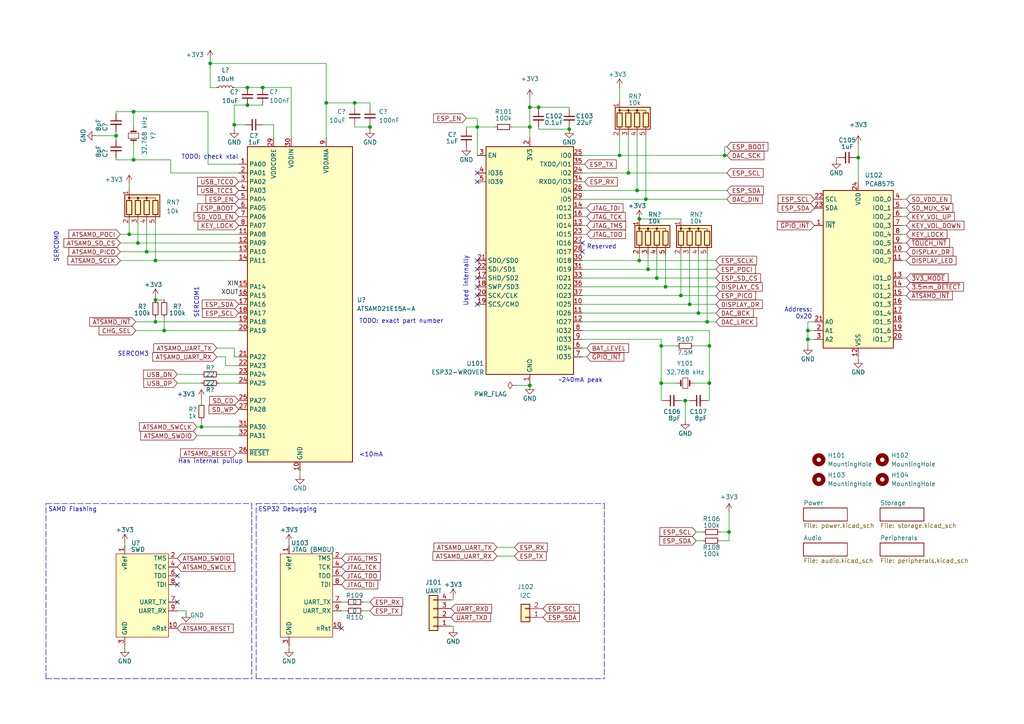
<source format=kicad_sch>
(kicad_sch (version 20211123) (generator eeschema)

  (uuid de8684e7-e170-4d2f-a805-7d7995907eaf)

  (paper "A4")

  (title_block
    (date "2022-09-04")
    (rev "1")
  )

  

  (junction (at 153.67 36.83) (diameter 0) (color 0 0 0 0)
    (uuid 07652c1b-0306-4b5a-ac57-06e3980ac4ec)
  )
  (junction (at 191.77 100.33) (diameter 0) (color 0 0 0 0)
    (uuid 080c73c1-f14d-467e-901f-20d65e211a11)
  )
  (junction (at 187.325 57.785) (diameter 0) (color 0 0 0 0)
    (uuid 0dcd2e4e-9914-4e7e-812e-843127ec60be)
  )
  (junction (at 202.565 90.805) (diameter 0) (color 0 0 0 0)
    (uuid 13ce0b07-578d-4f3f-8a7c-fb8bc858d852)
  )
  (junction (at 197.485 85.725) (diameter 0) (color 0 0 0 0)
    (uuid 219d8edd-0c4e-48bd-83bc-73343ca754b4)
  )
  (junction (at 185.42 63.5) (diameter 0) (color 0 0 0 0)
    (uuid 21bdb1c5-45d7-4207-b1c9-255e22d2fef6)
  )
  (junction (at 182.245 50.165) (diameter 0) (color 0 0 0 0)
    (uuid 2425b830-0a98-4636-8d3c-2c5d595dbf79)
  )
  (junction (at 45.085 86.995) (diameter 0) (color 0 0 0 0)
    (uuid 249ae109-0b41-40ed-b074-aaa3c859e649)
  )
  (junction (at 184.785 55.245) (diameter 0) (color 0 0 0 0)
    (uuid 2e908872-5265-406b-a797-b8fbd69758de)
  )
  (junction (at 200.025 88.265) (diameter 0) (color 0 0 0 0)
    (uuid 3bc22cdc-9a1b-45e9-b321-f0ff698977ef)
  )
  (junction (at 42.545 73.025) (diameter 0) (color 0 0 0 0)
    (uuid 3d8d770f-3d86-46c8-8b5d-af83841b0850)
  )
  (junction (at 107.315 36.83) (diameter 0) (color 0 0 0 0)
    (uuid 3f087477-f3d7-4a3d-b72d-f9a711d6d1a2)
  )
  (junction (at 47.625 95.885) (diameter 0) (color 0 0 0 0)
    (uuid 48c5ab69-e0c7-42f7-9038-5587098deceb)
  )
  (junction (at 234.315 98.425) (diameter 0) (color 0 0 0 0)
    (uuid 4ddb418f-31ab-44c1-892e-4149155ff425)
  )
  (junction (at 193.04 83.185) (diameter 0) (color 0 0 0 0)
    (uuid 4fe020e6-cc96-44e5-a142-bb39111b9f70)
  )
  (junction (at 179.705 45.085) (diameter 0) (color 0 0 0 0)
    (uuid 52f93034-d0ae-4be9-87f4-5c5682511166)
  )
  (junction (at 198.755 116.205) (diameter 0) (color 0 0 0 0)
    (uuid 55bd25fd-c19a-43c4-b037-f989173140c5)
  )
  (junction (at 165.1 37.465) (diameter 0) (color 0 0 0 0)
    (uuid 59f93777-74c4-4853-b72d-694f98e831e4)
  )
  (junction (at 58.42 123.825) (diameter 0) (color 0 0 0 0)
    (uuid 82014006-6988-40b4-b329-9a46c8006035)
  )
  (junction (at 185.42 75.565) (diameter 0) (color 0 0 0 0)
    (uuid 84e28383-c207-4fdd-85c7-b0ba3e02eea5)
  )
  (junction (at 40.005 70.485) (diameter 0) (color 0 0 0 0)
    (uuid 862e10ae-fbfc-46b6-97ff-d88885905c96)
  )
  (junction (at 102.87 29.845) (diameter 0) (color 0 0 0 0)
    (uuid 889c9847-952a-4ce8-bc7b-72aa2f77029a)
  )
  (junction (at 37.465 67.945) (diameter 0) (color 0 0 0 0)
    (uuid 8b063dc7-cb5a-4ddb-81f9-274215f7150e)
  )
  (junction (at 45.085 93.345) (diameter 0) (color 0 0 0 0)
    (uuid 8fc335cd-93fe-491a-ab7c-73c94f858417)
  )
  (junction (at 38.735 32.385) (diameter 0) (color 0 0 0 0)
    (uuid 983662eb-e2d2-4ab7-9cfb-decd59f56eec)
  )
  (junction (at 234.315 95.885) (diameter 0) (color 0 0 0 0)
    (uuid 9eba3a27-9886-46d7-95e7-3c12f13e5a3d)
  )
  (junction (at 187.96 78.105) (diameter 0) (color 0 0 0 0)
    (uuid a1fa8b84-c4d5-484b-ac81-868dceae9a4c)
  )
  (junction (at 205.105 93.345) (diameter 0) (color 0 0 0 0)
    (uuid abd09544-0067-47bd-bc61-ca5275f61e0b)
  )
  (junction (at 190.5 80.645) (diameter 0) (color 0 0 0 0)
    (uuid aed23476-caca-487b-bd4a-7ce157f22ba2)
  )
  (junction (at 45.085 75.565) (diameter 0) (color 0 0 0 0)
    (uuid b021ef8a-f087-4f79-9906-b1f9e241e970)
  )
  (junction (at 156.21 31.115) (diameter 0) (color 0 0 0 0)
    (uuid b1e3232b-ae03-461a-b707-a211ff799adc)
  )
  (junction (at 67.945 36.195) (diameter 0) (color 0 0 0 0)
    (uuid b349d59d-c064-4894-a55d-d8d594ec5305)
  )
  (junction (at 76.2 25.4) (diameter 0) (color 0 0 0 0)
    (uuid b763a2dd-1cc6-4b10-93dd-f9129cd0b326)
  )
  (junction (at 71.755 25.4) (diameter 0) (color 0 0 0 0)
    (uuid beb3aee1-5416-4027-9100-c85d919d046d)
  )
  (junction (at 205.74 100.33) (diameter 0) (color 0 0 0 0)
    (uuid c1e721f3-a626-4737-bf1a-dc57870d7c6d)
  )
  (junction (at 94.615 29.845) (diameter 0) (color 0 0 0 0)
    (uuid c51f7f92-f8b8-44de-bfee-3f7046bd1474)
  )
  (junction (at 38.735 46.355) (diameter 0) (color 0 0 0 0)
    (uuid c5488f44-40f0-4b7b-86d2-aae7ab66389b)
  )
  (junction (at 33.655 39.37) (diameter 0) (color 0 0 0 0)
    (uuid c8d907db-5ec4-4965-b104-07c80709bceb)
  )
  (junction (at 153.67 31.115) (diameter 0) (color 0 0 0 0)
    (uuid cfc24919-abff-41ce-9999-ce87dcc23a22)
  )
  (junction (at 60.96 18.415) (diameter 0) (color 0 0 0 0)
    (uuid d9225aff-6465-4045-890c-e9babcb129d0)
  )
  (junction (at 71.755 30.48) (diameter 0) (color 0 0 0 0)
    (uuid da24e250-23e6-4479-be3c-b79630b5f73f)
  )
  (junction (at 205.74 111.125) (diameter 0) (color 0 0 0 0)
    (uuid e0aa765a-63d8-489f-afa9-46328360468c)
  )
  (junction (at 191.77 111.125) (diameter 0) (color 0 0 0 0)
    (uuid e6f7b9f3-6c5d-46ed-8f00-44298285c4f0)
  )
  (junction (at 211.455 154.305) (diameter 0) (color 0 0 0 0)
    (uuid e84f9bd6-03fa-4d39-87d8-277ea6ff9d13)
  )
  (junction (at 210.185 45.085) (diameter 0) (color 0 0 0 0)
    (uuid f140778f-d364-42a9-91b3-cdae0e321296)
  )
  (junction (at 138.43 36.83) (diameter 0) (color 0 0 0 0)
    (uuid f551e371-0302-4ea0-aeec-b2a06cd8af31)
  )
  (junction (at 248.92 45.72) (diameter 0) (color 0 0 0 0)
    (uuid f6ce0604-589a-4350-bdd1-215114bd1232)
  )
  (junction (at 153.67 111.76) (diameter 0) (color 0 0 0 0)
    (uuid fe3df38b-26ff-4790-a4a8-b934f48f0eed)
  )

  (no_connect (at 138.43 75.565) (uuid 2b3761f3-724d-4962-9cbb-bca0ae753795))
  (no_connect (at 138.43 78.105) (uuid 2b3761f3-724d-4962-9cbb-bca0ae753796))
  (no_connect (at 138.43 80.645) (uuid 2b3761f3-724d-4962-9cbb-bca0ae753797))
  (no_connect (at 138.43 83.185) (uuid 2b3761f3-724d-4962-9cbb-bca0ae753798))
  (no_connect (at 138.43 85.725) (uuid 2b3761f3-724d-4962-9cbb-bca0ae753799))
  (no_connect (at 138.43 88.265) (uuid 2b3761f3-724d-4962-9cbb-bca0ae75379a))
  (no_connect (at 168.91 70.485) (uuid 81e9e49a-7213-492a-a613-0b8dacb16afa))
  (no_connect (at 168.91 73.025) (uuid 81e9e49a-7213-492a-a613-0b8dacb16afb))
  (no_connect (at 51.435 169.545) (uuid 95f03d5d-2fc2-48c5-86f3-303c0d476218))
  (no_connect (at 99.06 182.245) (uuid a7eaa9d2-7451-4d0f-9eb3-e71964440ec2))
  (no_connect (at 51.435 167.005) (uuid b1be7cac-4a11-4f38-a0c6-84e4f84ed7da))
  (no_connect (at 51.435 174.625) (uuid bc432406-e2dc-48ce-998c-3dbda09bac4a))
  (no_connect (at 138.43 50.165) (uuid bfd58708-8bb9-4f55-9c3a-463d44c3806a))
  (no_connect (at 138.43 52.705) (uuid bfd58708-8bb9-4f55-9c3a-463d44c3806a))

  (wire (pts (xy 201.93 154.305) (xy 203.835 154.305))
    (stroke (width 0) (type default) (color 0 0 0 0))
    (uuid 010e67ae-0d44-4a71-8b5a-d8c2b4387b11)
  )
  (wire (pts (xy 135.255 37.465) (xy 135.255 36.83))
    (stroke (width 0) (type default) (color 0 0 0 0))
    (uuid 01bacad4-b505-49d1-a0b5-87fb5dc4566d)
  )
  (wire (pts (xy 236.22 95.885) (xy 234.315 95.885))
    (stroke (width 0) (type default) (color 0 0 0 0))
    (uuid 01da3f4c-ba51-4b58-85ea-8e128d6ee2be)
  )
  (wire (pts (xy 58.42 123.825) (xy 69.215 123.825))
    (stroke (width 0) (type default) (color 0 0 0 0))
    (uuid 0290f2d6-a17a-418c-844b-3bb8d03ce3df)
  )
  (wire (pts (xy 135.255 34.29) (xy 138.43 34.29))
    (stroke (width 0) (type default) (color 0 0 0 0))
    (uuid 0301ad22-f4f1-4552-b468-1692b0198135)
  )
  (wire (pts (xy 191.77 111.125) (xy 196.215 111.125))
    (stroke (width 0) (type default) (color 0 0 0 0))
    (uuid 04543d09-21e1-4b6e-9e62-1dbd941c8102)
  )
  (wire (pts (xy 208.915 154.305) (xy 211.455 154.305))
    (stroke (width 0) (type default) (color 0 0 0 0))
    (uuid 0551722e-9ec5-4b33-bf38-abd4acc18990)
  )
  (wire (pts (xy 210.82 42.545) (xy 210.185 42.545))
    (stroke (width 0) (type default) (color 0 0 0 0))
    (uuid 0642bac4-d644-44b9-8351-c25a04cd9079)
  )
  (wire (pts (xy 243.205 45.72) (xy 242.57 45.72))
    (stroke (width 0) (type default) (color 0 0 0 0))
    (uuid 064688c8-7d75-41d4-8a26-6d2dc17060d5)
  )
  (wire (pts (xy 210.82 55.245) (xy 184.785 55.245))
    (stroke (width 0) (type default) (color 0 0 0 0))
    (uuid 0845913b-849f-4c33-9d89-75cbc75de0af)
  )
  (wire (pts (xy 144.145 158.75) (xy 149.225 158.75))
    (stroke (width 0) (type default) (color 0 0 0 0))
    (uuid 088f40b8-d3d7-4476-bc1b-8a185633f660)
  )
  (wire (pts (xy 45.085 64.77) (xy 45.085 75.565))
    (stroke (width 0) (type default) (color 0 0 0 0))
    (uuid 08a1449c-5ef5-4908-b655-d57c92f39cfd)
  )
  (wire (pts (xy 185.42 75.565) (xy 207.645 75.565))
    (stroke (width 0) (type default) (color 0 0 0 0))
    (uuid 091184b6-3cdb-4ae8-899b-21fcc6d6f949)
  )
  (wire (pts (xy 205.74 100.33) (xy 205.74 111.125))
    (stroke (width 0) (type default) (color 0 0 0 0))
    (uuid 0981d824-f807-47f7-9508-b6e6e9f88ad9)
  )
  (wire (pts (xy 100.3151 177.165) (xy 99.06 177.165))
    (stroke (width 0) (type default) (color 0 0 0 0))
    (uuid 09c07f4f-4d09-41f4-bec4-0707d9b0f58c)
  )
  (wire (pts (xy 168.91 85.725) (xy 197.485 85.725))
    (stroke (width 0) (type default) (color 0 0 0 0))
    (uuid 0b32bd81-5368-4eb9-9320-055ab57ce35f)
  )
  (wire (pts (xy 135.255 36.83) (xy 138.43 36.83))
    (stroke (width 0) (type default) (color 0 0 0 0))
    (uuid 0caf6ee7-584d-432d-82a9-cd7141f9fe88)
  )
  (wire (pts (xy 168.91 83.185) (xy 193.04 83.185))
    (stroke (width 0) (type default) (color 0 0 0 0))
    (uuid 0d1d6abd-e2cc-4992-9b21-079f72f79845)
  )
  (wire (pts (xy 168.91 50.165) (xy 182.245 50.165))
    (stroke (width 0) (type default) (color 0 0 0 0))
    (uuid 0e66d29e-58be-48e5-8d4d-cf3bbfd047e1)
  )
  (wire (pts (xy 62.865 100.965) (xy 67.945 100.965))
    (stroke (width 0) (type default) (color 0 0 0 0))
    (uuid 12bcdcb8-4da8-4d30-9920-151167af8344)
  )
  (wire (pts (xy 234.315 93.345) (xy 234.315 95.885))
    (stroke (width 0) (type default) (color 0 0 0 0))
    (uuid 14de0fbf-f5bd-4279-b2c1-fdd171f66c52)
  )
  (wire (pts (xy 38.735 32.385) (xy 33.655 32.385))
    (stroke (width 0) (type default) (color 0 0 0 0))
    (uuid 15d2e964-7e5a-4272-9f73-41aca17fed68)
  )
  (wire (pts (xy 102.87 36.83) (xy 107.315 36.83))
    (stroke (width 0) (type default) (color 0 0 0 0))
    (uuid 172e2f6f-b51b-4675-a29c-86811226fee9)
  )
  (wire (pts (xy 187.325 57.785) (xy 168.91 57.785))
    (stroke (width 0) (type default) (color 0 0 0 0))
    (uuid 17bf6cb6-b7a2-43d9-be39-d8b2292651b0)
  )
  (wire (pts (xy 170.18 62.865) (xy 168.91 62.865))
    (stroke (width 0) (type default) (color 0 0 0 0))
    (uuid 1848e065-bcc8-43da-997a-9e42d678b828)
  )
  (wire (pts (xy 170.18 67.945) (xy 168.91 67.945))
    (stroke (width 0) (type default) (color 0 0 0 0))
    (uuid 19cd1f06-e7af-4370-9fd7-c57f4e2c91d6)
  )
  (wire (pts (xy 107.315 36.83) (xy 107.315 37.465))
    (stroke (width 0) (type default) (color 0 0 0 0))
    (uuid 1cb0f4c9-d11c-423d-9963-579d7f369ea5)
  )
  (polyline (pts (xy 73.025 146.05) (xy 73.025 196.85))
    (stroke (width 0) (type default) (color 0 0 0 0))
    (uuid 1ce2ea09-2820-46af-82dd-b93773147e56)
  )

  (wire (pts (xy 144.145 161.29) (xy 149.225 161.29))
    (stroke (width 0) (type default) (color 0 0 0 0))
    (uuid 1ebdd643-e07f-4560-88d7-0a9b72ad6ac0)
  )
  (wire (pts (xy 76.2 30.48) (xy 71.755 30.48))
    (stroke (width 0) (type default) (color 0 0 0 0))
    (uuid 1fa1a8be-6155-46f3-b946-75a3a464ea8e)
  )
  (wire (pts (xy 79.375 36.195) (xy 79.375 40.005))
    (stroke (width 0) (type default) (color 0 0 0 0))
    (uuid 23bfb432-9c97-4e40-b3c3-b3f53f4ea49f)
  )
  (wire (pts (xy 191.77 111.125) (xy 191.77 116.205))
    (stroke (width 0) (type default) (color 0 0 0 0))
    (uuid 27530f1b-66ab-45b3-9476-fb7891bc304c)
  )
  (wire (pts (xy 67.945 30.48) (xy 67.945 36.195))
    (stroke (width 0) (type default) (color 0 0 0 0))
    (uuid 288cf084-51fd-4afd-a1a2-4361a1cf9a73)
  )
  (wire (pts (xy 45.085 86.995) (xy 45.085 86.36))
    (stroke (width 0) (type default) (color 0 0 0 0))
    (uuid 2a095bdc-e3f2-4aaf-ac56-cc4c4338176d)
  )
  (wire (pts (xy 36.195 157.48) (xy 36.195 158.115))
    (stroke (width 0) (type default) (color 0 0 0 0))
    (uuid 2a2e0502-a850-4cc6-a8ce-d2511226db26)
  )
  (wire (pts (xy 107.315 36.195) (xy 107.315 36.83))
    (stroke (width 0) (type default) (color 0 0 0 0))
    (uuid 2ae304d5-522e-42cc-ac7f-d62228d5772a)
  )
  (wire (pts (xy 33.655 39.37) (xy 27.94 39.37))
    (stroke (width 0) (type default) (color 0 0 0 0))
    (uuid 301c65c5-cd4d-43a5-9fc7-c1a229aee918)
  )
  (wire (pts (xy 51.435 177.165) (xy 53.975 177.165))
    (stroke (width 0) (type default) (color 0 0 0 0))
    (uuid 30f601a9-6080-4764-8fdf-5133905a2c2f)
  )
  (wire (pts (xy 94.615 18.415) (xy 94.615 29.845))
    (stroke (width 0) (type default) (color 0 0 0 0))
    (uuid 31c31aef-a8f0-4b1d-873e-133b125215ca)
  )
  (wire (pts (xy 210.82 57.785) (xy 187.325 57.785))
    (stroke (width 0) (type default) (color 0 0 0 0))
    (uuid 3233f1a2-3750-4e35-af75-bf0747fed3c9)
  )
  (wire (pts (xy 190.5 73.66) (xy 190.5 80.645))
    (stroke (width 0) (type default) (color 0 0 0 0))
    (uuid 33da5516-9108-4c65-8baa-2b6de7860bc4)
  )
  (wire (pts (xy 42.545 64.77) (xy 42.545 73.025))
    (stroke (width 0) (type default) (color 0 0 0 0))
    (uuid 33e550ee-a6ed-4afd-9066-ce72b81e1ba7)
  )
  (wire (pts (xy 168.91 95.885) (xy 205.74 95.885))
    (stroke (width 0) (type default) (color 0 0 0 0))
    (uuid 34dc018c-6750-492d-abf0-2b44fc1289b4)
  )
  (wire (pts (xy 86.995 137.795) (xy 86.995 136.525))
    (stroke (width 0) (type default) (color 0 0 0 0))
    (uuid 363c7634-972f-40d4-8f27-eeb2bf1c9f15)
  )
  (wire (pts (xy 179.705 25.4) (xy 179.705 29.21))
    (stroke (width 0) (type default) (color 0 0 0 0))
    (uuid 36e8acd8-30e8-47ce-9e08-7ed8492abb65)
  )
  (wire (pts (xy 205.105 93.345) (xy 168.91 93.345))
    (stroke (width 0) (type default) (color 0 0 0 0))
    (uuid 3801fbda-3236-4a89-ab7b-e8553e6a5e19)
  )
  (polyline (pts (xy 13.335 146.05) (xy 73.025 146.05))
    (stroke (width 0) (type default) (color 0 0 0 0))
    (uuid 3964afb8-50b1-49cb-a82b-88e9c1673b91)
  )

  (wire (pts (xy 156.21 36.83) (xy 156.21 37.465))
    (stroke (width 0) (type default) (color 0 0 0 0))
    (uuid 3a0e0036-04bf-471c-ab69-6fcb3a64c129)
  )
  (wire (pts (xy 33.655 39.37) (xy 33.655 40.64))
    (stroke (width 0) (type default) (color 0 0 0 0))
    (uuid 3aea47ed-d8f6-4a7d-b236-afecae33b5c2)
  )
  (wire (pts (xy 168.91 98.425) (xy 191.77 98.425))
    (stroke (width 0) (type default) (color 0 0 0 0))
    (uuid 3c960b91-8563-4b55-b660-d3fab94f4396)
  )
  (wire (pts (xy 207.645 93.345) (xy 205.105 93.345))
    (stroke (width 0) (type default) (color 0 0 0 0))
    (uuid 3d369e43-1ea4-4c5c-bf95-ddbb8337cf82)
  )
  (wire (pts (xy 60.325 47.625) (xy 60.325 32.385))
    (stroke (width 0) (type default) (color 0 0 0 0))
    (uuid 3ee864d1-da33-4946-972a-82827e2cbee8)
  )
  (wire (pts (xy 168.91 45.085) (xy 179.705 45.085))
    (stroke (width 0) (type default) (color 0 0 0 0))
    (uuid 3f10db79-b631-4f0c-b7b5-0caa4843655d)
  )
  (wire (pts (xy 53.975 177.165) (xy 53.975 177.8))
    (stroke (width 0) (type default) (color 0 0 0 0))
    (uuid 3f284552-528e-4333-94b5-e60c004936be)
  )
  (wire (pts (xy 193.04 83.185) (xy 207.645 83.185))
    (stroke (width 0) (type default) (color 0 0 0 0))
    (uuid 3f931358-7db2-457b-a93f-f5b3c4ea5f28)
  )
  (wire (pts (xy 153.67 31.115) (xy 153.67 36.83))
    (stroke (width 0) (type default) (color 0 0 0 0))
    (uuid 3f9e9b7b-7e77-4ffb-b19b-d7faa47d91b7)
  )
  (wire (pts (xy 148.59 36.83) (xy 153.67 36.83))
    (stroke (width 0) (type default) (color 0 0 0 0))
    (uuid 40594baf-d8f5-4d8c-b176-0a2051f62279)
  )
  (wire (pts (xy 67.945 25.4) (xy 71.755 25.4))
    (stroke (width 0) (type default) (color 0 0 0 0))
    (uuid 40af5ce6-0379-4153-ae19-f1cc055cf338)
  )
  (wire (pts (xy 210.185 42.545) (xy 210.185 45.085))
    (stroke (width 0) (type default) (color 0 0 0 0))
    (uuid 426252b7-4e84-4f56-b64c-95545efc94da)
  )
  (wire (pts (xy 45.085 92.075) (xy 45.085 93.345))
    (stroke (width 0) (type default) (color 0 0 0 0))
    (uuid 42832905-fb3e-4050-ac20-69eb84a4652a)
  )
  (wire (pts (xy 168.91 78.105) (xy 187.96 78.105))
    (stroke (width 0) (type default) (color 0 0 0 0))
    (uuid 460ca115-c595-41f2-83fe-41e8b972ba40)
  )
  (wire (pts (xy 130.81 181.61) (xy 131.445 181.61))
    (stroke (width 0) (type default) (color 0 0 0 0))
    (uuid 4a6eaf90-9c39-48f1-aab5-e38c895cf63a)
  )
  (wire (pts (xy 67.945 100.965) (xy 67.945 103.505))
    (stroke (width 0) (type default) (color 0 0 0 0))
    (uuid 4b8f3ab7-3f15-4529-a760-2368c059ef91)
  )
  (wire (pts (xy 49.53 46.355) (xy 38.735 46.355))
    (stroke (width 0) (type default) (color 0 0 0 0))
    (uuid 4deb3ac4-98ec-45c7-ba12-670785069867)
  )
  (wire (pts (xy 37.465 53.34) (xy 37.465 54.61))
    (stroke (width 0) (type default) (color 0 0 0 0))
    (uuid 50c29f3c-3642-4a66-a6cb-8cddd4614563)
  )
  (wire (pts (xy 198.755 116.205) (xy 198.755 121.92))
    (stroke (width 0) (type default) (color 0 0 0 0))
    (uuid 50ef1f83-589a-446b-b124-52ffe8c5e20d)
  )
  (wire (pts (xy 40.005 64.77) (xy 40.005 70.485))
    (stroke (width 0) (type default) (color 0 0 0 0))
    (uuid 52c07397-5e0b-4d68-98aa-f6977492c4d2)
  )
  (wire (pts (xy 153.67 111.76) (xy 153.67 111.125))
    (stroke (width 0) (type default) (color 0 0 0 0))
    (uuid 52d9b5da-ff41-43d7-ab96-2186ae150a8b)
  )
  (wire (pts (xy 57.15 123.825) (xy 58.42 123.825))
    (stroke (width 0) (type default) (color 0 0 0 0))
    (uuid 531081cd-5dae-4645-ac1f-2a5fb74bb575)
  )
  (wire (pts (xy 168.91 75.565) (xy 185.42 75.565))
    (stroke (width 0) (type default) (color 0 0 0 0))
    (uuid 53389586-f881-476f-bddc-bb5976597bd2)
  )
  (wire (pts (xy 138.43 36.83) (xy 138.43 45.085))
    (stroke (width 0) (type default) (color 0 0 0 0))
    (uuid 53afaa98-8b9e-4d1f-ad81-e2b7ea2cc49e)
  )
  (wire (pts (xy 156.21 31.115) (xy 165.1 31.115))
    (stroke (width 0) (type default) (color 0 0 0 0))
    (uuid 565daf40-8180-4c45-b821-79c8b5fc2ba0)
  )
  (wire (pts (xy 58.42 121.92) (xy 58.42 123.825))
    (stroke (width 0) (type default) (color 0 0 0 0))
    (uuid 576b5602-b97c-48bc-b5d0-1275cca8e0b5)
  )
  (wire (pts (xy 83.82 157.48) (xy 83.82 158.115))
    (stroke (width 0) (type default) (color 0 0 0 0))
    (uuid 58b7e761-eb95-4c95-9bec-2efafa13d0d8)
  )
  (wire (pts (xy 211.455 154.305) (xy 211.455 156.845))
    (stroke (width 0) (type default) (color 0 0 0 0))
    (uuid 5a7ff3dd-5280-44cf-9cbb-7bd5bed34bba)
  )
  (wire (pts (xy 248.92 104.14) (xy 248.92 103.505))
    (stroke (width 0) (type default) (color 0 0 0 0))
    (uuid 5b22bd83-52e2-4d14-8324-95d21484a942)
  )
  (wire (pts (xy 100.33 174.625) (xy 99.06 174.625))
    (stroke (width 0) (type default) (color 0 0 0 0))
    (uuid 5cc44c59-9286-4b02-970c-63948cf1e6fa)
  )
  (wire (pts (xy 34.925 73.025) (xy 42.545 73.025))
    (stroke (width 0) (type default) (color 0 0 0 0))
    (uuid 5d5c07cc-c6b9-4cff-af06-86d38bb85004)
  )
  (wire (pts (xy 60.96 17.145) (xy 60.96 18.415))
    (stroke (width 0) (type default) (color 0 0 0 0))
    (uuid 5d859c15-e73c-4b70-a1a7-9c10c55593df)
  )
  (wire (pts (xy 60.96 18.415) (xy 94.615 18.415))
    (stroke (width 0) (type default) (color 0 0 0 0))
    (uuid 5de15cc3-5148-4b75-81b7-573ab619648d)
  )
  (wire (pts (xy 107.315 177.165) (xy 105.3951 177.165))
    (stroke (width 0) (type default) (color 0 0 0 0))
    (uuid 5e34c949-e141-4501-9fc0-453d54c8db72)
  )
  (polyline (pts (xy 74.295 196.85) (xy 74.295 146.05))
    (stroke (width 0) (type default) (color 0 0 0 0))
    (uuid 5ec73d14-cc2d-45e8-b353-648b4fd10d9e)
  )

  (wire (pts (xy 34.925 67.945) (xy 37.465 67.945))
    (stroke (width 0) (type default) (color 0 0 0 0))
    (uuid 5ee890ca-268f-4ea9-8733-d02ee62c7eaa)
  )
  (wire (pts (xy 262.89 57.785) (xy 261.62 57.785))
    (stroke (width 0) (type default) (color 0 0 0 0))
    (uuid 60b2b51f-8988-4b8b-9adc-24964b249a1c)
  )
  (wire (pts (xy 38.735 32.385) (xy 38.735 36.83))
    (stroke (width 0) (type default) (color 0 0 0 0))
    (uuid 626fefa0-522b-4e78-a705-dacf9ee81e4a)
  )
  (wire (pts (xy 190.5 80.645) (xy 207.645 80.645))
    (stroke (width 0) (type default) (color 0 0 0 0))
    (uuid 62ddcf54-9810-4b26-b358-38976b6415e0)
  )
  (wire (pts (xy 38.735 32.385) (xy 60.325 32.385))
    (stroke (width 0) (type default) (color 0 0 0 0))
    (uuid 655c1221-9f5b-4414-8e72-adff9687023d)
  )
  (wire (pts (xy 211.455 148.59) (xy 211.455 154.305))
    (stroke (width 0) (type default) (color 0 0 0 0))
    (uuid 684bbdf6-2db9-4603-b75c-c8d5bd92b6bd)
  )
  (wire (pts (xy 262.89 73.025) (xy 261.62 73.025))
    (stroke (width 0) (type default) (color 0 0 0 0))
    (uuid 6a5ca8bc-b10c-4075-8d10-b85033e19e99)
  )
  (wire (pts (xy 33.655 33.02) (xy 33.655 32.385))
    (stroke (width 0) (type default) (color 0 0 0 0))
    (uuid 6b6cfa92-87fa-4a7a-a8d0-8443939ce2af)
  )
  (wire (pts (xy 205.74 95.885) (xy 205.74 100.33))
    (stroke (width 0) (type default) (color 0 0 0 0))
    (uuid 6c2cb68e-41cd-4303-83a0-042ff9b771ae)
  )
  (wire (pts (xy 248.92 41.91) (xy 248.92 45.72))
    (stroke (width 0) (type default) (color 0 0 0 0))
    (uuid 6c3482f6-2a0d-4cca-854e-2d0ba62a91e7)
  )
  (wire (pts (xy 71.755 30.48) (xy 67.945 30.48))
    (stroke (width 0) (type default) (color 0 0 0 0))
    (uuid 6cfe728f-ba57-47dc-ab9b-4054d0d03675)
  )
  (wire (pts (xy 211.455 156.845) (xy 208.915 156.845))
    (stroke (width 0) (type default) (color 0 0 0 0))
    (uuid 6d316676-d4de-49e2-ae88-1798e41db556)
  )
  (wire (pts (xy 165.1 31.75) (xy 165.1 31.115))
    (stroke (width 0) (type default) (color 0 0 0 0))
    (uuid 6d737e54-7ad8-4c40-ba8e-c19e5fa11ff7)
  )
  (wire (pts (xy 39.37 95.885) (xy 47.625 95.885))
    (stroke (width 0) (type default) (color 0 0 0 0))
    (uuid 6eaeb129-2f11-481c-ae10-8465ca256413)
  )
  (wire (pts (xy 107.315 29.845) (xy 107.315 31.115))
    (stroke (width 0) (type default) (color 0 0 0 0))
    (uuid 6ec3ea54-b499-47e5-a1b2-e5aa934768b5)
  )
  (wire (pts (xy 182.245 50.165) (xy 210.82 50.165))
    (stroke (width 0) (type default) (color 0 0 0 0))
    (uuid 71109451-afa5-4490-9c98-6ca5c3303018)
  )
  (wire (pts (xy 65.405 106.045) (xy 65.405 103.505))
    (stroke (width 0) (type default) (color 0 0 0 0))
    (uuid 72b92bf4-9631-42dc-a7c9-996a5452b3e2)
  )
  (wire (pts (xy 170.18 60.325) (xy 168.91 60.325))
    (stroke (width 0) (type default) (color 0 0 0 0))
    (uuid 738b792f-d0e4-46c9-8472-f8b7eb6d8478)
  )
  (wire (pts (xy 202.565 73.66) (xy 202.565 90.805))
    (stroke (width 0) (type default) (color 0 0 0 0))
    (uuid 742d3451-30e6-4da8-9c4c-5729bacaa1ec)
  )
  (wire (pts (xy 197.485 116.205) (xy 198.755 116.205))
    (stroke (width 0) (type default) (color 0 0 0 0))
    (uuid 76c805c4-60f6-4a98-9826-bf39a89c12be)
  )
  (wire (pts (xy 153.67 36.83) (xy 153.67 40.005))
    (stroke (width 0) (type default) (color 0 0 0 0))
    (uuid 784a5476-f4af-4e31-af26-8cdfaf19e7f1)
  )
  (wire (pts (xy 34.925 75.565) (xy 45.085 75.565))
    (stroke (width 0) (type default) (color 0 0 0 0))
    (uuid 7929eadc-7a48-4994-83c1-3643648e13e7)
  )
  (wire (pts (xy 63.5 111.125) (xy 69.215 111.125))
    (stroke (width 0) (type default) (color 0 0 0 0))
    (uuid 796b091c-91d0-48f6-8ec2-f061afc3caf8)
  )
  (wire (pts (xy 202.565 90.805) (xy 168.91 90.805))
    (stroke (width 0) (type default) (color 0 0 0 0))
    (uuid 79a13986-cfcd-4caf-b853-f1b8cab61fb4)
  )
  (wire (pts (xy 168.91 88.265) (xy 200.025 88.265))
    (stroke (width 0) (type default) (color 0 0 0 0))
    (uuid 79b940c3-c05a-4528-bf3d-802907b55221)
  )
  (wire (pts (xy 191.77 100.33) (xy 196.215 100.33))
    (stroke (width 0) (type default) (color 0 0 0 0))
    (uuid 7b448796-4d68-412d-a4aa-a0de4470893c)
  )
  (wire (pts (xy 191.77 100.33) (xy 191.77 111.125))
    (stroke (width 0) (type default) (color 0 0 0 0))
    (uuid 7b605128-0912-44d9-8486-abe8939e2730)
  )
  (wire (pts (xy 131.445 173.355) (xy 131.445 173.99))
    (stroke (width 0) (type default) (color 0 0 0 0))
    (uuid 7f2fd69d-db82-4074-8b03-b2e62145fab5)
  )
  (wire (pts (xy 205.74 111.125) (xy 205.74 116.205))
    (stroke (width 0) (type default) (color 0 0 0 0))
    (uuid 81e03864-b99b-4283-ac45-2ca515b6aa1b)
  )
  (polyline (pts (xy 13.335 196.85) (xy 13.335 146.05))
    (stroke (width 0) (type default) (color 0 0 0 0))
    (uuid 84df5a91-c224-4d05-9fbb-52703eaaa35d)
  )

  (wire (pts (xy 187.96 78.105) (xy 207.645 78.105))
    (stroke (width 0) (type default) (color 0 0 0 0))
    (uuid 8515b375-f7c0-4fed-bdaf-a44d519943cf)
  )
  (wire (pts (xy 200.025 88.265) (xy 207.645 88.265))
    (stroke (width 0) (type default) (color 0 0 0 0))
    (uuid 86c91d81-43b3-41d8-a93b-6b5213b19a35)
  )
  (wire (pts (xy 60.96 25.4) (xy 60.96 18.415))
    (stroke (width 0) (type default) (color 0 0 0 0))
    (uuid 87abab56-ff54-46b5-b8a8-aea5a3ec0cbd)
  )
  (wire (pts (xy 40.005 70.485) (xy 69.215 70.485))
    (stroke (width 0) (type default) (color 0 0 0 0))
    (uuid 87b03f89-7cba-456e-92ef-dcce0e776bd5)
  )
  (wire (pts (xy 262.89 60.325) (xy 261.62 60.325))
    (stroke (width 0) (type default) (color 0 0 0 0))
    (uuid 8ac0a88a-ece1-4a13-ba64-5af8e38b7cc2)
  )
  (wire (pts (xy 185.42 63.5) (xy 197.485 63.5))
    (stroke (width 0) (type default) (color 0 0 0 0))
    (uuid 8b3adb6b-2715-4346-85e7-18f769d9ac72)
  )
  (wire (pts (xy 94.615 29.845) (xy 102.87 29.845))
    (stroke (width 0) (type default) (color 0 0 0 0))
    (uuid 8c47d97e-9fcf-4b14-a688-0adf4bc89cbe)
  )
  (wire (pts (xy 45.085 75.565) (xy 69.215 75.565))
    (stroke (width 0) (type default) (color 0 0 0 0))
    (uuid 8d87bc8d-5db8-420b-ac05-c709f2b7a4ea)
  )
  (wire (pts (xy 58.42 115.57) (xy 58.42 116.84))
    (stroke (width 0) (type default) (color 0 0 0 0))
    (uuid 8e08fc1f-15f2-450f-8432-18ab21373a9e)
  )
  (wire (pts (xy 68.58 131.445) (xy 69.215 131.445))
    (stroke (width 0) (type default) (color 0 0 0 0))
    (uuid 8e8184d9-b748-4a44-9b91-94db42db1406)
  )
  (wire (pts (xy 153.67 28.575) (xy 153.67 31.115))
    (stroke (width 0) (type default) (color 0 0 0 0))
    (uuid 8f136fa2-cea6-44c0-9851-3d24078567ff)
  )
  (wire (pts (xy 34.925 70.485) (xy 40.005 70.485))
    (stroke (width 0) (type default) (color 0 0 0 0))
    (uuid 90504603-9970-4ca3-9928-db88cc20334c)
  )
  (wire (pts (xy 62.865 25.4) (xy 60.96 25.4))
    (stroke (width 0) (type default) (color 0 0 0 0))
    (uuid 90f2c509-5c59-41bc-9c5f-d20be55b1804)
  )
  (wire (pts (xy 191.77 98.425) (xy 191.77 100.33))
    (stroke (width 0) (type default) (color 0 0 0 0))
    (uuid 9214cc8a-9dbe-420a-9e07-2cb938d76fdf)
  )
  (wire (pts (xy 107.315 29.845) (xy 102.87 29.845))
    (stroke (width 0) (type default) (color 0 0 0 0))
    (uuid 92bdfb27-3b3a-4110-b711-62932b3c0e67)
  )
  (wire (pts (xy 84.455 25.4) (xy 76.2 25.4))
    (stroke (width 0) (type default) (color 0 0 0 0))
    (uuid 9418c7d1-53c9-42a5-b649-0934aa99bffc)
  )
  (wire (pts (xy 153.67 31.115) (xy 156.21 31.115))
    (stroke (width 0) (type default) (color 0 0 0 0))
    (uuid 94efaeb0-e9fd-4934-8d95-775991a7805d)
  )
  (wire (pts (xy 262.89 70.485) (xy 261.62 70.485))
    (stroke (width 0) (type default) (color 0 0 0 0))
    (uuid 9540b9e3-6cb5-43ea-92f0-0498f9890011)
  )
  (wire (pts (xy 102.87 29.845) (xy 102.87 31.115))
    (stroke (width 0) (type default) (color 0 0 0 0))
    (uuid 95424181-8b01-47ed-9ab3-dd2f3aa88323)
  )
  (wire (pts (xy 156.21 37.465) (xy 165.1 37.465))
    (stroke (width 0) (type default) (color 0 0 0 0))
    (uuid 958e1728-1fa8-4ad2-a0ab-cb75eb809df9)
  )
  (wire (pts (xy 33.655 45.72) (xy 33.655 46.355))
    (stroke (width 0) (type default) (color 0 0 0 0))
    (uuid 9635dcd7-f376-4fef-ba28-5d5e573703a2)
  )
  (polyline (pts (xy 13.335 196.85) (xy 73.025 196.85))
    (stroke (width 0) (type default) (color 0 0 0 0))
    (uuid 96582a4b-7fbe-4d4b-9530-07bb7516606b)
  )

  (wire (pts (xy 38.735 41.91) (xy 38.735 46.355))
    (stroke (width 0) (type default) (color 0 0 0 0))
    (uuid 966cd6a0-5baa-4c42-b2d7-a6da477406ac)
  )
  (wire (pts (xy 168.91 47.625) (xy 169.545 47.625))
    (stroke (width 0) (type default) (color 0 0 0 0))
    (uuid 9714d5b5-b8ca-4a0d-8b89-18ca01d116ec)
  )
  (wire (pts (xy 210.185 45.085) (xy 210.82 45.085))
    (stroke (width 0) (type default) (color 0 0 0 0))
    (uuid 9a3f824b-a1b3-4ada-ad38-9064608e40d9)
  )
  (wire (pts (xy 262.89 85.725) (xy 261.62 85.725))
    (stroke (width 0) (type default) (color 0 0 0 0))
    (uuid 9bc52f18-de10-4618-9ec8-a983073f751d)
  )
  (wire (pts (xy 234.315 95.885) (xy 234.315 98.425))
    (stroke (width 0) (type default) (color 0 0 0 0))
    (uuid 9d2fbfc6-f5f8-48b4-bbfc-b6a539032e50)
  )
  (wire (pts (xy 37.465 64.77) (xy 37.465 67.945))
    (stroke (width 0) (type default) (color 0 0 0 0))
    (uuid 9f7729e9-f1f6-4214-b68c-e655981c0b0f)
  )
  (wire (pts (xy 37.465 67.945) (xy 69.215 67.945))
    (stroke (width 0) (type default) (color 0 0 0 0))
    (uuid 9fe27fb1-3865-489c-a22e-eee1a04ded8e)
  )
  (wire (pts (xy 262.89 75.565) (xy 261.62 75.565))
    (stroke (width 0) (type default) (color 0 0 0 0))
    (uuid a031d441-c128-40df-a00c-9cb08bea1618)
  )
  (wire (pts (xy 51.435 108.585) (xy 58.42 108.585))
    (stroke (width 0) (type default) (color 0 0 0 0))
    (uuid a23a9fd2-4e9d-4226-9e98-a05340f8ef9c)
  )
  (wire (pts (xy 45.085 93.345) (xy 69.215 93.345))
    (stroke (width 0) (type default) (color 0 0 0 0))
    (uuid a34c8154-0b22-4b65-afe7-009084d9fccb)
  )
  (wire (pts (xy 197.485 85.725) (xy 207.645 85.725))
    (stroke (width 0) (type default) (color 0 0 0 0))
    (uuid a5877620-68f1-4473-b898-a549f4d09031)
  )
  (wire (pts (xy 262.89 65.405) (xy 261.62 65.405))
    (stroke (width 0) (type default) (color 0 0 0 0))
    (uuid a7a08911-d917-4f2f-af4a-60278c027a37)
  )
  (wire (pts (xy 200.025 73.66) (xy 200.025 88.265))
    (stroke (width 0) (type default) (color 0 0 0 0))
    (uuid a87934c5-f3b1-4b02-a6bb-433b4d63454d)
  )
  (wire (pts (xy 262.89 80.645) (xy 261.62 80.645))
    (stroke (width 0) (type default) (color 0 0 0 0))
    (uuid ab1e2c68-c9f2-41a7-8ce6-0161ded451f0)
  )
  (wire (pts (xy 207.645 90.805) (xy 202.565 90.805))
    (stroke (width 0) (type default) (color 0 0 0 0))
    (uuid abc373ff-126c-467f-8d33-1263e79d64ca)
  )
  (wire (pts (xy 182.245 39.37) (xy 182.245 50.165))
    (stroke (width 0) (type default) (color 0 0 0 0))
    (uuid add16424-55d1-43ca-a562-1f8d82ff97cd)
  )
  (wire (pts (xy 179.705 39.37) (xy 179.705 45.085))
    (stroke (width 0) (type default) (color 0 0 0 0))
    (uuid b0848c27-bd7b-4c56-bdcf-e4d6619ccc15)
  )
  (wire (pts (xy 184.785 39.37) (xy 184.785 55.245))
    (stroke (width 0) (type default) (color 0 0 0 0))
    (uuid b092cc9a-707a-40bb-b243-773444b90092)
  )
  (wire (pts (xy 39.37 93.345) (xy 45.085 93.345))
    (stroke (width 0) (type default) (color 0 0 0 0))
    (uuid b24e2e15-5c6e-4578-8cfc-ebfa43c6ec91)
  )
  (wire (pts (xy 168.91 80.645) (xy 190.5 80.645))
    (stroke (width 0) (type default) (color 0 0 0 0))
    (uuid b31b83a2-a69c-4601-a6dd-783eed70606c)
  )
  (wire (pts (xy 185.42 73.66) (xy 185.42 75.565))
    (stroke (width 0) (type default) (color 0 0 0 0))
    (uuid b3f86799-957d-435b-8540-5e07890f8061)
  )
  (wire (pts (xy 102.87 36.195) (xy 102.87 36.83))
    (stroke (width 0) (type default) (color 0 0 0 0))
    (uuid b4ecf670-de63-4589-b337-8e7139c63372)
  )
  (wire (pts (xy 170.18 103.505) (xy 168.91 103.505))
    (stroke (width 0) (type default) (color 0 0 0 0))
    (uuid b6b3078e-43b0-4ece-8470-3c4dfd811e16)
  )
  (wire (pts (xy 149.86 111.76) (xy 153.67 111.76))
    (stroke (width 0) (type default) (color 0 0 0 0))
    (uuid b6f3e0fa-5b5a-467b-80d2-b20694cf5b6f)
  )
  (wire (pts (xy 57.15 126.365) (xy 69.215 126.365))
    (stroke (width 0) (type default) (color 0 0 0 0))
    (uuid b75646c6-333a-4aec-a57b-14e0dbebccb7)
  )
  (wire (pts (xy 49.53 50.165) (xy 69.215 50.165))
    (stroke (width 0) (type default) (color 0 0 0 0))
    (uuid b83a9003-c10c-4ccf-9aa0-de9bc3bf4eb1)
  )
  (wire (pts (xy 169.545 52.705) (xy 168.91 52.705))
    (stroke (width 0) (type default) (color 0 0 0 0))
    (uuid b8b1d186-02ff-4944-8940-5299f184e7d3)
  )
  (wire (pts (xy 262.89 83.185) (xy 261.62 83.185))
    (stroke (width 0) (type default) (color 0 0 0 0))
    (uuid ba9b0a1f-9a83-4430-a1ef-71957d96039c)
  )
  (wire (pts (xy 76.2 36.195) (xy 79.375 36.195))
    (stroke (width 0) (type default) (color 0 0 0 0))
    (uuid bb268d23-258b-4b39-b8ab-02231c412ae7)
  )
  (wire (pts (xy 170.18 65.405) (xy 168.91 65.405))
    (stroke (width 0) (type default) (color 0 0 0 0))
    (uuid bb734e73-74ea-4dc3-84fb-8b256ebfa6c4)
  )
  (wire (pts (xy 143.51 36.83) (xy 138.43 36.83))
    (stroke (width 0) (type default) (color 0 0 0 0))
    (uuid bbec9c5f-f921-40ba-b409-09636f94f7ee)
  )
  (wire (pts (xy 170.18 100.965) (xy 168.91 100.965))
    (stroke (width 0) (type default) (color 0 0 0 0))
    (uuid bd8f6470-134b-4ddc-94d0-5312a29815ef)
  )
  (wire (pts (xy 242.57 45.72) (xy 242.57 46.355))
    (stroke (width 0) (type default) (color 0 0 0 0))
    (uuid be1a6797-23cf-42d6-aa05-c9aebd9a71f9)
  )
  (wire (pts (xy 201.295 100.33) (xy 205.74 100.33))
    (stroke (width 0) (type default) (color 0 0 0 0))
    (uuid be6247f7-30b6-47ca-8388-d85451fa908d)
  )
  (polyline (pts (xy 74.295 146.05) (xy 175.26 146.05))
    (stroke (width 0) (type default) (color 0 0 0 0))
    (uuid bfc3a83e-9bbd-4286-be63-41093c72319b)
  )

  (wire (pts (xy 42.545 73.025) (xy 69.215 73.025))
    (stroke (width 0) (type default) (color 0 0 0 0))
    (uuid c01fc629-fd3c-4d12-85e9-8f0b290b344d)
  )
  (wire (pts (xy 36.195 187.325) (xy 36.195 187.96))
    (stroke (width 0) (type default) (color 0 0 0 0))
    (uuid c1375967-a296-4fb0-96f3-927382ae31b1)
  )
  (wire (pts (xy 187.325 39.37) (xy 187.325 57.785))
    (stroke (width 0) (type default) (color 0 0 0 0))
    (uuid c3251db5-396c-47ca-b194-e0f7d6ee7f1b)
  )
  (wire (pts (xy 248.285 45.72) (xy 248.92 45.72))
    (stroke (width 0) (type default) (color 0 0 0 0))
    (uuid c35695ac-cfad-4350-8965-ee3acbe2ed52)
  )
  (wire (pts (xy 236.22 98.425) (xy 234.315 98.425))
    (stroke (width 0) (type default) (color 0 0 0 0))
    (uuid c670e1a1-bc78-4b73-a8b1-b26347449324)
  )
  (wire (pts (xy 49.53 46.355) (xy 49.53 50.165))
    (stroke (width 0) (type default) (color 0 0 0 0))
    (uuid c6cf2de6-8041-4ed3-9e2b-22c834ca4736)
  )
  (wire (pts (xy 65.405 103.505) (xy 62.865 103.505))
    (stroke (width 0) (type default) (color 0 0 0 0))
    (uuid c9c4fcfe-a3ed-4846-a50d-26b2d2950d32)
  )
  (wire (pts (xy 248.92 45.72) (xy 248.92 52.705))
    (stroke (width 0) (type default) (color 0 0 0 0))
    (uuid c9e4dfdb-399d-494e-804a-355fab3568c2)
  )
  (wire (pts (xy 205.105 116.205) (xy 205.74 116.205))
    (stroke (width 0) (type default) (color 0 0 0 0))
    (uuid cab6a527-a5de-4697-891d-394dc902dfa8)
  )
  (wire (pts (xy 63.5 108.585) (xy 69.215 108.585))
    (stroke (width 0) (type default) (color 0 0 0 0))
    (uuid cb4e2077-8950-4f8b-a110-73775738289b)
  )
  (wire (pts (xy 198.755 116.205) (xy 200.025 116.205))
    (stroke (width 0) (type default) (color 0 0 0 0))
    (uuid cd8d848f-a6de-49fd-97a9-f4e151f72560)
  )
  (wire (pts (xy 193.04 73.66) (xy 193.04 83.185))
    (stroke (width 0) (type default) (color 0 0 0 0))
    (uuid cf4d7c3c-f5f9-4aae-bb7a-6b3908d2806d)
  )
  (wire (pts (xy 47.625 95.885) (xy 69.215 95.885))
    (stroke (width 0) (type default) (color 0 0 0 0))
    (uuid cf87e244-87a0-426e-85e5-b2834e72f241)
  )
  (wire (pts (xy 107.315 174.625) (xy 105.41 174.625))
    (stroke (width 0) (type default) (color 0 0 0 0))
    (uuid d0b99028-a9fd-4f58-88d6-76c40b9b91c3)
  )
  (wire (pts (xy 69.215 106.045) (xy 65.405 106.045))
    (stroke (width 0) (type default) (color 0 0 0 0))
    (uuid d0f9d0d5-249a-44a8-9131-6cad70be76bf)
  )
  (wire (pts (xy 197.485 73.66) (xy 197.485 85.725))
    (stroke (width 0) (type default) (color 0 0 0 0))
    (uuid d3535a60-425f-41b2-952f-de374820c792)
  )
  (wire (pts (xy 131.445 173.99) (xy 130.81 173.99))
    (stroke (width 0) (type default) (color 0 0 0 0))
    (uuid d3544862-27f0-4dd4-b95d-082d8e405f69)
  )
  (wire (pts (xy 184.785 55.245) (xy 168.91 55.245))
    (stroke (width 0) (type default) (color 0 0 0 0))
    (uuid d6479ef0-eb90-4e23-9779-b5ced7e79d85)
  )
  (wire (pts (xy 51.435 111.125) (xy 58.42 111.125))
    (stroke (width 0) (type default) (color 0 0 0 0))
    (uuid d762fe5e-e4cd-4044-aa38-41936f059157)
  )
  (wire (pts (xy 67.945 36.195) (xy 67.945 37.465))
    (stroke (width 0) (type default) (color 0 0 0 0))
    (uuid d8815cfd-8fc9-4169-bd4a-706e08ec65b6)
  )
  (wire (pts (xy 156.21 31.115) (xy 156.21 31.75))
    (stroke (width 0) (type default) (color 0 0 0 0))
    (uuid daf581d2-bc14-40fb-be30-7798065feccc)
  )
  (wire (pts (xy 71.755 25.4) (xy 76.2 25.4))
    (stroke (width 0) (type default) (color 0 0 0 0))
    (uuid df655ba0-e817-4beb-b4ee-ab120c37e1e5)
  )
  (wire (pts (xy 165.1 37.465) (xy 165.1 36.83))
    (stroke (width 0) (type default) (color 0 0 0 0))
    (uuid e0f9b58f-893c-43c9-a5ff-bb101a6ff100)
  )
  (wire (pts (xy 205.105 73.66) (xy 205.105 93.345))
    (stroke (width 0) (type default) (color 0 0 0 0))
    (uuid e24ad633-cf6d-4b47-82ec-654adb12ddbc)
  )
  (wire (pts (xy 262.89 62.865) (xy 261.62 62.865))
    (stroke (width 0) (type default) (color 0 0 0 0))
    (uuid e2764089-7927-41ce-816c-4d892c2b553a)
  )
  (wire (pts (xy 84.455 25.4) (xy 84.455 40.005))
    (stroke (width 0) (type default) (color 0 0 0 0))
    (uuid e35c9ac9-805b-42d2-8893-09b6832968b3)
  )
  (wire (pts (xy 71.12 36.195) (xy 67.945 36.195))
    (stroke (width 0) (type default) (color 0 0 0 0))
    (uuid e4fe47b4-8ea0-488a-ba1a-99f0da30bb29)
  )
  (wire (pts (xy 262.89 67.945) (xy 261.62 67.945))
    (stroke (width 0) (type default) (color 0 0 0 0))
    (uuid e675f876-c4b7-4eb5-8315-fbea2e141c98)
  )
  (wire (pts (xy 187.96 73.66) (xy 187.96 78.105))
    (stroke (width 0) (type default) (color 0 0 0 0))
    (uuid e7398746-53e9-4cd3-baed-e24923d6de3a)
  )
  (wire (pts (xy 33.655 38.1) (xy 33.655 39.37))
    (stroke (width 0) (type default) (color 0 0 0 0))
    (uuid e76a22ba-6cc4-4b04-bcaa-4261c3e4b7e5)
  )
  (wire (pts (xy 234.315 98.425) (xy 234.315 100.33))
    (stroke (width 0) (type default) (color 0 0 0 0))
    (uuid e8904a81-3d25-49d0-b0d6-54d833cbe24e)
  )
  (wire (pts (xy 192.405 116.205) (xy 191.77 116.205))
    (stroke (width 0) (type default) (color 0 0 0 0))
    (uuid e89b8487-8aa9-4cc2-a8eb-9236e1e5f088)
  )
  (wire (pts (xy 179.705 45.085) (xy 210.185 45.085))
    (stroke (width 0) (type default) (color 0 0 0 0))
    (uuid e8b99908-69a1-463e-9288-c75f025655cb)
  )
  (polyline (pts (xy 74.295 196.85) (xy 175.26 196.85))
    (stroke (width 0) (type default) (color 0 0 0 0))
    (uuid e96e51df-d689-4ab3-8a9b-6b14c5ee920c)
  )

  (wire (pts (xy 38.735 46.355) (xy 33.655 46.355))
    (stroke (width 0) (type default) (color 0 0 0 0))
    (uuid ea038c4c-4150-4487-900d-f87871644f5f)
  )
  (wire (pts (xy 83.82 187.325) (xy 83.82 187.96))
    (stroke (width 0) (type default) (color 0 0 0 0))
    (uuid ee327f20-347c-4096-aa75-2d24c866a967)
  )
  (wire (pts (xy 45.085 86.995) (xy 47.625 86.995))
    (stroke (width 0) (type default) (color 0 0 0 0))
    (uuid eef36851-6c37-4135-a345-aee28b8a6963)
  )
  (wire (pts (xy 47.625 92.075) (xy 47.625 95.885))
    (stroke (width 0) (type default) (color 0 0 0 0))
    (uuid f18eafa8-cd40-49df-bd9b-d85c962f6874)
  )
  (wire (pts (xy 138.43 34.29) (xy 138.43 36.83))
    (stroke (width 0) (type default) (color 0 0 0 0))
    (uuid f3013a6d-56d5-473b-85c9-d8d2abcfed19)
  )
  (polyline (pts (xy 175.26 146.05) (xy 175.26 196.85))
    (stroke (width 0) (type default) (color 0 0 0 0))
    (uuid f433ed0a-8985-411d-a45a-a50fdbd074e2)
  )

  (wire (pts (xy 94.615 29.845) (xy 94.615 40.005))
    (stroke (width 0) (type default) (color 0 0 0 0))
    (uuid f4454897-6a12-453f-8d45-cfb756981703)
  )
  (wire (pts (xy 201.93 156.845) (xy 203.835 156.845))
    (stroke (width 0) (type default) (color 0 0 0 0))
    (uuid f718e299-0fcc-4e92-ba2d-be5b2456fe52)
  )
  (wire (pts (xy 201.295 111.125) (xy 205.74 111.125))
    (stroke (width 0) (type default) (color 0 0 0 0))
    (uuid f776112b-09f6-429a-b7e2-e058aa9c4bf6)
  )
  (wire (pts (xy 67.945 103.505) (xy 69.215 103.505))
    (stroke (width 0) (type default) (color 0 0 0 0))
    (uuid fab1ed53-5227-4f2d-a635-aa1f69ac181b)
  )
  (wire (pts (xy 69.215 47.625) (xy 60.325 47.625))
    (stroke (width 0) (type default) (color 0 0 0 0))
    (uuid fc963a3c-5108-427f-96fe-fc831d345349)
  )
  (wire (pts (xy 131.445 181.61) (xy 131.445 182.245))
    (stroke (width 0) (type default) (color 0 0 0 0))
    (uuid fcfab668-6945-49ee-8c67-9f9cb32e5fbb)
  )
  (wire (pts (xy 236.22 93.345) (xy 234.315 93.345))
    (stroke (width 0) (type default) (color 0 0 0 0))
    (uuid fdba08b8-4b93-4d00-a4f9-2bbf6052fa2e)
  )

  (text "<10mA" (at 104.14 132.715 0)
    (effects (font (size 1.27 1.27)) (justify left bottom))
    (uuid 0d28dd13-9117-4c9b-b3a6-38b549280d65)
  )
  (text "TODO: check xtal" (at 69.215 46.355 180)
    (effects (font (size 1.27 1.27)) (justify right bottom))
    (uuid 1f30c96c-6707-4abc-a103-11d928c90153)
  )
  (text "~240mA peak" (at 161.925 111.125 0)
    (effects (font (size 1.27 1.27)) (justify left bottom))
    (uuid 4990997c-ca02-4224-80b2-b64e43f67ac9)
  )
  (text "SAMD Flashing" (at 13.97 148.59 0)
    (effects (font (size 1.27 1.27)) (justify left bottom))
    (uuid 4cf3c26e-8640-4f15-8dcd-042c7f6d7871)
  )
  (text "Used internally" (at 135.89 88.9 90)
    (effects (font (size 1.27 1.27)) (justify left bottom))
    (uuid 8945066d-2891-4289-afd1-26415c810902)
  )
  (text "Address:\n0x20" (at 235.585 92.71 180)
    (effects (font (size 1.27 1.27)) (justify right bottom))
    (uuid 8ec335f3-ba5d-4ae8-9b13-1fa285d60fcb)
  )
  (text "SERCOM3" (at 43.18 103.505 180)
    (effects (font (size 1.27 1.27)) (justify right bottom))
    (uuid 9dd47155-f44a-4c6d-bbd8-8059e75fc1f9)
  )
  (text "Has internal pullup" (at 70.485 134.62 180)
    (effects (font (size 1.27 1.27)) (justify right bottom))
    (uuid a2b0af5d-0381-4fad-9001-e3d5d97d6deb)
  )
  (text "ESP32 Debugging" (at 74.93 148.59 0)
    (effects (font (size 1.27 1.27)) (justify left bottom))
    (uuid a2d9a7d6-1653-4187-b069-8a50f212a802)
  )
  (text "TODO: exact part number" (at 104.14 93.98 0)
    (effects (font (size 1.27 1.27)) (justify left bottom))
    (uuid a6f4e2eb-99e8-4f25-ba41-e50ba0df22b4)
  )
  (text "SERCOM1" (at 57.785 83.185 270)
    (effects (font (size 1.27 1.27)) (justify right bottom))
    (uuid a70abc0c-0441-4467-b06f-e9c079b4f6b4)
  )
  (text "SERCOM0" (at 17.145 76.2 90)
    (effects (font (size 1.27 1.27)) (justify left bottom))
    (uuid ca3a8b75-39e5-439d-952c-58ecbd86d45c)
  )
  (text "Reserved" (at 170.18 72.39 0)
    (effects (font (size 1.27 1.27)) (justify left bottom))
    (uuid d7be2eda-bdcb-4a0d-ac4d-acb38ef58199)
  )

  (label "XOUT" (at 69.215 85.725 180)
    (effects (font (size 1.27 1.27)) (justify right bottom))
    (uuid 3c3340b0-b36c-4431-b91c-dd3634dc5328)
  )
  (label "XIN" (at 69.215 83.185 180)
    (effects (font (size 1.27 1.27)) (justify right bottom))
    (uuid fbbc8cd7-88cd-4ebd-900f-87e848dcdaf3)
  )

  (global_label "ATSAMD_UART_RX" (shape input) (at 144.145 161.29 180) (fields_autoplaced)
    (effects (font (size 1.27 1.27)) (justify right))
    (uuid 00124904-566b-4590-9dbd-dac138d840b7)
    (property "Intersheet References" "${INTERSHEET_REFS}" (id 0) (at 125.5848 161.2106 0)
      (effects (font (size 1.27 1.27)) (justify right) hide)
    )
  )
  (global_label "KEY_LOCK" (shape input) (at 69.215 65.405 180) (fields_autoplaced)
    (effects (font (size 1.27 1.27)) (justify right))
    (uuid 00ee58d1-4921-4736-aefa-c873d99cdc72)
    (property "Intersheet References" "${INTERSHEET_REFS}" (id 0) (at 57.4281 65.3256 0)
      (effects (font (size 1.27 1.27)) (justify right) hide)
    )
  )
  (global_label "ESP_RX" (shape input) (at 169.545 52.705 0) (fields_autoplaced)
    (effects (font (size 1.27 1.27)) (justify left))
    (uuid 04dd16bd-5fcc-4c92-8c90-3d5b55776fc7)
    (property "Intersheet References" "${INTERSHEET_REFS}" (id 0) (at 179.0338 52.6256 0)
      (effects (font (size 1.27 1.27)) (justify left) hide)
    )
  )
  (global_label "ATSAMD_SWCLK" (shape input) (at 51.435 164.465 0) (fields_autoplaced)
    (effects (font (size 1.27 1.27)) (justify left))
    (uuid 06748e1d-1dff-4be9-b502-dcfd2ccfd204)
    (property "Intersheet References" "${INTERSHEET_REFS}" (id 0) (at 68.1205 164.5444 0)
      (effects (font (size 1.27 1.27)) (justify left) hide)
    )
  )
  (global_label "USB_TCC1" (shape input) (at 69.215 55.245 180) (fields_autoplaced)
    (effects (font (size 1.27 1.27)) (justify right))
    (uuid 111e8a2c-5250-4288-bfb5-6d8d552b2983)
    (property "Intersheet References" "${INTERSHEET_REFS}" (id 0) (at 57.3071 55.1656 0)
      (effects (font (size 1.27 1.27)) (justify right) hide)
    )
  )
  (global_label "ESP_SCL" (shape input) (at 69.215 90.805 180) (fields_autoplaced)
    (effects (font (size 1.27 1.27)) (justify right))
    (uuid 11e7567b-169c-45e9-b8cd-999e342b8bb5)
    (property "Intersheet References" "${INTERSHEET_REFS}" (id 0) (at 58.6981 90.7256 0)
      (effects (font (size 1.27 1.27)) (justify right) hide)
    )
  )
  (global_label "ESP_BOOT" (shape input) (at 69.215 60.325 180) (fields_autoplaced)
    (effects (font (size 1.27 1.27)) (justify right))
    (uuid 1b17393c-c4c8-4fa9-b68d-1c04d60e85d5)
    (property "Intersheet References" "${INTERSHEET_REFS}" (id 0) (at 57.3071 60.2456 0)
      (effects (font (size 1.27 1.27)) (justify right) hide)
    )
  )
  (global_label "JTAG_TDI" (shape input) (at 99.06 169.545 0) (fields_autoplaced)
    (effects (font (size 1.27 1.27)) (justify left))
    (uuid 1cd40edd-8317-4349-918c-e0f4c796a451)
    (property "Intersheet References" "${INTERSHEET_REFS}" (id 0) (at 109.5769 169.4656 0)
      (effects (font (size 1.27 1.27)) (justify left) hide)
    )
  )
  (global_label "KEY_VOL_DOWN" (shape input) (at 262.89 65.405 0) (fields_autoplaced)
    (effects (font (size 1.27 1.27)) (justify left))
    (uuid 2408f8db-bf78-4648-9367-94130e6ff56e)
    (property "Intersheet References" "${INTERSHEET_REFS}" (id 0) (at 279.5755 65.4844 0)
      (effects (font (size 1.27 1.27)) (justify left) hide)
    )
  )
  (global_label "ATSAMD_POCI" (shape input) (at 34.925 67.945 180) (fields_autoplaced)
    (effects (font (size 1.27 1.27)) (justify right))
    (uuid 25b9b1e3-fa94-41d0-9617-c78c8099002b)
    (property "Intersheet References" "${INTERSHEET_REFS}" (id 0) (at 19.9933 67.8656 0)
      (effects (font (size 1.27 1.27)) (justify right) hide)
    )
  )
  (global_label "JTAG_TCK" (shape input) (at 99.06 164.465 0) (fields_autoplaced)
    (effects (font (size 1.27 1.27)) (justify left))
    (uuid 26140703-e758-4b8e-b62e-2fa567f34036)
    (property "Intersheet References" "${INTERSHEET_REFS}" (id 0) (at 110.2421 164.3856 0)
      (effects (font (size 1.27 1.27)) (justify left) hide)
    )
  )
  (global_label "JTAG_TDO" (shape input) (at 99.06 167.005 0) (fields_autoplaced)
    (effects (font (size 1.27 1.27)) (justify left))
    (uuid 269c7283-d1e5-4bc2-bd11-2796b47c1d41)
    (property "Intersheet References" "${INTERSHEET_REFS}" (id 0) (at 110.3026 166.9256 0)
      (effects (font (size 1.27 1.27)) (justify left) hide)
    )
  )
  (global_label "~{3V3_MODE}" (shape input) (at 262.89 80.645 0) (fields_autoplaced)
    (effects (font (size 1.27 1.27)) (justify left))
    (uuid 27b2b9db-73c2-4123-8c4d-1712420ca463)
    (property "Intersheet References" "${INTERSHEET_REFS}" (id 0) (at 274.9793 80.7244 0)
      (effects (font (size 1.27 1.27)) (justify left) hide)
    )
  )
  (global_label "ESP_SDA" (shape input) (at 236.22 60.325 180) (fields_autoplaced)
    (effects (font (size 1.27 1.27)) (justify right))
    (uuid 2ae78e50-1acd-403a-b88a-154165be2ebc)
    (property "Intersheet References" "${INTERSHEET_REFS}" (id 0) (at 225.6426 60.2456 0)
      (effects (font (size 1.27 1.27)) (justify right) hide)
    )
  )
  (global_label "SD_VDD_EN" (shape input) (at 262.89 57.785 0) (fields_autoplaced)
    (effects (font (size 1.27 1.27)) (justify left))
    (uuid 30ddc1a0-cf66-4c60-a691-97b3097000f4)
    (property "Intersheet References" "${INTERSHEET_REFS}" (id 0) (at 275.826 57.8644 0)
      (effects (font (size 1.27 1.27)) (justify left) hide)
    )
  )
  (global_label "SD_WP" (shape input) (at 69.215 118.745 180) (fields_autoplaced)
    (effects (font (size 1.27 1.27)) (justify right))
    (uuid 32377d8c-a2d7-475b-a74e-336dd1b1ae3d)
    (property "Intersheet References" "${INTERSHEET_REFS}" (id 0) (at 60.6333 118.6656 0)
      (effects (font (size 1.27 1.27)) (justify right) hide)
    )
  )
  (global_label "DAC_LRCK" (shape input) (at 207.645 93.345 0) (fields_autoplaced)
    (effects (font (size 1.27 1.27)) (justify left))
    (uuid 389324b5-027a-476f-93bf-f91faf2e7805)
    (property "Intersheet References" "${INTERSHEET_REFS}" (id 0) (at 219.4924 93.2656 0)
      (effects (font (size 1.27 1.27)) (justify left) hide)
    )
  )
  (global_label "~{GPIO_INT}" (shape input) (at 170.18 103.505 0) (fields_autoplaced)
    (effects (font (size 1.27 1.27)) (justify left))
    (uuid 3ad44cda-6c56-4aa9-a23e-ac2517594097)
    (property "Intersheet References" "${INTERSHEET_REFS}" (id 0) (at 180.9388 103.5844 0)
      (effects (font (size 1.27 1.27)) (justify left) hide)
    )
  )
  (global_label "BAT_LEVEL" (shape input) (at 170.18 100.965 0) (fields_autoplaced)
    (effects (font (size 1.27 1.27)) (justify left))
    (uuid 3b1007ab-b084-4907-af5a-02930bab12a2)
    (property "Intersheet References" "${INTERSHEET_REFS}" (id 0) (at 182.3298 101.0444 0)
      (effects (font (size 1.27 1.27)) (justify left) hide)
    )
  )
  (global_label "DISPLAY_DR" (shape input) (at 207.645 88.265 0) (fields_autoplaced)
    (effects (font (size 1.27 1.27)) (justify left))
    (uuid 3b14a0f8-0823-4ec5-a012-a0254241bdc0)
    (property "Intersheet References" "${INTERSHEET_REFS}" (id 0) (at 221.1252 88.3444 0)
      (effects (font (size 1.27 1.27)) (justify left) hide)
    )
  )
  (global_label "ESP_EN" (shape input) (at 135.255 34.29 180) (fields_autoplaced)
    (effects (font (size 1.27 1.27)) (justify right))
    (uuid 3bbfbf5d-b1be-40e7-b186-8264d5c3eec8)
    (property "Intersheet References" "${INTERSHEET_REFS}" (id 0) (at 125.7662 34.3694 0)
      (effects (font (size 1.27 1.27)) (justify right) hide)
    )
  )
  (global_label "UART_RXD" (shape input) (at 130.81 176.53 0) (fields_autoplaced)
    (effects (font (size 1.27 1.27)) (justify left))
    (uuid 3f024ac0-65e3-4043-8fab-6dc880702e6d)
    (property "Intersheet References" "${INTERSHEET_REFS}" (id 0) (at 142.5969 176.4506 0)
      (effects (font (size 1.27 1.27)) (justify left) hide)
    )
  )
  (global_label "DAC_SCK" (shape input) (at 210.82 45.085 0) (fields_autoplaced)
    (effects (font (size 1.27 1.27)) (justify left))
    (uuid 4441c3d0-02e3-4ebe-92a8-2089cf0e1698)
    (property "Intersheet References" "${INTERSHEET_REFS}" (id 0) (at 221.5788 45.0056 0)
      (effects (font (size 1.27 1.27)) (justify left) hide)
    )
  )
  (global_label "ESP_SDA" (shape input) (at 69.215 88.265 180) (fields_autoplaced)
    (effects (font (size 1.27 1.27)) (justify right))
    (uuid 447500fd-439f-48f4-923d-bfc41fa11a17)
    (property "Intersheet References" "${INTERSHEET_REFS}" (id 0) (at 58.6376 88.1856 0)
      (effects (font (size 1.27 1.27)) (justify right) hide)
    )
  )
  (global_label "SD_CD" (shape input) (at 69.215 116.205 180) (fields_autoplaced)
    (effects (font (size 1.27 1.27)) (justify right))
    (uuid 49d5652c-0a4c-45a4-8b61-c2658980cccb)
    (property "Intersheet References" "${INTERSHEET_REFS}" (id 0) (at 60.8148 116.2844 0)
      (effects (font (size 1.27 1.27)) (justify right) hide)
    )
  )
  (global_label "DAC_BCK" (shape input) (at 207.645 90.805 0) (fields_autoplaced)
    (effects (font (size 1.27 1.27)) (justify left))
    (uuid 4bfb19b9-c275-4050-aedd-da0cc7f2ac22)
    (property "Intersheet References" "${INTERSHEET_REFS}" (id 0) (at 218.4643 90.7256 0)
      (effects (font (size 1.27 1.27)) (justify left) hide)
    )
  )
  (global_label "ATSAMD_SWCLK" (shape input) (at 57.15 123.825 180) (fields_autoplaced)
    (effects (font (size 1.27 1.27)) (justify right))
    (uuid 502276f0-e6a6-4f3c-b260-aa457b2629e3)
    (property "Intersheet References" "${INTERSHEET_REFS}" (id 0) (at 40.4645 123.7456 0)
      (effects (font (size 1.27 1.27)) (justify right) hide)
    )
  )
  (global_label "USB_DP" (shape input) (at 51.435 111.125 180) (fields_autoplaced)
    (effects (font (size 1.27 1.27)) (justify right))
    (uuid 5b6985f2-fe41-488d-b6f3-10a1a8578bee)
    (property "Intersheet References" "${INTERSHEET_REFS}" (id 0) (at 41.7043 111.0456 0)
      (effects (font (size 1.27 1.27)) (justify right) hide)
    )
  )
  (global_label "ESP_SCL" (shape input) (at 201.93 154.305 180) (fields_autoplaced)
    (effects (font (size 1.27 1.27)) (justify right))
    (uuid 6153457b-26cd-42e3-ac80-3a5c44ebee11)
    (property "Intersheet References" "${INTERSHEET_REFS}" (id 0) (at 191.4131 154.2256 0)
      (effects (font (size 1.27 1.27)) (justify right) hide)
    )
  )
  (global_label "KEY_LOCK" (shape input) (at 262.89 67.945 0) (fields_autoplaced)
    (effects (font (size 1.27 1.27)) (justify left))
    (uuid 62063636-3e93-4d01-9214-4772819efa02)
    (property "Intersheet References" "${INTERSHEET_REFS}" (id 0) (at 274.6769 68.0244 0)
      (effects (font (size 1.27 1.27)) (justify left) hide)
    )
  )
  (global_label "ESP_SCL" (shape input) (at 157.48 176.53 0) (fields_autoplaced)
    (effects (font (size 1.27 1.27)) (justify left))
    (uuid 6447ce5d-a305-462c-be14-c6799cd8e8a1)
    (property "Intersheet References" "${INTERSHEET_REFS}" (id 0) (at 167.9969 176.6094 0)
      (effects (font (size 1.27 1.27)) (justify left) hide)
    )
  )
  (global_label "ATSAMD_UART_RX" (shape input) (at 62.865 103.505 180) (fields_autoplaced)
    (effects (font (size 1.27 1.27)) (justify right))
    (uuid 6468c590-ad52-4f97-8fa7-7fb02a75df56)
    (property "Intersheet References" "${INTERSHEET_REFS}" (id 0) (at 44.3048 103.4256 0)
      (effects (font (size 1.27 1.27)) (justify right) hide)
    )
  )
  (global_label "ESP_RX" (shape input) (at 149.225 158.75 0) (fields_autoplaced)
    (effects (font (size 1.27 1.27)) (justify left))
    (uuid 6cd23a8f-f5a8-42ad-b246-67e3b768e750)
    (property "Intersheet References" "${INTERSHEET_REFS}" (id 0) (at 158.7138 158.6706 0)
      (effects (font (size 1.27 1.27)) (justify left) hide)
    )
  )
  (global_label "USB_DN" (shape input) (at 51.435 108.585 180) (fields_autoplaced)
    (effects (font (size 1.27 1.27)) (justify right))
    (uuid 6ceb82ff-3d0d-45bd-8f33-ad09822e07c7)
    (property "Intersheet References" "${INTERSHEET_REFS}" (id 0) (at 41.6438 108.5056 0)
      (effects (font (size 1.27 1.27)) (justify right) hide)
    )
  )
  (global_label "ESP_SDA" (shape input) (at 201.93 156.845 180) (fields_autoplaced)
    (effects (font (size 1.27 1.27)) (justify right))
    (uuid 72190e18-8c25-4491-b1e6-4646cb1e7272)
    (property "Intersheet References" "${INTERSHEET_REFS}" (id 0) (at 191.3526 156.7656 0)
      (effects (font (size 1.27 1.27)) (justify right) hide)
    )
  )
  (global_label "ESP_SD_CS" (shape input) (at 207.645 80.645 0) (fields_autoplaced)
    (effects (font (size 1.27 1.27)) (justify left))
    (uuid 77252630-1a15-4fa5-81af-a07ca3a992d2)
    (property "Intersheet References" "${INTERSHEET_REFS}" (id 0) (at 220.581 80.5656 0)
      (effects (font (size 1.27 1.27)) (justify left) hide)
    )
  )
  (global_label "ESP_RX" (shape input) (at 107.315 174.625 0) (fields_autoplaced)
    (effects (font (size 1.27 1.27)) (justify left))
    (uuid 78b691ae-f735-41a7-bdd5-e9fb52d0f282)
    (property "Intersheet References" "${INTERSHEET_REFS}" (id 0) (at 116.8038 174.5456 0)
      (effects (font (size 1.27 1.27)) (justify left) hide)
    )
  )
  (global_label "DISPLAY_DR" (shape input) (at 262.89 73.025 0) (fields_autoplaced)
    (effects (font (size 1.27 1.27)) (justify left))
    (uuid 7ba51bff-a520-4e1f-83af-110f83e4d7ce)
    (property "Intersheet References" "${INTERSHEET_REFS}" (id 0) (at 276.3702 73.1044 0)
      (effects (font (size 1.27 1.27)) (justify left) hide)
    )
  )
  (global_label "ATSAMD_UART_TX" (shape input) (at 62.865 100.965 180) (fields_autoplaced)
    (effects (font (size 1.27 1.27)) (justify right))
    (uuid 7dce3112-0c1f-4c66-88b2-36e1948b05c5)
    (property "Intersheet References" "${INTERSHEET_REFS}" (id 0) (at 44.6071 100.8856 0)
      (effects (font (size 1.27 1.27)) (justify right) hide)
    )
  )
  (global_label "JTAG_TCK" (shape input) (at 170.18 62.865 0) (fields_autoplaced)
    (effects (font (size 1.27 1.27)) (justify left))
    (uuid 7f679b94-7593-44db-b536-5d35d4a6a5d9)
    (property "Intersheet References" "${INTERSHEET_REFS}" (id 0) (at 181.3621 62.7856 0)
      (effects (font (size 1.27 1.27)) (justify left) hide)
    )
  )
  (global_label "UART_TXD" (shape input) (at 130.81 179.07 0) (fields_autoplaced)
    (effects (font (size 1.27 1.27)) (justify left))
    (uuid 7ff6559f-9ca1-4bbb-853a-40ea9bc554e9)
    (property "Intersheet References" "${INTERSHEET_REFS}" (id 0) (at 142.2945 178.9906 0)
      (effects (font (size 1.27 1.27)) (justify left) hide)
    )
  )
  (global_label "ATSAMD_UART_TX" (shape input) (at 144.145 158.75 180) (fields_autoplaced)
    (effects (font (size 1.27 1.27)) (justify right))
    (uuid 8060d803-a1b1-4bb5-984c-adefd527309b)
    (property "Intersheet References" "${INTERSHEET_REFS}" (id 0) (at 125.8871 158.6706 0)
      (effects (font (size 1.27 1.27)) (justify right) hide)
    )
  )
  (global_label "ESP_SCL" (shape input) (at 236.22 57.785 180) (fields_autoplaced)
    (effects (font (size 1.27 1.27)) (justify right))
    (uuid 820452b1-48cc-425a-b34e-60325df4570c)
    (property "Intersheet References" "${INTERSHEET_REFS}" (id 0) (at 225.7031 57.7056 0)
      (effects (font (size 1.27 1.27)) (justify right) hide)
    )
  )
  (global_label "ESP_SCL" (shape input) (at 210.82 50.165 0) (fields_autoplaced)
    (effects (font (size 1.27 1.27)) (justify left))
    (uuid 86087a84-5382-42db-9835-248c1ae4a195)
    (property "Intersheet References" "${INTERSHEET_REFS}" (id 0) (at 221.3369 50.2444 0)
      (effects (font (size 1.27 1.27)) (justify left) hide)
    )
  )
  (global_label "JTAG_TDO" (shape input) (at 170.18 67.945 0) (fields_autoplaced)
    (effects (font (size 1.27 1.27)) (justify left))
    (uuid 87126c10-6b1d-44fb-a26f-e0731e771d7b)
    (property "Intersheet References" "${INTERSHEET_REFS}" (id 0) (at 181.4226 67.8656 0)
      (effects (font (size 1.27 1.27)) (justify left) hide)
    )
  )
  (global_label "~{TOUCH_INT}" (shape input) (at 262.89 70.485 0) (fields_autoplaced)
    (effects (font (size 1.27 1.27)) (justify left))
    (uuid 8910ce11-21c8-4382-8229-b8b958ad2ba9)
    (property "Intersheet References" "${INTERSHEET_REFS}" (id 0) (at 275.4026 70.5644 0)
      (effects (font (size 1.27 1.27)) (justify left) hide)
    )
  )
  (global_label "ESP_TX" (shape input) (at 149.225 161.29 0) (fields_autoplaced)
    (effects (font (size 1.27 1.27)) (justify left))
    (uuid 96b713ea-8eee-4f13-8ac3-110a778f3ebf)
    (property "Intersheet References" "${INTERSHEET_REFS}" (id 0) (at 158.4114 161.2106 0)
      (effects (font (size 1.27 1.27)) (justify left) hide)
    )
  )
  (global_label "KEY_VOL_UP" (shape input) (at 262.89 62.865 0) (fields_autoplaced)
    (effects (font (size 1.27 1.27)) (justify left))
    (uuid 97cd5818-f6d1-44c9-b483-548b087e0116)
    (property "Intersheet References" "${INTERSHEET_REFS}" (id 0) (at 276.7936 62.9444 0)
      (effects (font (size 1.27 1.27)) (justify left) hide)
    )
  )
  (global_label "ATSAMD_RESET" (shape input) (at 51.435 182.245 0) (fields_autoplaced)
    (effects (font (size 1.27 1.27)) (justify left))
    (uuid 9d88bdb7-5d90-438a-9258-e36abcf0ceb3)
    (property "Intersheet References" "${INTERSHEET_REFS}" (id 0) (at 67.6367 182.3244 0)
      (effects (font (size 1.27 1.27)) (justify left) hide)
    )
  )
  (global_label "ATSAMD_SWDIO" (shape input) (at 51.435 161.925 0) (fields_autoplaced)
    (effects (font (size 1.27 1.27)) (justify left))
    (uuid 9ef409d0-5daf-496a-a9d7-a124d381a18f)
    (property "Intersheet References" "${INTERSHEET_REFS}" (id 0) (at 67.7576 162.0044 0)
      (effects (font (size 1.27 1.27)) (justify left) hide)
    )
  )
  (global_label "DISPLAY_LED" (shape input) (at 262.89 75.565 0) (fields_autoplaced)
    (effects (font (size 1.27 1.27)) (justify left))
    (uuid a200b510-3b4e-4833-a923-3b323ed59eb7)
    (property "Intersheet References" "${INTERSHEET_REFS}" (id 0) (at 277.2774 75.6444 0)
      (effects (font (size 1.27 1.27)) (justify left) hide)
    )
  )
  (global_label "~{3.5mm_DETECT}" (shape input) (at 262.89 83.185 0) (fields_autoplaced)
    (effects (font (size 1.27 1.27)) (justify left))
    (uuid a216d424-e271-4c27-9d41-f24adeeb0edd)
    (property "Intersheet References" "${INTERSHEET_REFS}" (id 0) (at 279.4545 83.1056 0)
      (effects (font (size 1.27 1.27)) (justify left) hide)
    )
  )
  (global_label "SD_MUX_SW" (shape input) (at 262.89 60.325 0) (fields_autoplaced)
    (effects (font (size 1.27 1.27)) (justify left))
    (uuid a55f3a7f-0120-417d-b894-3d555ed4c4f3)
    (property "Intersheet References" "${INTERSHEET_REFS}" (id 0) (at 276.3702 60.4044 0)
      (effects (font (size 1.27 1.27)) (justify left) hide)
    )
  )
  (global_label "ATSAMD_SWDIO" (shape input) (at 57.15 126.365 180) (fields_autoplaced)
    (effects (font (size 1.27 1.27)) (justify right))
    (uuid b4b661f2-98f8-41b1-87d7-9c29f43c89d3)
    (property "Intersheet References" "${INTERSHEET_REFS}" (id 0) (at 40.8274 126.2856 0)
      (effects (font (size 1.27 1.27)) (justify right) hide)
    )
  )
  (global_label "ESP_EN" (shape input) (at 69.215 57.785 180) (fields_autoplaced)
    (effects (font (size 1.27 1.27)) (justify right))
    (uuid ba7ddf05-37b0-4162-929f-d7d67b671317)
    (property "Intersheet References" "${INTERSHEET_REFS}" (id 0) (at 59.7262 57.8644 0)
      (effects (font (size 1.27 1.27)) (justify right) hide)
    )
  )
  (global_label "ATSAMD_SD_CS" (shape input) (at 34.925 70.485 180) (fields_autoplaced)
    (effects (font (size 1.27 1.27)) (justify right))
    (uuid c1c5e309-0894-46c8-a4b8-dfe663b1c355)
    (property "Intersheet References" "${INTERSHEET_REFS}" (id 0) (at 18.5419 70.5644 0)
      (effects (font (size 1.27 1.27)) (justify right) hide)
    )
  )
  (global_label "~{GPIO_INT}" (shape input) (at 236.22 65.405 180) (fields_autoplaced)
    (effects (font (size 1.27 1.27)) (justify right))
    (uuid c46a3125-99d3-411d-8b0d-e2baae4c60d2)
    (property "Intersheet References" "${INTERSHEET_REFS}" (id 0) (at 225.4612 65.3256 0)
      (effects (font (size 1.27 1.27)) (justify right) hide)
    )
  )
  (global_label "JTAG_TDI" (shape input) (at 170.18 60.325 0) (fields_autoplaced)
    (effects (font (size 1.27 1.27)) (justify left))
    (uuid c53f779e-4e46-4798-9683-087a12bdc4e7)
    (property "Intersheet References" "${INTERSHEET_REFS}" (id 0) (at 180.6969 60.2456 0)
      (effects (font (size 1.27 1.27)) (justify left) hide)
    )
  )
  (global_label "ATSAMD_RESET" (shape input) (at 68.58 131.445 180) (fields_autoplaced)
    (effects (font (size 1.27 1.27)) (justify right))
    (uuid c8fc15c8-f6d2-486b-9930-34388b83149a)
    (property "Intersheet References" "${INTERSHEET_REFS}" (id 0) (at 52.3783 131.3656 0)
      (effects (font (size 1.27 1.27)) (justify right) hide)
    )
  )
  (global_label "ESP_SCLK" (shape input) (at 207.645 75.565 0) (fields_autoplaced)
    (effects (font (size 1.27 1.27)) (justify left))
    (uuid cc8ccb7a-4297-4ede-98ef-9f7a9337e3b5)
    (property "Intersheet References" "${INTERSHEET_REFS}" (id 0) (at 219.4319 75.4856 0)
      (effects (font (size 1.27 1.27)) (justify left) hide)
    )
  )
  (global_label "DISPLAY_CS" (shape input) (at 207.645 83.185 0) (fields_autoplaced)
    (effects (font (size 1.27 1.27)) (justify left))
    (uuid d0037e06-2b93-4943-9dad-88f784ddbfa6)
    (property "Intersheet References" "${INTERSHEET_REFS}" (id 0) (at 221.0648 83.1056 0)
      (effects (font (size 1.27 1.27)) (justify left) hide)
    )
  )
  (global_label "ATSAMD_PICO" (shape input) (at 34.925 73.025 180) (fields_autoplaced)
    (effects (font (size 1.27 1.27)) (justify right))
    (uuid d2628982-ff3e-4952-8bdb-6767d27cefa4)
    (property "Intersheet References" "${INTERSHEET_REFS}" (id 0) (at 19.9933 72.9456 0)
      (effects (font (size 1.27 1.27)) (justify right) hide)
    )
  )
  (global_label "ESP_SDA" (shape input) (at 157.48 179.07 0) (fields_autoplaced)
    (effects (font (size 1.27 1.27)) (justify left))
    (uuid d7f7a65a-4627-44c8-8b42-c09de9e12da4)
    (property "Intersheet References" "${INTERSHEET_REFS}" (id 0) (at 168.0574 179.1494 0)
      (effects (font (size 1.27 1.27)) (justify left) hide)
    )
  )
  (global_label "~{ATSAMD_INT}" (shape input) (at 39.37 93.345 180) (fields_autoplaced)
    (effects (font (size 1.27 1.27)) (justify right))
    (uuid db5b47d9-e356-450e-81ef-edb883d4f1e9)
    (property "Intersheet References" "${INTERSHEET_REFS}" (id 0) (at 26.0107 93.2656 0)
      (effects (font (size 1.27 1.27)) (justify right) hide)
    )
  )
  (global_label "ESP_PICO" (shape input) (at 207.645 85.725 0) (fields_autoplaced)
    (effects (font (size 1.27 1.27)) (justify left))
    (uuid dbb40e26-0568-4e85-938d-7fcd7cb02e95)
    (property "Intersheet References" "${INTERSHEET_REFS}" (id 0) (at 219.1295 85.6456 0)
      (effects (font (size 1.27 1.27)) (justify left) hide)
    )
  )
  (global_label "ESP_BOOT" (shape input) (at 210.82 42.545 0) (fields_autoplaced)
    (effects (font (size 1.27 1.27)) (justify left))
    (uuid e2a788b8-d796-4c41-a2ba-87d4d687ae80)
    (property "Intersheet References" "${INTERSHEET_REFS}" (id 0) (at 222.7279 42.4656 0)
      (effects (font (size 1.27 1.27)) (justify left) hide)
    )
  )
  (global_label "CHG_SEL" (shape input) (at 39.37 95.885 180) (fields_autoplaced)
    (effects (font (size 1.27 1.27)) (justify right))
    (uuid e3484619-59c9-49c9-9164-97cb7768c1c0)
    (property "Intersheet References" "${INTERSHEET_REFS}" (id 0) (at 28.7321 95.9644 0)
      (effects (font (size 1.27 1.27)) (justify right) hide)
    )
  )
  (global_label "SD_VDD_EN" (shape input) (at 69.215 62.865 180) (fields_autoplaced)
    (effects (font (size 1.27 1.27)) (justify right))
    (uuid eaa64c7d-ba26-4943-9ed7-ace5f2af1bfb)
    (property "Intersheet References" "${INTERSHEET_REFS}" (id 0) (at 56.279 62.7856 0)
      (effects (font (size 1.27 1.27)) (justify right) hide)
    )
  )
  (global_label "ATSAMD_SCLK" (shape input) (at 34.925 75.565 180) (fields_autoplaced)
    (effects (font (size 1.27 1.27)) (justify right))
    (uuid eb89c30b-e16d-4a64-9dae-9ddf295514f2)
    (property "Intersheet References" "${INTERSHEET_REFS}" (id 0) (at 19.6909 75.6444 0)
      (effects (font (size 1.27 1.27)) (justify right) hide)
    )
  )
  (global_label "~{ATSAMD_INT}" (shape input) (at 262.89 85.725 0) (fields_autoplaced)
    (effects (font (size 1.27 1.27)) (justify left))
    (uuid ee37c06f-0d71-468f-b586-2ef0f934e1de)
    (property "Intersheet References" "${INTERSHEET_REFS}" (id 0) (at 276.2493 85.8044 0)
      (effects (font (size 1.27 1.27)) (justify left) hide)
    )
  )
  (global_label "ESP_SDA" (shape input) (at 210.82 55.245 0) (fields_autoplaced)
    (effects (font (size 1.27 1.27)) (justify left))
    (uuid f324ebf6-5959-403b-957b-a7e655c08882)
    (property "Intersheet References" "${INTERSHEET_REFS}" (id 0) (at 221.3974 55.3244 0)
      (effects (font (size 1.27 1.27)) (justify left) hide)
    )
  )
  (global_label "JTAG_TMS" (shape input) (at 170.18 65.405 0) (fields_autoplaced)
    (effects (font (size 1.27 1.27)) (justify left))
    (uuid f3b44520-5fa6-4bfc-807c-39ad4328e2cf)
    (property "Intersheet References" "${INTERSHEET_REFS}" (id 0) (at 181.4831 65.3256 0)
      (effects (font (size 1.27 1.27)) (justify left) hide)
    )
  )
  (global_label "ESP_POCI" (shape input) (at 207.645 78.105 0) (fields_autoplaced)
    (effects (font (size 1.27 1.27)) (justify left))
    (uuid f5c9390f-b0d8-4b78-a3e8-f45842a75ef7)
    (property "Intersheet References" "${INTERSHEET_REFS}" (id 0) (at 219.1295 78.0256 0)
      (effects (font (size 1.27 1.27)) (justify left) hide)
    )
  )
  (global_label "ESP_TX" (shape input) (at 169.545 47.625 0) (fields_autoplaced)
    (effects (font (size 1.27 1.27)) (justify left))
    (uuid fc3ee134-cdd5-4c0b-9d17-005129a3c6ab)
    (property "Intersheet References" "${INTERSHEET_REFS}" (id 0) (at 178.7314 47.5456 0)
      (effects (font (size 1.27 1.27)) (justify left) hide)
    )
  )
  (global_label "ESP_TX" (shape input) (at 107.315 177.165 0) (fields_autoplaced)
    (effects (font (size 1.27 1.27)) (justify left))
    (uuid fd94964b-669d-4c40-8cfc-c48e9d9487c9)
    (property "Intersheet References" "${INTERSHEET_REFS}" (id 0) (at 116.5014 177.0856 0)
      (effects (font (size 1.27 1.27)) (justify left) hide)
    )
  )
  (global_label "DAC_DIN" (shape input) (at 210.82 57.785 0) (fields_autoplaced)
    (effects (font (size 1.27 1.27)) (justify left))
    (uuid feace77b-4580-4407-b721-7e8078df9970)
    (property "Intersheet References" "${INTERSHEET_REFS}" (id 0) (at 221.0345 57.7056 0)
      (effects (font (size 1.27 1.27)) (justify left) hide)
    )
  )
  (global_label "USB_TCC0" (shape input) (at 69.215 52.705 180) (fields_autoplaced)
    (effects (font (size 1.27 1.27)) (justify right))
    (uuid ffd6ffa3-6c22-4485-a69f-ef48bac200ed)
    (property "Intersheet References" "${INTERSHEET_REFS}" (id 0) (at 57.3071 52.6256 0)
      (effects (font (size 1.27 1.27)) (justify right) hide)
    )
  )
  (global_label "JTAG_TMS" (shape input) (at 99.06 161.925 0) (fields_autoplaced)
    (effects (font (size 1.27 1.27)) (justify left))
    (uuid ffe95f8a-b568-42d7-9832-511e57477e5a)
    (property "Intersheet References" "${INTERSHEET_REFS}" (id 0) (at 110.3631 161.8456 0)
      (effects (font (size 1.27 1.27)) (justify left) hide)
    )
  )

  (symbol (lib_id "Device:C_Small") (at 135.255 40.005 0) (unit 1)
    (in_bom yes) (on_board yes)
    (uuid 0b00f3b0-8191-410d-aea3-40aac3aaeb52)
    (property "Reference" "C?" (id 0) (at 131.1275 39.0525 0))
    (property "Value" "1uF" (id 1) (at 131.1275 40.9575 0))
    (property "Footprint" "Capacitor_SMD:C_0805_2012Metric" (id 2) (at 135.255 40.005 0)
      (effects (font (size 1.27 1.27)) hide)
    )
    (property "Datasheet" "~" (id 3) (at 135.255 40.005 0)
      (effects (font (size 1.27 1.27)) hide)
    )
    (property "PN" "EMK212BJ105KG-T" (id 4) (at 135.255 40.005 90)
      (effects (font (size 1.27 1.27)) hide)
    )
    (pin "1" (uuid eea3a6b9-afb1-4ff6-91ea-ef31cf874924))
    (pin "2" (uuid 36f36cea-7a29-47ed-b3de-c4276123a9d3))
  )

  (symbol (lib_id "power:+3V3") (at 131.445 173.355 0) (unit 1)
    (in_bom yes) (on_board yes)
    (uuid 0b7665b8-6ec6-4fa5-9fd1-effc096ae30a)
    (property "Reference" "#PWR0109" (id 0) (at 131.445 177.165 0)
      (effects (font (size 1.27 1.27)) hide)
    )
    (property "Value" "+3V3" (id 1) (at 131.445 169.545 0))
    (property "Footprint" "" (id 2) (at 131.445 173.355 0)
      (effects (font (size 1.27 1.27)) hide)
    )
    (property "Datasheet" "" (id 3) (at 131.445 173.355 0)
      (effects (font (size 1.27 1.27)) hide)
    )
    (pin "1" (uuid 7c436b32-7fdf-49dc-aaaf-aa367a79898f))
  )

  (symbol (lib_id "power:GND") (at 153.67 111.76 0) (unit 1)
    (in_bom yes) (on_board yes)
    (uuid 106d1e74-2500-4423-b694-2eda31273a9e)
    (property "Reference" "#PWR0115" (id 0) (at 153.67 118.11 0)
      (effects (font (size 1.27 1.27)) hide)
    )
    (property "Value" "GND" (id 1) (at 153.67 115.57 0))
    (property "Footprint" "" (id 2) (at 153.67 111.76 0)
      (effects (font (size 1.27 1.27)) hide)
    )
    (property "Datasheet" "" (id 3) (at 153.67 111.76 0)
      (effects (font (size 1.27 1.27)) hide)
    )
    (pin "1" (uuid bd80229c-0ce6-4d36-bd8b-ef107eb8a85c))
  )

  (symbol (lib_id "power:+3V3") (at 83.82 157.48 0) (unit 1)
    (in_bom yes) (on_board yes)
    (uuid 14bb2caf-fecc-4939-b756-41d42ae7a428)
    (property "Reference" "#PWR0117" (id 0) (at 83.82 161.29 0)
      (effects (font (size 1.27 1.27)) hide)
    )
    (property "Value" "+3V3" (id 1) (at 83.82 153.67 0))
    (property "Footprint" "" (id 2) (at 83.82 157.48 0)
      (effects (font (size 1.27 1.27)) hide)
    )
    (property "Datasheet" "" (id 3) (at 83.82 157.48 0)
      (effects (font (size 1.27 1.27)) hide)
    )
    (pin "1" (uuid f1d3dbfc-655e-407a-bb19-9d6968f97152))
  )

  (symbol (lib_id "Device:L_Small") (at 65.405 25.4 90) (unit 1)
    (in_bom yes) (on_board yes) (fields_autoplaced)
    (uuid 14e78dbb-72b5-4383-bc7e-32ce1e1928c3)
    (property "Reference" "L?" (id 0) (at 65.405 20.32 90))
    (property "Value" "10uH" (id 1) (at 65.405 22.86 90))
    (property "Footprint" "" (id 2) (at 65.405 25.4 0)
      (effects (font (size 1.27 1.27)) hide)
    )
    (property "Datasheet" "~" (id 3) (at 65.405 25.4 0)
      (effects (font (size 1.27 1.27)) hide)
    )
    (pin "1" (uuid bd4f1a71-e93a-4f75-8030-e2d8d6535ba5))
    (pin "2" (uuid 990f1479-4fa7-43c5-b195-e729a925bf7d))
  )

  (symbol (lib_id "Device:C_Small") (at 245.745 45.72 270) (unit 1)
    (in_bom yes) (on_board yes)
    (uuid 1a51b6c9-bf40-4dcd-a108-9492a04ef02f)
    (property "Reference" "C105" (id 0) (at 245.745 40.64 90))
    (property "Value" "1uF" (id 1) (at 245.745 42.545 90))
    (property "Footprint" "Capacitor_SMD:C_0805_2012Metric" (id 2) (at 245.745 45.72 0)
      (effects (font (size 1.27 1.27)) hide)
    )
    (property "Datasheet" "~" (id 3) (at 245.745 45.72 0)
      (effects (font (size 1.27 1.27)) hide)
    )
    (property "PN" "EMK212BJ105KG-T" (id 4) (at 245.745 45.72 90)
      (effects (font (size 1.27 1.27)) hide)
    )
    (pin "1" (uuid dfa47ab4-4316-48a4-9733-d8dab5624592))
    (pin "2" (uuid d619ceca-fb22-4f22-acac-7c1366126f0f))
  )

  (symbol (lib_id "power:GND") (at 131.445 182.245 0) (unit 1)
    (in_bom yes) (on_board yes)
    (uuid 1b56d9c7-758a-43f2-9743-a9269aa51ff4)
    (property "Reference" "#PWR0103" (id 0) (at 131.445 188.595 0)
      (effects (font (size 1.27 1.27)) hide)
    )
    (property "Value" "GND" (id 1) (at 131.445 186.055 0))
    (property "Footprint" "" (id 2) (at 131.445 182.245 0)
      (effects (font (size 1.27 1.27)) hide)
    )
    (property "Datasheet" "" (id 3) (at 131.445 182.245 0)
      (effects (font (size 1.27 1.27)) hide)
    )
    (pin "1" (uuid 07a751a2-46b3-413f-9466-a32f0930357f))
  )

  (symbol (lib_id "Mechanical:MountingHole") (at 237.49 139.065 0) (unit 1)
    (in_bom no) (on_board yes) (fields_autoplaced)
    (uuid 1bb200a7-31b8-480c-b27b-b8615100da83)
    (property "Reference" "H103" (id 0) (at 240.03 137.7949 0)
      (effects (font (size 1.27 1.27)) (justify left))
    )
    (property "Value" "MountingHole" (id 1) (at 240.03 140.3349 0)
      (effects (font (size 1.27 1.27)) (justify left))
    )
    (property "Footprint" "MountingHole:MountingHole_2.2mm_M2" (id 2) (at 237.49 139.065 0)
      (effects (font (size 1.27 1.27)) hide)
    )
    (property "Datasheet" "~" (id 3) (at 237.49 139.065 0)
      (effects (font (size 1.27 1.27)) hide)
    )
  )

  (symbol (lib_id "power:+3V3") (at 36.195 157.48 0) (unit 1)
    (in_bom yes) (on_board yes)
    (uuid 1f271f4f-7875-4c88-977c-62138f8ddc70)
    (property "Reference" "#PWR?" (id 0) (at 36.195 161.29 0)
      (effects (font (size 1.27 1.27)) hide)
    )
    (property "Value" "+3V3" (id 1) (at 36.195 153.67 0))
    (property "Footprint" "" (id 2) (at 36.195 157.48 0)
      (effects (font (size 1.27 1.27)) hide)
    )
    (property "Datasheet" "" (id 3) (at 36.195 157.48 0)
      (effects (font (size 1.27 1.27)) hide)
    )
    (pin "1" (uuid 94c38319-9081-4846-83be-20619f49dbb0))
  )

  (symbol (lib_id "RF_Module:ESP32-WROOM-32U") (at 153.67 75.565 0) (unit 1)
    (in_bom yes) (on_board yes)
    (uuid 264554ad-6581-4559-abca-f9e8dadfd1b5)
    (property "Reference" "U101" (id 0) (at 135.255 105.41 0)
      (effects (font (size 1.27 1.27)) (justify left))
    )
    (property "Value" "ESP32-WROVER" (id 1) (at 125.095 107.95 0)
      (effects (font (size 1.27 1.27)) (justify left))
    )
    (property "Footprint" "footprints:ESP32-WROVER" (id 2) (at 153.67 113.665 0)
      (effects (font (size 1.27 1.27)) hide)
    )
    (property "Datasheet" "https://www.espressif.com/sites/default/files/documentation/esp32-wroom-32d_esp32-wroom-32u_datasheet_en.pdf" (id 3) (at 146.05 74.295 0)
      (effects (font (size 1.27 1.27)) hide)
    )
    (property "PN" "ESP32-WROVER-IE-N16R8" (id 4) (at 153.67 75.565 0)
      (effects (font (size 1.27 1.27)) hide)
    )
    (pin "1" (uuid aee9af8b-a593-4f37-a8e0-83ec248a0465))
    (pin "10" (uuid 504fba7e-ce58-4f3f-8692-1c3171df356c))
    (pin "11" (uuid 908e0476-c7f8-4d08-b773-f2ae08cb46a2))
    (pin "12" (uuid b578f81a-39b9-4973-ad03-1ea61d60d551))
    (pin "13" (uuid b835eebb-1660-4b27-a455-7d6ad9cd507d))
    (pin "14" (uuid 7f6c1e14-f943-4f2d-bc08-43376a1059c4))
    (pin "15" (uuid 9aa4894c-642a-4f36-a46e-6ef4916151cf))
    (pin "16" (uuid d1fcba30-1b25-4deb-9398-a55a59396919))
    (pin "17" (uuid b3e2f289-2cce-4788-8d42-583ec5616a1e))
    (pin "18" (uuid af3486b4-0de1-4018-bd95-2e8bd2b0b92c))
    (pin "19" (uuid b2c67c42-f39a-4e6e-b4aa-c40873021be9))
    (pin "2" (uuid 351dd90b-6528-4fee-a90b-3472c5da8da1))
    (pin "20" (uuid 35887792-896e-4348-b2a2-68d517fbd156))
    (pin "21" (uuid c2aa6aeb-2372-4a89-966a-2fb181298d62))
    (pin "22" (uuid 50a7d66c-f98e-4377-9cae-1ef5057c1500))
    (pin "23" (uuid 3346b173-2dec-44f8-a657-f991e6bd6632))
    (pin "24" (uuid 65d990eb-2563-4e47-95cd-6c9242252812))
    (pin "25" (uuid bee5531f-121e-42e7-9be6-0e345727ea72))
    (pin "26" (uuid b6a68d8c-8921-4c4e-9a94-5677e0c50c10))
    (pin "27" (uuid 6f1ef7ff-409f-4783-a1e0-44101631c7b6))
    (pin "28" (uuid a5f91a41-b46d-4a31-963f-16cc348e8224))
    (pin "29" (uuid 1e3c5920-3231-4d1a-b56d-b9a33736d2e3))
    (pin "3" (uuid 91ae627d-9f5b-4e26-81b1-42f3c0672b25))
    (pin "30" (uuid 93e0a504-c854-4b1f-8311-57cdc40941f6))
    (pin "31" (uuid e55b787c-5727-4acd-b963-a3141c896a6d))
    (pin "32" (uuid 4c0ab264-400f-49f6-98c0-598fa23b6ce4))
    (pin "33" (uuid 22ff7f34-a0be-4e6f-bf95-9bbd61d12cf2))
    (pin "34" (uuid 32c3e80e-8a5f-4046-a907-32c270113ff4))
    (pin "35" (uuid d2abdb6c-5a6f-4688-a671-3cee9cdecd66))
    (pin "36" (uuid 1f4b25d8-fb53-460e-af07-e596bb39aa9b))
    (pin "37" (uuid d7b10ab7-cc79-4160-bb3d-e72fc64d583a))
    (pin "38" (uuid ed92bfee-8d79-4d96-9061-ee2ca2d09ab8))
    (pin "39" (uuid 194fc7d6-45a7-43e1-95d8-fbe54a9ba43c))
    (pin "4" (uuid 81786f8d-e55a-44c8-8ea5-5f8f2304cb37))
    (pin "5" (uuid f04c5067-c463-411b-8526-f62e62dfc6ed))
    (pin "6" (uuid 259a0f2e-a685-43da-981e-d9ccc6d656f8))
    (pin "7" (uuid b531c5bd-96d5-471b-9cfd-dd5444fc6def))
    (pin "8" (uuid 3a4c69ed-b76d-4f7c-90db-45ff1d7b67fc))
    (pin "9" (uuid c479115d-59f6-4948-bc8f-8672d7a25017))
  )

  (symbol (lib_id "Device:C_Small") (at 33.655 35.56 0) (unit 1)
    (in_bom yes) (on_board yes)
    (uuid 32f790bb-385a-4fee-8836-a628a3b84142)
    (property "Reference" "C?" (id 0) (at 30.48 38.1 90)
      (effects (font (size 1.27 1.27)) (justify left))
    )
    (property "Value" "8pF" (id 1) (at 28.575 38.1 90)
      (effects (font (size 1.27 1.27)) (justify left))
    )
    (property "Footprint" "Capacitor_SMD:C_0603_1608Metric" (id 2) (at 33.655 35.56 0)
      (effects (font (size 1.27 1.27)) hide)
    )
    (property "Datasheet" "~" (id 3) (at 33.655 35.56 0)
      (effects (font (size 1.27 1.27)) hide)
    )
    (property "PN" "GQM1875C2E8R0CB12D" (id 4) (at 33.655 35.56 90)
      (effects (font (size 1.27 1.27)) hide)
    )
    (pin "1" (uuid 8b2bb2ed-a7ae-436d-9643-bbbc34cabb09))
    (pin "2" (uuid 97dc4cd2-669e-46d4-b035-c8521fbb67b7))
  )

  (symbol (lib_id "Device:C_Small") (at 33.655 43.18 0) (unit 1)
    (in_bom yes) (on_board yes)
    (uuid 3799e578-f84c-42e5-afd8-dcc16fe38405)
    (property "Reference" "C?" (id 0) (at 30.48 45.72 90)
      (effects (font (size 1.27 1.27)) (justify left))
    )
    (property "Value" "8pF" (id 1) (at 28.575 45.72 90)
      (effects (font (size 1.27 1.27)) (justify left))
    )
    (property "Footprint" "Capacitor_SMD:C_0603_1608Metric" (id 2) (at 33.655 43.18 0)
      (effects (font (size 1.27 1.27)) hide)
    )
    (property "Datasheet" "~" (id 3) (at 33.655 43.18 0)
      (effects (font (size 1.27 1.27)) hide)
    )
    (property "PN" "GQM1875C2E8R0CB12D" (id 4) (at 33.655 43.18 90)
      (effects (font (size 1.27 1.27)) hide)
    )
    (pin "1" (uuid 3293beb3-7ca5-4c26-bec2-27fa63463b49))
    (pin "2" (uuid fecb0869-2c22-41e5-a3f5-adbfc7827c6d))
  )

  (symbol (lib_id "Device:R_Small") (at 47.625 89.535 0) (unit 1)
    (in_bom yes) (on_board yes)
    (uuid 3bda0a8e-04dd-4b80-b917-ad98b30a3454)
    (property "Reference" "R?" (id 0) (at 51.435 88.9 0))
    (property "Value" "100k" (id 1) (at 51.435 90.805 0))
    (property "Footprint" "Resistor_SMD:R_0603_1608Metric" (id 2) (at 47.625 89.535 0)
      (effects (font (size 1.27 1.27)) hide)
    )
    (property "Datasheet" "~" (id 3) (at 47.625 89.535 0)
      (effects (font (size 1.27 1.27)) hide)
    )
    (property "PN" "RC0603JR-10100KL" (id 4) (at 47.625 89.535 0)
      (effects (font (size 1.27 1.27)) hide)
    )
    (pin "1" (uuid e55d6099-3a9f-4c8d-8590-5db77720d371))
    (pin "2" (uuid 9ffd4df8-dbd8-48f8-8b25-1d6ccd791934))
  )

  (symbol (lib_id "Device:C_Small") (at 202.565 116.205 90) (unit 1)
    (in_bom yes) (on_board yes)
    (uuid 3c1904a6-fe8b-47b4-90b4-e2a61dc30313)
    (property "Reference" "C107" (id 0) (at 205.105 119.38 90)
      (effects (font (size 1.27 1.27)) (justify left))
    )
    (property "Value" "8pF" (id 1) (at 205.105 121.285 90)
      (effects (font (size 1.27 1.27)) (justify left))
    )
    (property "Footprint" "Capacitor_SMD:C_0603_1608Metric" (id 2) (at 202.565 116.205 0)
      (effects (font (size 1.27 1.27)) hide)
    )
    (property "Datasheet" "~" (id 3) (at 202.565 116.205 0)
      (effects (font (size 1.27 1.27)) hide)
    )
    (property "PN" "GQM1875C2E8R0CB12D" (id 4) (at 202.565 116.205 90)
      (effects (font (size 1.27 1.27)) hide)
    )
    (pin "1" (uuid 37b84a9c-d0c2-46cb-8cd2-5833cccba475))
    (pin "2" (uuid 1e97f570-9926-4bc4-8a63-e19b007e1991))
  )

  (symbol (lib_id "Device:C_Small") (at 76.2 27.94 0) (unit 1)
    (in_bom yes) (on_board yes)
    (uuid 3cd6dfa5-f921-4bd0-bf0f-ae7c59bf5b50)
    (property "Reference" "C?" (id 0) (at 78.105 26.67 0)
      (effects (font (size 1.27 1.27)) (justify left))
    )
    (property "Value" "100nF" (id 1) (at 78.105 29.21 0)
      (effects (font (size 1.27 1.27)) (justify left))
    )
    (property "Footprint" "" (id 2) (at 76.2 27.94 0)
      (effects (font (size 1.27 1.27)) hide)
    )
    (property "Datasheet" "~" (id 3) (at 76.2 27.94 0)
      (effects (font (size 1.27 1.27)) hide)
    )
    (pin "1" (uuid 6ecaffa0-8e35-40a7-bfd8-8ce8f53cffdb))
    (pin "2" (uuid ad74e1d6-db28-4e11-97fc-1c2cf99a3740))
  )

  (symbol (lib_id "Device:R_Small") (at 60.96 111.125 270) (unit 1)
    (in_bom yes) (on_board yes)
    (uuid 3ec47e3d-91aa-4248-9bd9-f655ec76dce5)
    (property "Reference" "R?" (id 0) (at 60.96 113.03 90))
    (property "Value" "22" (id 1) (at 60.96 111.125 90))
    (property "Footprint" "" (id 2) (at 60.96 111.125 0)
      (effects (font (size 1.27 1.27)) hide)
    )
    (property "Datasheet" "~" (id 3) (at 60.96 111.125 0)
      (effects (font (size 1.27 1.27)) hide)
    )
    (pin "1" (uuid 04042b38-51df-43a6-b8af-5b743f9fb577))
    (pin "2" (uuid 12e3a736-c80b-453f-a8af-9295cc051f08))
  )

  (symbol (lib_id "Device:C_Small") (at 156.21 34.29 0) (unit 1)
    (in_bom yes) (on_board yes)
    (uuid 4281ca7d-cf17-4a34-b9d6-8b02a9f66c4c)
    (property "Reference" "C102" (id 0) (at 160.655 33.655 0))
    (property "Value" "0.1uF" (id 1) (at 160.655 35.56 0))
    (property "Footprint" "Capacitor_SMD:C_0805_2012Metric" (id 2) (at 156.21 34.29 0)
      (effects (font (size 1.27 1.27)) hide)
    )
    (property "Datasheet" "~" (id 3) (at 156.21 34.29 0)
      (effects (font (size 1.27 1.27)) hide)
    )
    (property "PN" "0805YD104KAT2A" (id 4) (at 156.21 34.29 90)
      (effects (font (size 1.27 1.27)) hide)
    )
    (pin "1" (uuid 4aa7fd1f-cea4-4a25-849c-ded0f495865f))
    (pin "2" (uuid b3b32583-c82e-4945-93f4-66f5054a82ba))
  )

  (symbol (lib_id "power:GND") (at 83.82 187.96 0) (unit 1)
    (in_bom yes) (on_board yes)
    (uuid 4286b0d5-9336-46bc-8f4c-05b9c3279306)
    (property "Reference" "#PWR0118" (id 0) (at 83.82 194.31 0)
      (effects (font (size 1.27 1.27)) hide)
    )
    (property "Value" "GND" (id 1) (at 83.82 191.77 0))
    (property "Footprint" "" (id 2) (at 83.82 187.96 0)
      (effects (font (size 1.27 1.27)) hide)
    )
    (property "Datasheet" "" (id 3) (at 83.82 187.96 0)
      (effects (font (size 1.27 1.27)) hide)
    )
    (pin "1" (uuid 653c4097-87f9-4c17-bbbb-3a652d93428c))
  )

  (symbol (lib_id "Device:R_Small") (at 102.8551 177.165 90) (unit 1)
    (in_bom yes) (on_board yes)
    (uuid 48889a93-56c6-40d9-aad9-15b1951bd7e8)
    (property "Reference" "R110" (id 0) (at 102.87 179.07 90))
    (property "Value" "0" (id 1) (at 102.87 177.165 90))
    (property "Footprint" "Resistor_SMD:R_0603_1608Metric" (id 2) (at 102.8551 177.165 0)
      (effects (font (size 1.27 1.27)) hide)
    )
    (property "Datasheet" "~" (id 3) (at 102.8551 177.165 0)
      (effects (font (size 1.27 1.27)) hide)
    )
    (pin "1" (uuid 838ab245-73f5-4275-b4ce-9f375a520a4b))
    (pin "2" (uuid 20813da3-34f9-4bca-9253-58f5cc41f27f))
  )

  (symbol (lib_id "Device:C_Small") (at 102.87 33.655 0) (mirror x) (unit 1)
    (in_bom yes) (on_board yes)
    (uuid 48a2f093-b762-4c50-896c-0b16bb3bb3b3)
    (property "Reference" "C?" (id 0) (at 100.33 32.385 0)
      (effects (font (size 1.27 1.27)) (justify right))
    )
    (property "Value" "10uF" (id 1) (at 100.33 34.925 0)
      (effects (font (size 1.27 1.27)) (justify right))
    )
    (property "Footprint" "" (id 2) (at 102.87 33.655 0)
      (effects (font (size 1.27 1.27)) hide)
    )
    (property "Datasheet" "~" (id 3) (at 102.87 33.655 0)
      (effects (font (size 1.27 1.27)) hide)
    )
    (pin "1" (uuid bb025189-4b81-439d-817c-64ecdc521f90))
    (pin "2" (uuid b62c423d-7bf5-4732-8410-d195f949ad2d))
  )

  (symbol (lib_id "Interface_Expansion:PCA9555D") (at 248.92 78.105 0) (unit 1)
    (in_bom yes) (on_board yes)
    (uuid 50dd416e-4a61-4eed-a9ac-c7a5e5a26704)
    (property "Reference" "U102" (id 0) (at 250.825 50.8 0)
      (effects (font (size 1.27 1.27)) (justify left))
    )
    (property "Value" "PCA8575" (id 1) (at 250.825 53.34 0)
      (effects (font (size 1.27 1.27)) (justify left))
    )
    (property "Footprint" "Package_SO:SSOP-24_3.9x8.7mm_P0.635mm" (id 2) (at 273.05 103.505 0)
      (effects (font (size 1.27 1.27)) hide)
    )
    (property "Datasheet" "https://www.nxp.com/docs/en/data-sheet/PCA9555.pdf" (id 3) (at 248.92 78.105 0)
      (effects (font (size 1.27 1.27)) hide)
    )
    (property "PN" "PCA8575" (id 4) (at 248.92 78.105 0)
      (effects (font (size 1.27 1.27)) hide)
    )
    (pin "1" (uuid b183c719-3903-4bb0-b9bd-096f884112af))
    (pin "10" (uuid 40a78c8f-6f49-4bd7-81cc-4b8efdc43d11))
    (pin "11" (uuid f905e999-5bdf-4729-87cb-628518ec101c))
    (pin "12" (uuid 3a0e07fc-9f9d-472f-b32b-4d3328eeadf4))
    (pin "13" (uuid 04e23ac1-73fc-45d4-820b-63dbd295c337))
    (pin "14" (uuid 63626920-f18c-4179-9f2d-01fe1459fba0))
    (pin "15" (uuid 8aabd922-8478-4b98-8844-32ce659364da))
    (pin "16" (uuid 01c3e1c2-2ec2-460f-a0f6-0094f7990d0f))
    (pin "17" (uuid 128eb4e6-e4d3-4a65-9d44-212610c41919))
    (pin "18" (uuid 09c28834-256f-475c-97e0-4a62893a3be8))
    (pin "19" (uuid ca790cc0-e66e-4e9a-8931-e3b79463024e))
    (pin "2" (uuid bf1100f1-923f-4d8f-8fd0-51c7a9bf40de))
    (pin "20" (uuid 3ad63c2b-12e8-4e16-8542-b61aabc13382))
    (pin "21" (uuid 9f4850f2-3a1a-4a04-8de1-78c79db33e32))
    (pin "22" (uuid 7a5ee440-fdb0-4a03-8ce5-1a90bf471c5a))
    (pin "23" (uuid b25953f8-bb36-4b15-9c64-5e58d606671d))
    (pin "24" (uuid 6995deea-72ae-4a6f-bf12-7c5f71c0688f))
    (pin "3" (uuid 665980fb-924a-4d6d-84b2-157dcca4fc24))
    (pin "4" (uuid cac9222d-a902-4a57-8f7a-ff742ac87cb9))
    (pin "5" (uuid 477a073a-1dd8-4c03-a71a-2ad7e06e62f3))
    (pin "6" (uuid 00265235-0c54-49c0-baa1-3aa930a3c3a4))
    (pin "7" (uuid cfe492f5-90e9-4b0c-8d39-ef4be16c15ce))
    (pin "8" (uuid 78c1390e-dd41-4a1d-b5b2-67afa886829e))
    (pin "9" (uuid 0902194f-47fd-4278-bd21-c0764c18c1ae))
  )

  (symbol (lib_id "Device:R_Small") (at 58.42 119.38 0) (unit 1)
    (in_bom yes) (on_board yes)
    (uuid 56533736-6673-4412-9594-24b1eaa732ba)
    (property "Reference" "R?" (id 0) (at 54.61 118.745 0)
      (effects (font (size 1.27 1.27)) (justify left))
    )
    (property "Value" "1k" (id 1) (at 54.61 120.65 0)
      (effects (font (size 1.27 1.27)) (justify left))
    )
    (property "Footprint" "" (id 2) (at 58.42 119.38 0)
      (effects (font (size 1.27 1.27)) hide)
    )
    (property "Datasheet" "~" (id 3) (at 58.42 119.38 0)
      (effects (font (size 1.27 1.27)) hide)
    )
    (pin "1" (uuid 388b0784-587b-48f9-abac-415670d8502e))
    (pin "2" (uuid 888ca061-7b84-491f-b25f-fdd85cbffc98))
  )

  (symbol (lib_id "power:+3V3") (at 37.465 53.34 0) (unit 1)
    (in_bom yes) (on_board yes)
    (uuid 58979587-4b15-4a63-b1f9-911519c7157a)
    (property "Reference" "#PWR?" (id 0) (at 37.465 57.15 0)
      (effects (font (size 1.27 1.27)) hide)
    )
    (property "Value" "+3V3" (id 1) (at 33.02 52.07 0))
    (property "Footprint" "" (id 2) (at 37.465 53.34 0)
      (effects (font (size 1.27 1.27)) hide)
    )
    (property "Datasheet" "" (id 3) (at 37.465 53.34 0)
      (effects (font (size 1.27 1.27)) hide)
    )
    (pin "1" (uuid d33693ac-566c-4c7d-85eb-420fec46ab4e))
  )

  (symbol (lib_id "Device:R_Small") (at 102.87 174.625 90) (unit 1)
    (in_bom yes) (on_board yes)
    (uuid 5c0a0abc-76e6-4f31-8c9b-ae3fbb1cacd3)
    (property "Reference" "R109" (id 0) (at 102.87 172.72 90))
    (property "Value" "0" (id 1) (at 102.87 174.625 90))
    (property "Footprint" "Resistor_SMD:R_0603_1608Metric" (id 2) (at 102.87 174.625 0)
      (effects (font (size 1.27 1.27)) hide)
    )
    (property "Datasheet" "~" (id 3) (at 102.87 174.625 0)
      (effects (font (size 1.27 1.27)) hide)
    )
    (pin "1" (uuid bf3d2ef8-4390-476f-94d3-cd818b77f205))
    (pin "2" (uuid e4dd1c31-c3ad-4622-aa3c-94521959b74e))
  )

  (symbol (lib_id "power:GND") (at 242.57 46.355 0) (unit 1)
    (in_bom yes) (on_board yes)
    (uuid 61b13128-1102-4d15-8625-7891231202a2)
    (property "Reference" "#PWR0108" (id 0) (at 242.57 52.705 0)
      (effects (font (size 1.27 1.27)) hide)
    )
    (property "Value" "GND" (id 1) (at 242.57 50.165 0))
    (property "Footprint" "" (id 2) (at 242.57 46.355 0)
      (effects (font (size 1.27 1.27)) hide)
    )
    (property "Datasheet" "" (id 3) (at 242.57 46.355 0)
      (effects (font (size 1.27 1.27)) hide)
    )
    (pin "1" (uuid 87b6aa7b-f777-44e3-bf21-d8cfba881ecd))
  )

  (symbol (lib_id "Device:R_Small") (at 198.755 100.33 90) (unit 1)
    (in_bom yes) (on_board yes)
    (uuid 6322888e-016f-4800-9f7b-9ecda96c6675)
    (property "Reference" "R107" (id 0) (at 198.755 98.425 90))
    (property "Value" "7.5M" (id 1) (at 198.755 102.235 90))
    (property "Footprint" "Resistor_SMD:R_0603_1608Metric" (id 2) (at 198.755 100.33 0)
      (effects (font (size 1.27 1.27)) hide)
    )
    (property "Datasheet" "~" (id 3) (at 198.755 100.33 0)
      (effects (font (size 1.27 1.27)) hide)
    )
    (property "PN" "RC0603FR-077M5L" (id 4) (at 198.755 100.33 0)
      (effects (font (size 1.27 1.27)) hide)
    )
    (pin "1" (uuid 54fb64b2-e904-4c8c-a6f6-3da53f8cc3e2))
    (pin "2" (uuid ffeb06f3-49f5-4e34-9238-502d14e17a8c))
  )

  (symbol (lib_id "Device:R_Small") (at 45.085 89.535 0) (unit 1)
    (in_bom yes) (on_board yes)
    (uuid 652b2e1f-798e-4f99-b2cd-349596e7246a)
    (property "Reference" "R?" (id 0) (at 41.275 88.9 0))
    (property "Value" "100k" (id 1) (at 41.275 90.805 0))
    (property "Footprint" "Resistor_SMD:R_0603_1608Metric" (id 2) (at 45.085 89.535 0)
      (effects (font (size 1.27 1.27)) hide)
    )
    (property "Datasheet" "~" (id 3) (at 45.085 89.535 0)
      (effects (font (size 1.27 1.27)) hide)
    )
    (property "PN" "RC0603JR-10100KL" (id 4) (at 45.085 89.535 0)
      (effects (font (size 1.27 1.27)) hide)
    )
    (pin "1" (uuid 8d48701f-434d-4c65-a67a-eb63f66a0f40))
    (pin "2" (uuid 57c9c9a3-0c03-423f-af16-f4f370c523bd))
  )

  (symbol (lib_id "Device:C_Small") (at 71.755 27.94 0) (mirror x) (unit 1)
    (in_bom yes) (on_board yes)
    (uuid 6ad1d028-4a5d-4f22-94fe-07182461dc22)
    (property "Reference" "C?" (id 0) (at 69.215 26.67 0)
      (effects (font (size 1.27 1.27)) (justify right))
    )
    (property "Value" "10uF" (id 1) (at 69.215 29.21 0)
      (effects (font (size 1.27 1.27)) (justify right))
    )
    (property "Footprint" "" (id 2) (at 71.755 27.94 0)
      (effects (font (size 1.27 1.27)) hide)
    )
    (property "Datasheet" "~" (id 3) (at 71.755 27.94 0)
      (effects (font (size 1.27 1.27)) hide)
    )
    (pin "1" (uuid 315ad34b-1fd4-4570-ad0f-40165f5a4d8d))
    (pin "2" (uuid d6ec6b2a-1e00-4926-9a9a-901b20f940cd))
  )

  (symbol (lib_id "Device:R_Small") (at 206.375 154.305 270) (mirror x) (unit 1)
    (in_bom yes) (on_board yes)
    (uuid 6bf0c741-2057-4a49-a712-1dcbfced33b3)
    (property "Reference" "R106" (id 0) (at 206.375 150.495 90))
    (property "Value" "100k" (id 1) (at 206.375 152.4 90))
    (property "Footprint" "Resistor_SMD:R_0603_1608Metric" (id 2) (at 206.375 154.305 0)
      (effects (font (size 1.27 1.27)) hide)
    )
    (property "Datasheet" "~" (id 3) (at 206.375 154.305 0)
      (effects (font (size 1.27 1.27)) hide)
    )
    (property "PN" "RC0603JR-10100KL" (id 4) (at 206.375 154.305 0)
      (effects (font (size 1.27 1.27)) hide)
    )
    (pin "1" (uuid 40e926ae-c052-4f3b-8333-ee61610d4554))
    (pin "2" (uuid 973c2549-438f-44e4-bd42-95ac0aa639d5))
  )

  (symbol (lib_id "Device:R_Network04") (at 190.5 68.58 0) (unit 1)
    (in_bom yes) (on_board yes)
    (uuid 6fbce9f4-588b-4247-8fe4-72e30d2be6ce)
    (property "Reference" "RN?" (id 0) (at 187.96 62.23 0)
      (effects (font (size 1.27 1.27)) (justify left))
    )
    (property "Value" "10k" (id 1) (at 187.96 64.135 0)
      (effects (font (size 1.27 1.27)) (justify left))
    )
    (property "Footprint" "Resistor_THT:R_Array_SIP5" (id 2) (at 197.485 68.58 90)
      (effects (font (size 1.27 1.27)) hide)
    )
    (property "Datasheet" "http://www.vishay.com/docs/31509/csc.pdf" (id 3) (at 190.5 68.58 0)
      (effects (font (size 1.27 1.27)) hide)
    )
    (pin "1" (uuid 4f7a7917-0c35-4673-9f35-407d09040d24))
    (pin "2" (uuid 60b782e9-5c86-4072-8474-a9eb45dff9d4))
    (pin "3" (uuid 4051fad0-8cc5-4215-b16a-23623baafdc9))
    (pin "4" (uuid 315e750e-5066-4d6e-aaf0-5260e0a6e51a))
    (pin "5" (uuid ca2240a8-d105-4584-ae59-44d729a41996))
  )

  (symbol (lib_id "power:GND") (at 36.195 187.96 0) (unit 1)
    (in_bom yes) (on_board yes)
    (uuid 7545cf1c-613f-4592-a7bd-2028af397639)
    (property "Reference" "#PWR?" (id 0) (at 36.195 194.31 0)
      (effects (font (size 1.27 1.27)) hide)
    )
    (property "Value" "GND" (id 1) (at 36.195 191.77 0))
    (property "Footprint" "" (id 2) (at 36.195 187.96 0)
      (effects (font (size 1.27 1.27)) hide)
    )
    (property "Datasheet" "" (id 3) (at 36.195 187.96 0)
      (effects (font (size 1.27 1.27)) hide)
    )
    (pin "1" (uuid 963dd0b0-2b47-40f0-a07f-11bdddef8c11))
  )

  (symbol (lib_id "Device:R_Small") (at 146.05 36.83 90) (unit 1)
    (in_bom yes) (on_board yes)
    (uuid 77c59a0c-1073-41c9-88fd-02d075f2178b)
    (property "Reference" "R101" (id 0) (at 146.05 32.385 90))
    (property "Value" "100k" (id 1) (at 146.05 34.29 90))
    (property "Footprint" "Resistor_SMD:R_0603_1608Metric" (id 2) (at 146.05 36.83 0)
      (effects (font (size 1.27 1.27)) hide)
    )
    (property "Datasheet" "~" (id 3) (at 146.05 36.83 0)
      (effects (font (size 1.27 1.27)) hide)
    )
    (property "PN" "RC0603JR-10100KL" (id 4) (at 146.05 36.83 0)
      (effects (font (size 1.27 1.27)) hide)
    )
    (pin "1" (uuid 537d4528-3300-4e0b-9d57-6f9c65b3e3c2))
    (pin "2" (uuid dea26af6-5e75-404a-870b-7f4ccf321a8f))
  )

  (symbol (lib_id "power:GND") (at 86.995 137.795 0) (unit 1)
    (in_bom yes) (on_board yes)
    (uuid 78e32a73-ff43-4120-b082-5a5d064daa34)
    (property "Reference" "#PWR?" (id 0) (at 86.995 144.145 0)
      (effects (font (size 1.27 1.27)) hide)
    )
    (property "Value" "GND" (id 1) (at 86.995 141.605 0))
    (property "Footprint" "" (id 2) (at 86.995 137.795 0)
      (effects (font (size 1.27 1.27)) hide)
    )
    (property "Datasheet" "" (id 3) (at 86.995 137.795 0)
      (effects (font (size 1.27 1.27)) hide)
    )
    (pin "1" (uuid 134c607f-0d7d-4f8a-8d70-599f7c0f74a2))
  )

  (symbol (lib_id "Device:C_Small") (at 194.945 116.205 90) (unit 1)
    (in_bom yes) (on_board yes)
    (uuid 7b9e6989-651c-4c20-ace1-34f323044232)
    (property "Reference" "C106" (id 0) (at 197.485 119.38 90)
      (effects (font (size 1.27 1.27)) (justify left))
    )
    (property "Value" "8pF" (id 1) (at 197.485 121.285 90)
      (effects (font (size 1.27 1.27)) (justify left))
    )
    (property "Footprint" "Capacitor_SMD:C_0603_1608Metric" (id 2) (at 194.945 116.205 0)
      (effects (font (size 1.27 1.27)) hide)
    )
    (property "Datasheet" "~" (id 3) (at 194.945 116.205 0)
      (effects (font (size 1.27 1.27)) hide)
    )
    (property "PN" "GQM1875C2E8R0CB12D" (id 4) (at 194.945 116.205 90)
      (effects (font (size 1.27 1.27)) hide)
    )
    (pin "1" (uuid 96cb918b-3114-4247-9e60-950c5d94b5f9))
    (pin "2" (uuid fefc8e57-94e9-440e-af12-5fdf42c18c39))
  )

  (symbol (lib_id "power:GND") (at 135.255 42.545 0) (unit 1)
    (in_bom yes) (on_board yes)
    (uuid 816cb503-f223-44e0-9a22-26070e48041d)
    (property "Reference" "#PWR?" (id 0) (at 135.255 48.895 0)
      (effects (font (size 1.27 1.27)) hide)
    )
    (property "Value" "GND" (id 1) (at 135.255 46.355 0))
    (property "Footprint" "" (id 2) (at 135.255 42.545 0)
      (effects (font (size 1.27 1.27)) hide)
    )
    (property "Datasheet" "" (id 3) (at 135.255 42.545 0)
      (effects (font (size 1.27 1.27)) hide)
    )
    (pin "1" (uuid 102f39f3-0663-4493-af63-dc72f37e2abf))
  )

  (symbol (lib_id "power:+3V3") (at 45.085 86.36 0) (unit 1)
    (in_bom yes) (on_board yes)
    (uuid 85d0588b-3c6d-4081-8c44-2cbe14698a1d)
    (property "Reference" "#PWR?" (id 0) (at 45.085 90.17 0)
      (effects (font (size 1.27 1.27)) hide)
    )
    (property "Value" "+3V3" (id 1) (at 44.45 82.55 0))
    (property "Footprint" "" (id 2) (at 45.085 86.36 0)
      (effects (font (size 1.27 1.27)) hide)
    )
    (property "Datasheet" "" (id 3) (at 45.085 86.36 0)
      (effects (font (size 1.27 1.27)) hide)
    )
    (pin "1" (uuid 3684376c-ffa5-458a-9c6d-6cc0d64ff9fd))
  )

  (symbol (lib_id "Device:R_Network04") (at 202.565 68.58 0) (unit 1)
    (in_bom yes) (on_board yes)
    (uuid 860eea3c-38e6-4511-8067-930c1ecc5ad1)
    (property "Reference" "RN?" (id 0) (at 200.025 62.23 0)
      (effects (font (size 1.27 1.27)) (justify left))
    )
    (property "Value" "10k" (id 1) (at 200.025 64.135 0)
      (effects (font (size 1.27 1.27)) (justify left))
    )
    (property "Footprint" "Resistor_THT:R_Array_SIP5" (id 2) (at 209.55 68.58 90)
      (effects (font (size 1.27 1.27)) hide)
    )
    (property "Datasheet" "http://www.vishay.com/docs/31509/csc.pdf" (id 3) (at 202.565 68.58 0)
      (effects (font (size 1.27 1.27)) hide)
    )
    (pin "1" (uuid 1167ce15-0f44-4008-a580-89289c3f2a34))
    (pin "2" (uuid e447dff7-a9ba-402b-a802-62bf23e8b8a7))
    (pin "3" (uuid 4fcde54c-0f10-4c7a-8c95-984297f7224c))
    (pin "4" (uuid fce8ea5c-9330-421b-a9ad-2b4b78371afe))
    (pin "5" (uuid f3daf99d-7371-45d8-9d2b-31f2202f28b2))
  )

  (symbol (lib_id "power:GND") (at 234.315 100.33 0) (unit 1)
    (in_bom yes) (on_board yes)
    (uuid 868a2851-6290-4e17-ada2-b6302624602d)
    (property "Reference" "#PWR0113" (id 0) (at 234.315 106.68 0)
      (effects (font (size 1.27 1.27)) hide)
    )
    (property "Value" "GND" (id 1) (at 234.315 104.14 0))
    (property "Footprint" "" (id 2) (at 234.315 100.33 0)
      (effects (font (size 1.27 1.27)) hide)
    )
    (property "Datasheet" "" (id 3) (at 234.315 100.33 0)
      (effects (font (size 1.27 1.27)) hide)
    )
    (pin "1" (uuid 5ef8edea-5127-4cb9-a123-8d6880ea1df5))
  )

  (symbol (lib_id "Device:C_Small") (at 73.66 36.195 270) (mirror x) (unit 1)
    (in_bom yes) (on_board yes)
    (uuid 870417db-58f7-4e5b-905b-0c3789c7d702)
    (property "Reference" "C?" (id 0) (at 74.93 39.37 90)
      (effects (font (size 1.27 1.27)) (justify right))
    )
    (property "Value" "1uF" (id 1) (at 75.565 41.275 90)
      (effects (font (size 1.27 1.27)) (justify right))
    )
    (property "Footprint" "" (id 2) (at 73.66 36.195 0)
      (effects (font (size 1.27 1.27)) hide)
    )
    (property "Datasheet" "~" (id 3) (at 73.66 36.195 0)
      (effects (font (size 1.27 1.27)) hide)
    )
    (pin "1" (uuid 4e0e791d-788c-4464-ae03-6b0e2d150cde))
    (pin "2" (uuid 03cc2f19-bc1d-4d83-8208-6817633fe427))
  )

  (symbol (lib_id "Device:R_Small") (at 60.96 108.585 90) (unit 1)
    (in_bom yes) (on_board yes)
    (uuid 8a5904ab-9f5a-4ef7-ad0c-969e810eeb9a)
    (property "Reference" "R?" (id 0) (at 60.96 106.68 90))
    (property "Value" "22" (id 1) (at 60.96 108.585 90))
    (property "Footprint" "" (id 2) (at 60.96 108.585 0)
      (effects (font (size 1.27 1.27)) hide)
    )
    (property "Datasheet" "~" (id 3) (at 60.96 108.585 0)
      (effects (font (size 1.27 1.27)) hide)
    )
    (pin "1" (uuid 3b060ac6-1794-481d-9e74-2560b3fc008f))
    (pin "2" (uuid fa87a610-536f-4c8f-b774-fec6ad1af5e5))
  )

  (symbol (lib_id "Device:R_Network04") (at 42.545 59.69 0) (unit 1)
    (in_bom yes) (on_board yes) (fields_autoplaced)
    (uuid 8b0081e7-3267-4dec-83a9-e7d70a61d204)
    (property "Reference" "RN?" (id 0) (at 48.26 58.6739 0)
      (effects (font (size 1.27 1.27)) (justify left))
    )
    (property "Value" "10k" (id 1) (at 48.26 61.2139 0)
      (effects (font (size 1.27 1.27)) (justify left))
    )
    (property "Footprint" "Resistor_THT:R_Array_SIP5" (id 2) (at 49.53 59.69 90)
      (effects (font (size 1.27 1.27)) hide)
    )
    (property "Datasheet" "http://www.vishay.com/docs/31509/csc.pdf" (id 3) (at 42.545 59.69 0)
      (effects (font (size 1.27 1.27)) hide)
    )
    (pin "1" (uuid aeec5851-f8fe-4b12-9b56-62a6ea9ffd44))
    (pin "2" (uuid c907c333-155a-4aea-9907-994fee9fd95f))
    (pin "3" (uuid 3788b23a-a2db-425d-879e-5058591fa885))
    (pin "4" (uuid 6bc93f0a-4631-41e6-aa16-5437b41f25e8))
    (pin "5" (uuid 22cf453a-1993-4bdc-b4c3-6a678c3b4996))
  )

  (symbol (lib_id "Connector_Generic:Conn_01x04") (at 125.73 179.07 180) (unit 1)
    (in_bom yes) (on_board yes)
    (uuid 8eb38dc4-e742-43c7-9849-1a6ff9b19ece)
    (property "Reference" "J101" (id 0) (at 125.73 168.91 0))
    (property "Value" "UART" (id 1) (at 125.73 171.45 0))
    (property "Footprint" "Connector_Molex:Molex_PicoBlade_53261-0471_1x04-1MP_P1.25mm_Horizontal" (id 2) (at 125.73 179.07 0)
      (effects (font (size 1.27 1.27)) hide)
    )
    (property "Datasheet" "~" (id 3) (at 125.73 179.07 0)
      (effects (font (size 1.27 1.27)) hide)
    )
    (property "PN" "53261-0471 " (id 4) (at 125.73 179.07 0)
      (effects (font (size 1.27 1.27)) hide)
    )
    (pin "1" (uuid bdc1d7d6-8c3d-4561-8230-c871bc9282f9))
    (pin "2" (uuid 8e951857-8b1a-4d80-89ef-ecbacc72473f))
    (pin "3" (uuid d2520cfe-01e2-4a7f-baf5-d2997dac68d5))
    (pin "4" (uuid e2be6150-fa6b-446e-bd7e-76a808ac8d0c))
  )

  (symbol (lib_id "Device:C_Small") (at 165.1 34.29 0) (unit 1)
    (in_bom yes) (on_board yes)
    (uuid 93940494-ebf8-4959-8a7a-ade7f7db3255)
    (property "Reference" "C103" (id 0) (at 169.545 33.655 0))
    (property "Value" "22uF" (id 1) (at 169.545 35.56 0))
    (property "Footprint" "Capacitor_SMD:C_0805_2012Metric" (id 2) (at 165.1 34.29 0)
      (effects (font (size 1.27 1.27)) hide)
    )
    (property "Datasheet" "~" (id 3) (at 165.1 34.29 0)
      (effects (font (size 1.27 1.27)) hide)
    )
    (property "PN" "EMK212BBJ226MG-T " (id 4) (at 165.1 34.29 90)
      (effects (font (size 1.27 1.27)) hide)
    )
    (pin "1" (uuid b3689574-1644-43e3-b55b-1866f35a1b64))
    (pin "2" (uuid 36d680d3-a3cc-430c-9bb5-bf47aeca9a17))
  )

  (symbol (lib_id "power:+3V3") (at 179.705 25.4 0) (unit 1)
    (in_bom yes) (on_board yes)
    (uuid 964fc950-c38b-450d-921c-b38c762c808a)
    (property "Reference" "#PWR?" (id 0) (at 179.705 29.21 0)
      (effects (font (size 1.27 1.27)) hide)
    )
    (property "Value" "+3V3" (id 1) (at 179.07 21.59 0))
    (property "Footprint" "" (id 2) (at 179.705 25.4 0)
      (effects (font (size 1.27 1.27)) hide)
    )
    (property "Datasheet" "" (id 3) (at 179.705 25.4 0)
      (effects (font (size 1.27 1.27)) hide)
    )
    (pin "1" (uuid 2dc84979-1b60-43ba-bbdd-e243a11c38de))
  )

  (symbol (lib_id "power:+3V3") (at 248.92 41.91 0) (unit 1)
    (in_bom yes) (on_board yes) (fields_autoplaced)
    (uuid 98be312c-6ba6-4f43-8759-276b300ed4cd)
    (property "Reference" "#PWR0106" (id 0) (at 248.92 45.72 0)
      (effects (font (size 1.27 1.27)) hide)
    )
    (property "Value" "+3V3" (id 1) (at 248.92 36.195 0))
    (property "Footprint" "" (id 2) (at 248.92 41.91 0)
      (effects (font (size 1.27 1.27)) hide)
    )
    (property "Datasheet" "" (id 3) (at 248.92 41.91 0)
      (effects (font (size 1.27 1.27)) hide)
    )
    (pin "1" (uuid 65666160-bd9f-4a51-8e86-27b353fd1f9e))
  )

  (symbol (lib_id "Device:R_Small") (at 206.375 156.845 270) (mirror x) (unit 1)
    (in_bom yes) (on_board yes)
    (uuid a47fbda6-9148-454d-92a0-0ff9c2cdb78f)
    (property "Reference" "R108" (id 0) (at 206.375 158.75 90))
    (property "Value" "100k" (id 1) (at 206.375 160.655 90))
    (property "Footprint" "Resistor_SMD:R_0603_1608Metric" (id 2) (at 206.375 156.845 0)
      (effects (font (size 1.27 1.27)) hide)
    )
    (property "Datasheet" "~" (id 3) (at 206.375 156.845 0)
      (effects (font (size 1.27 1.27)) hide)
    )
    (property "PN" "RC0603JR-10100KL" (id 4) (at 206.375 156.845 0)
      (effects (font (size 1.27 1.27)) hide)
    )
    (pin "1" (uuid f61f4a20-c03b-4338-ad9d-939565ad0efb))
    (pin "2" (uuid 933317b6-a3df-44e5-96db-842b3655d92d))
  )

  (symbol (lib_id "power:GND") (at 198.755 121.92 0) (unit 1)
    (in_bom yes) (on_board yes)
    (uuid a7b06be8-4935-4734-9810-28dfd8481577)
    (property "Reference" "#PWR0116" (id 0) (at 198.755 128.27 0)
      (effects (font (size 1.27 1.27)) hide)
    )
    (property "Value" "GND" (id 1) (at 198.755 125.73 0))
    (property "Footprint" "" (id 2) (at 198.755 121.92 0)
      (effects (font (size 1.27 1.27)) hide)
    )
    (property "Datasheet" "" (id 3) (at 198.755 121.92 0)
      (effects (font (size 1.27 1.27)) hide)
    )
    (pin "1" (uuid 7c9d3af2-6dbb-4a19-8fd4-8a477ecc01a1))
  )

  (symbol (lib_id "Mechanical:MountingHole") (at 237.49 133.35 0) (unit 1)
    (in_bom no) (on_board yes) (fields_autoplaced)
    (uuid a8019f45-af9c-44bc-8755-ba828c5936a1)
    (property "Reference" "H101" (id 0) (at 240.03 132.0799 0)
      (effects (font (size 1.27 1.27)) (justify left))
    )
    (property "Value" "MountingHole" (id 1) (at 240.03 134.6199 0)
      (effects (font (size 1.27 1.27)) (justify left))
    )
    (property "Footprint" "MountingHole:MountingHole_2.2mm_M2" (id 2) (at 237.49 133.35 0)
      (effects (font (size 1.27 1.27)) hide)
    )
    (property "Datasheet" "~" (id 3) (at 237.49 133.35 0)
      (effects (font (size 1.27 1.27)) hide)
    )
  )

  (symbol (lib_id "Device:C_Small") (at 107.315 33.655 0) (unit 1)
    (in_bom yes) (on_board yes) (fields_autoplaced)
    (uuid abdcf10d-cbaf-4ac6-b7db-87528b691c3d)
    (property "Reference" "C?" (id 0) (at 109.855 32.3912 0)
      (effects (font (size 1.27 1.27)) (justify left))
    )
    (property "Value" "100nF" (id 1) (at 109.855 34.9312 0)
      (effects (font (size 1.27 1.27)) (justify left))
    )
    (property "Footprint" "" (id 2) (at 107.315 33.655 0)
      (effects (font (size 1.27 1.27)) hide)
    )
    (property "Datasheet" "~" (id 3) (at 107.315 33.655 0)
      (effects (font (size 1.27 1.27)) hide)
    )
    (pin "1" (uuid 3fab049f-b688-4b08-9d92-c489d8e5d70d))
    (pin "2" (uuid 2c3cd2fc-b11f-4e3b-89ee-35b17cd388c6))
  )

  (symbol (lib_id "symbols:BMDU") (at 41.275 178.435 0) (unit 1)
    (in_bom yes) (on_board yes)
    (uuid ac534535-fcf9-4e5a-9106-baf628bed18e)
    (property "Reference" "U?" (id 0) (at 39.37 157.48 0))
    (property "Value" "SWD" (id 1) (at 40.005 159.385 0))
    (property "Footprint" "Connector_PinHeader_1.27mm:PinHeader_2x05_P1.27mm_Vertical_SMD" (id 2) (at 36.195 172.085 0)
      (effects (font (size 1.27 1.27)) hide)
    )
    (property "Datasheet" "SAM8796-ND" (id 3) (at 36.195 172.085 0)
      (effects (font (size 1.27 1.27)) hide)
    )
    (property "PN" "FTSH-105-01-F-DV-K" (id 4) (at 41.275 178.435 0)
      (effects (font (size 1.27 1.27)) hide)
    )
    (pin "1" (uuid e90d09c4-20fd-412c-99b3-edad0026dd7f))
    (pin "10" (uuid 392178b2-54bc-4702-b284-34863e5d51fc))
    (pin "2" (uuid 61c7c809-3c37-470c-9be0-95e64c60df47))
    (pin "3" (uuid b720322b-da91-4679-98e2-8fa619ed26eb))
    (pin "4" (uuid f4538b53-553c-4f3e-a185-c15f4e733a3d))
    (pin "5" (uuid 7f7068c6-2533-44c8-987d-a39490f11dc6))
    (pin "6" (uuid cb47c6e9-fa94-4dfe-8125-5657380fdb2b))
    (pin "7" (uuid def5fdcc-5784-4a61-a48e-b73139d23d07))
    (pin "8" (uuid d4be105c-7030-451f-9fc1-f87db4d6b34c))
    (pin "9" (uuid 29977342-4e77-4897-9cea-c9589cae95da))
  )

  (symbol (lib_id "Device:Crystal_Small") (at 38.735 39.37 270) (unit 1)
    (in_bom yes) (on_board yes)
    (uuid adeabfc6-fc9a-4eb7-88bd-c52caac5cf07)
    (property "Reference" "Y?" (id 0) (at 44.45 39.37 0))
    (property "Value" "32.768 kHz" (id 1) (at 41.91 39.37 0))
    (property "Footprint" "Crystal:Crystal_SMD_3215-2Pin_3.2x1.5mm" (id 2) (at 38.735 39.37 0)
      (effects (font (size 1.27 1.27)) hide)
    )
    (property "Datasheet" "~" (id 3) (at 38.735 39.37 0)
      (effects (font (size 1.27 1.27)) hide)
    )
    (property "PN" "FC-135 32.7680KA-AG0" (id 4) (at 38.735 39.37 0)
      (effects (font (size 1.27 1.27)) hide)
    )
    (pin "1" (uuid 8d18c7b0-6f16-427c-a016-027f8f1991c8))
    (pin "2" (uuid f17dfc17-c9e9-4496-881a-76e87ce0f6d1))
  )

  (symbol (lib_id "power:PWR_FLAG") (at 149.86 111.76 90) (unit 1)
    (in_bom yes) (on_board yes)
    (uuid b09454c2-33f0-4c6d-802a-d5f9cb532b07)
    (property "Reference" "#FLG0101" (id 0) (at 147.955 111.76 0)
      (effects (font (size 1.27 1.27)) hide)
    )
    (property "Value" "PWR_FLAG" (id 1) (at 142.24 114.3 90))
    (property "Footprint" "" (id 2) (at 149.86 111.76 0)
      (effects (font (size 1.27 1.27)) hide)
    )
    (property "Datasheet" "~" (id 3) (at 149.86 111.76 0)
      (effects (font (size 1.27 1.27)) hide)
    )
    (pin "1" (uuid 6011be0b-f6e7-4e3e-b8ca-61dfe04fde63))
  )

  (symbol (lib_id "symbols:BMDU") (at 88.9 178.435 0) (unit 1)
    (in_bom yes) (on_board yes)
    (uuid b0d048dc-1b95-47d0-b5d7-df61983687cf)
    (property "Reference" "U103" (id 0) (at 86.995 157.48 0))
    (property "Value" "JTAG (BMDU)" (id 1) (at 90.805 159.385 0))
    (property "Footprint" "Connector_PinHeader_1.27mm:PinHeader_2x05_P1.27mm_Vertical_SMD" (id 2) (at 83.82 172.085 0)
      (effects (font (size 1.27 1.27)) hide)
    )
    (property "Datasheet" "SAM8796-ND" (id 3) (at 83.82 172.085 0)
      (effects (font (size 1.27 1.27)) hide)
    )
    (property "PN" "FTSH-105-01-F-DV-K" (id 4) (at 88.9 178.435 0)
      (effects (font (size 1.27 1.27)) hide)
    )
    (pin "1" (uuid 2f0c51d2-4141-4af5-a24a-dfba1de0627b))
    (pin "10" (uuid b9e26ae3-e090-4611-bc60-7e7a265febbc))
    (pin "2" (uuid 560c5e5e-82cb-47d5-9c9d-03971ed6a4a8))
    (pin "3" (uuid a13c3077-c0f4-454f-afe6-d92f6fcb8e43))
    (pin "4" (uuid fe604467-85cd-4617-a18c-b270f8cbb5b4))
    (pin "5" (uuid 1ccdc02a-87f8-424d-b116-551b0bc92d6c))
    (pin "6" (uuid e3bce1a3-b1a3-42e8-a14c-991c56cf5de1))
    (pin "7" (uuid 9d2868ef-6522-4eda-9363-d64d90a73913))
    (pin "8" (uuid a77cf663-a194-4d78-bebb-996993f10f0a))
    (pin "9" (uuid f65be6a9-a0c6-4d8e-b5ff-73dbdee1737b))
  )

  (symbol (lib_id "power:GND") (at 248.92 104.14 0) (unit 1)
    (in_bom yes) (on_board yes)
    (uuid b130dd80-45c0-46d3-b349-ac4826db9ec1)
    (property "Reference" "#PWR0114" (id 0) (at 248.92 110.49 0)
      (effects (font (size 1.27 1.27)) hide)
    )
    (property "Value" "GND" (id 1) (at 248.92 107.95 0))
    (property "Footprint" "" (id 2) (at 248.92 104.14 0)
      (effects (font (size 1.27 1.27)) hide)
    )
    (property "Datasheet" "" (id 3) (at 248.92 104.14 0)
      (effects (font (size 1.27 1.27)) hide)
    )
    (pin "1" (uuid bf6feec9-b599-4f49-b5c2-1cbeda3d9c84))
  )

  (symbol (lib_id "Device:R_Network04") (at 184.785 34.29 0) (unit 1)
    (in_bom yes) (on_board yes)
    (uuid bbec3ed1-f4ba-46ad-9e4c-d2459d6eb163)
    (property "Reference" "RN?" (id 0) (at 182.245 27.94 0)
      (effects (font (size 1.27 1.27)) (justify left))
    )
    (property "Value" "10k" (id 1) (at 182.245 29.845 0)
      (effects (font (size 1.27 1.27)) (justify left))
    )
    (property "Footprint" "Resistor_THT:R_Array_SIP5" (id 2) (at 191.77 34.29 90)
      (effects (font (size 1.27 1.27)) hide)
    )
    (property "Datasheet" "http://www.vishay.com/docs/31509/csc.pdf" (id 3) (at 184.785 34.29 0)
      (effects (font (size 1.27 1.27)) hide)
    )
    (pin "1" (uuid cc1f158d-1af7-404c-b28a-678c076f8e24))
    (pin "2" (uuid 261c7042-9d6a-4a61-aca2-8440b827dfdd))
    (pin "3" (uuid 6d5f963b-1fdb-44d4-918f-7f1c28138808))
    (pin "4" (uuid f82c2054-42f3-4142-b7d3-903a150d4b44))
    (pin "5" (uuid 532764cb-9fa1-4f92-be9e-b720e45822e1))
  )

  (symbol (lib_id "power:+3V3") (at 211.455 148.59 0) (unit 1)
    (in_bom yes) (on_board yes)
    (uuid bd30e864-7b56-482f-9eb5-c49e560cf347)
    (property "Reference" "#PWR?" (id 0) (at 211.455 152.4 0)
      (effects (font (size 1.27 1.27)) hide)
    )
    (property "Value" "+3V3" (id 1) (at 211.455 144.145 0))
    (property "Footprint" "" (id 2) (at 211.455 148.59 0)
      (effects (font (size 1.27 1.27)) hide)
    )
    (property "Datasheet" "" (id 3) (at 211.455 148.59 0)
      (effects (font (size 1.27 1.27)) hide)
    )
    (pin "1" (uuid 513356dc-7b36-4503-89c4-6181674d67e1))
  )

  (symbol (lib_id "power:GND") (at 27.94 39.37 270) (unit 1)
    (in_bom yes) (on_board yes)
    (uuid c7c9e80c-9da6-4aa0-ad31-07d6be1f0041)
    (property "Reference" "#PWR?" (id 0) (at 21.59 39.37 0)
      (effects (font (size 1.27 1.27)) hide)
    )
    (property "Value" "GND" (id 1) (at 24.13 39.37 0))
    (property "Footprint" "" (id 2) (at 27.94 39.37 0)
      (effects (font (size 1.27 1.27)) hide)
    )
    (property "Datasheet" "" (id 3) (at 27.94 39.37 0)
      (effects (font (size 1.27 1.27)) hide)
    )
    (pin "1" (uuid 6f525b0c-4133-4d22-9a04-d230ae3349ef))
  )

  (symbol (lib_id "power:+3V3") (at 153.67 28.575 0) (unit 1)
    (in_bom yes) (on_board yes) (fields_autoplaced)
    (uuid cd9cbd72-eafd-4ed3-86f9-fd5881893c86)
    (property "Reference" "#PWR0102" (id 0) (at 153.67 32.385 0)
      (effects (font (size 1.27 1.27)) hide)
    )
    (property "Value" "+3V3" (id 1) (at 153.67 22.86 0))
    (property "Footprint" "" (id 2) (at 153.67 28.575 0)
      (effects (font (size 1.27 1.27)) hide)
    )
    (property "Datasheet" "" (id 3) (at 153.67 28.575 0)
      (effects (font (size 1.27 1.27)) hide)
    )
    (pin "1" (uuid 9fd61f30-8ae0-49c4-a4b2-a944b061d226))
  )

  (symbol (lib_id "power:+3V3") (at 60.96 17.145 0) (unit 1)
    (in_bom yes) (on_board yes)
    (uuid ce126e05-de75-460a-8284-687de0cb29b4)
    (property "Reference" "#PWR?" (id 0) (at 60.96 20.955 0)
      (effects (font (size 1.27 1.27)) hide)
    )
    (property "Value" "+3V3" (id 1) (at 56.515 15.875 0))
    (property "Footprint" "" (id 2) (at 60.96 17.145 0)
      (effects (font (size 1.27 1.27)) hide)
    )
    (property "Datasheet" "" (id 3) (at 60.96 17.145 0)
      (effects (font (size 1.27 1.27)) hide)
    )
    (pin "1" (uuid f3349cea-00e6-4697-be5b-cd12e45a72b5))
  )

  (symbol (lib_id "power:GND") (at 165.1 37.465 0) (unit 1)
    (in_bom yes) (on_board yes)
    (uuid d12d251f-0745-4964-ba96-7cfbde3e06df)
    (property "Reference" "#PWR0105" (id 0) (at 165.1 43.815 0)
      (effects (font (size 1.27 1.27)) hide)
    )
    (property "Value" "GND" (id 1) (at 165.1 41.275 0))
    (property "Footprint" "" (id 2) (at 165.1 37.465 0)
      (effects (font (size 1.27 1.27)) hide)
    )
    (property "Datasheet" "" (id 3) (at 165.1 37.465 0)
      (effects (font (size 1.27 1.27)) hide)
    )
    (pin "1" (uuid 5126f732-8a7f-44b2-b7d0-981b6b2bc814))
  )

  (symbol (lib_id "Connector_Generic:Conn_01x02") (at 152.4 179.07 180) (unit 1)
    (in_bom yes) (on_board yes) (fields_autoplaced)
    (uuid d3df78f2-1acd-4cad-aaee-6ec09eb424d8)
    (property "Reference" "J102" (id 0) (at 152.4 170.18 0))
    (property "Value" "I2C" (id 1) (at 152.4 172.72 0))
    (property "Footprint" "footprints:i2c_tp" (id 2) (at 152.4 179.07 0)
      (effects (font (size 1.27 1.27)) hide)
    )
    (property "Datasheet" "~" (id 3) (at 152.4 179.07 0)
      (effects (font (size 1.27 1.27)) hide)
    )
    (pin "1" (uuid dad780e4-bd59-4190-aa1f-ca9079306a1d))
    (pin "2" (uuid 7fdc2570-56a8-4c38-b4a2-44e37dd71790))
  )

  (symbol (lib_id "Mechanical:MountingHole") (at 255.905 139.065 0) (unit 1)
    (in_bom no) (on_board yes) (fields_autoplaced)
    (uuid d51f8633-c328-4474-a9b4-8d9e4bab4b77)
    (property "Reference" "H104" (id 0) (at 258.445 137.7949 0)
      (effects (font (size 1.27 1.27)) (justify left))
    )
    (property "Value" "MountingHole" (id 1) (at 258.445 140.3349 0)
      (effects (font (size 1.27 1.27)) (justify left))
    )
    (property "Footprint" "MountingHole:MountingHole_2.2mm_M2" (id 2) (at 255.905 139.065 0)
      (effects (font (size 1.27 1.27)) hide)
    )
    (property "Datasheet" "~" (id 3) (at 255.905 139.065 0)
      (effects (font (size 1.27 1.27)) hide)
    )
  )

  (symbol (lib_id "power:+3V3") (at 58.42 115.57 0) (unit 1)
    (in_bom yes) (on_board yes)
    (uuid d7571b0f-c78d-48fc-902e-a3b7768c4262)
    (property "Reference" "#PWR?" (id 0) (at 58.42 119.38 0)
      (effects (font (size 1.27 1.27)) hide)
    )
    (property "Value" "+3V3" (id 1) (at 53.975 114.3 0))
    (property "Footprint" "" (id 2) (at 58.42 115.57 0)
      (effects (font (size 1.27 1.27)) hide)
    )
    (property "Datasheet" "" (id 3) (at 58.42 115.57 0)
      (effects (font (size 1.27 1.27)) hide)
    )
    (pin "1" (uuid 3e4e3fbb-8d9c-46dd-8ffb-2161cb879de2))
  )

  (symbol (lib_id "Device:Crystal_Small") (at 198.755 111.125 0) (unit 1)
    (in_bom yes) (on_board yes)
    (uuid dd908545-4182-4f25-9063-edf44042bd71)
    (property "Reference" "Y101" (id 0) (at 198.755 105.41 0))
    (property "Value" "32.768 kHz" (id 1) (at 198.755 107.95 0))
    (property "Footprint" "Crystal:Crystal_SMD_3215-2Pin_3.2x1.5mm" (id 2) (at 198.755 111.125 0)
      (effects (font (size 1.27 1.27)) hide)
    )
    (property "Datasheet" "~" (id 3) (at 198.755 111.125 0)
      (effects (font (size 1.27 1.27)) hide)
    )
    (property "PN" "FC-135 32.7680KA-AG0" (id 4) (at 198.755 111.125 0)
      (effects (font (size 1.27 1.27)) hide)
    )
    (pin "1" (uuid ea9a59f0-b41b-4ec0-9e53-2c9a9e606997))
    (pin "2" (uuid e531fe4f-4e90-47ca-bd38-971e5402ada0))
  )

  (symbol (lib_id "power:GND") (at 67.945 37.465 0) (unit 1)
    (in_bom yes) (on_board yes)
    (uuid e8520930-a25e-4ab8-8a8d-9a6a99a00275)
    (property "Reference" "#PWR?" (id 0) (at 67.945 43.815 0)
      (effects (font (size 1.27 1.27)) hide)
    )
    (property "Value" "GND" (id 1) (at 67.945 41.275 0))
    (property "Footprint" "" (id 2) (at 67.945 37.465 0)
      (effects (font (size 1.27 1.27)) hide)
    )
    (property "Datasheet" "" (id 3) (at 67.945 37.465 0)
      (effects (font (size 1.27 1.27)) hide)
    )
    (pin "1" (uuid 4e33cfd1-5eac-47d1-af2d-19fb7ff8b6ac))
  )

  (symbol (lib_id "MCU_Microchip_SAMD:ATSAMD21E15A-A") (at 86.995 88.265 0) (unit 1)
    (in_bom yes) (on_board yes) (fields_autoplaced)
    (uuid e9ce3f45-3717-4afd-84c9-6529dd66b5c7)
    (property "Reference" "U?" (id 0) (at 103.505 86.9949 0)
      (effects (font (size 1.27 1.27)) (justify left))
    )
    (property "Value" "ATSAMD21E15A-A" (id 1) (at 103.505 89.5349 0)
      (effects (font (size 1.27 1.27)) (justify left))
    )
    (property "Footprint" "Package_QFP:TQFP-32_7x7mm_P0.8mm" (id 2) (at 86.995 88.265 0)
      (effects (font (size 1.27 1.27)) hide)
    )
    (property "Datasheet" "http://ww1.microchip.com/downloads/en/DeviceDoc/SAM_D21_DA1_Family_Data%20Sheet_DS40001882E.pdf" (id 3) (at 86.995 88.265 0)
      (effects (font (size 1.27 1.27)) hide)
    )
    (pin "1" (uuid a8a74893-bd2e-479a-b42e-5bdef5c2a7ef))
    (pin "10" (uuid 443b4683-40ff-40d9-829d-36be99696379))
    (pin "11" (uuid 17b1c26b-5c4d-4017-bef4-9fa004c5a1c5))
    (pin "12" (uuid ce3702e0-558b-4321-8b8f-ead6734d3011))
    (pin "13" (uuid 15c1d450-05d0-4b0b-8639-403eaf1000e9))
    (pin "14" (uuid d0905077-b88b-4efe-a5e0-ad3354c291a4))
    (pin "15" (uuid b5094453-550c-4116-ae71-2fa892da4a6e))
    (pin "16" (uuid d6224771-89e3-400c-9ed7-90cab3909690))
    (pin "17" (uuid 8a863dfd-f04e-4f32-b1fe-83ae15109588))
    (pin "18" (uuid b61c9e6d-2b5e-4de0-a977-38a5863c7583))
    (pin "19" (uuid 85a130cc-babf-42da-8c00-ed9c660f5cb0))
    (pin "2" (uuid 5806e2c8-90c8-468b-8d7a-ea7e95c9426f))
    (pin "20" (uuid 68ca0461-6d89-41c5-85c2-af99bfc284db))
    (pin "21" (uuid 793f04ab-045d-4af5-b28a-7a2c32c61741))
    (pin "22" (uuid 74be1a82-e062-4578-8ecf-0f82a63a77cf))
    (pin "23" (uuid 63789bd3-84a5-4634-9f79-f4340de4a316))
    (pin "24" (uuid bb74768f-9810-487d-a4ec-ad848165ecfe))
    (pin "25" (uuid 2629c5b3-bc9c-4acd-ace0-fcbecaf53cca))
    (pin "26" (uuid da1ee435-b36c-408e-a299-b536da315f05))
    (pin "27" (uuid e5977b3d-ce36-4a12-b979-9fa7b3e334c5))
    (pin "28" (uuid f75774df-6c30-44d5-bf25-a41c08f42948))
    (pin "29" (uuid 30df6991-3107-4e0e-bf84-79a9a0843079))
    (pin "3" (uuid 5ae8fcb2-743f-4fe6-95e3-c795628260ff))
    (pin "30" (uuid 0ba8e750-1586-4ae2-af3a-a5a1df9bdea6))
    (pin "31" (uuid fbfbaa4f-4bd0-46bd-b4cf-4f27b2b30177))
    (pin "32" (uuid f0139403-0258-4aa7-9d90-1ec11b095819))
    (pin "4" (uuid f6f060ec-251c-4370-b9a8-10f883326f22))
    (pin "5" (uuid aa4b657a-0f47-46d6-8698-9d609c550284))
    (pin "6" (uuid 7f1f72b0-81e5-4955-a408-019bf37bbb81))
    (pin "7" (uuid dc625d5b-69f5-4707-8dc4-1374596d64e2))
    (pin "8" (uuid 092174bc-c334-46ed-a23e-0aaff34d9401))
    (pin "9" (uuid 9fb834db-b0a0-453f-86e7-9c2f351e023c))
  )

  (symbol (lib_id "power:GND") (at 53.975 177.8 0) (unit 1)
    (in_bom yes) (on_board yes)
    (uuid ed95b895-4dd9-4577-ae7b-597b52c7ef98)
    (property "Reference" "#PWR?" (id 0) (at 53.975 184.15 0)
      (effects (font (size 1.27 1.27)) hide)
    )
    (property "Value" "GND" (id 1) (at 57.15 178.435 0))
    (property "Footprint" "" (id 2) (at 53.975 177.8 0)
      (effects (font (size 1.27 1.27)) hide)
    )
    (property "Datasheet" "" (id 3) (at 53.975 177.8 0)
      (effects (font (size 1.27 1.27)) hide)
    )
    (pin "1" (uuid 7871c103-b299-4a2e-95b9-5b8ae807cc7a))
  )

  (symbol (lib_id "Mechanical:MountingHole") (at 255.905 133.35 0) (unit 1)
    (in_bom no) (on_board yes) (fields_autoplaced)
    (uuid f682c934-3e0e-4c8a-bf62-dd5bb87405df)
    (property "Reference" "H102" (id 0) (at 258.445 132.0799 0)
      (effects (font (size 1.27 1.27)) (justify left))
    )
    (property "Value" "MountingHole" (id 1) (at 258.445 134.6199 0)
      (effects (font (size 1.27 1.27)) (justify left))
    )
    (property "Footprint" "MountingHole:MountingHole_2.2mm_M2" (id 2) (at 255.905 133.35 0)
      (effects (font (size 1.27 1.27)) hide)
    )
    (property "Datasheet" "~" (id 3) (at 255.905 133.35 0)
      (effects (font (size 1.27 1.27)) hide)
    )
  )

  (symbol (lib_id "power:GND") (at 107.315 37.465 0) (unit 1)
    (in_bom yes) (on_board yes)
    (uuid f6e053bc-6d02-43bc-a568-8edc2bd84bee)
    (property "Reference" "#PWR?" (id 0) (at 107.315 43.815 0)
      (effects (font (size 1.27 1.27)) hide)
    )
    (property "Value" "GND" (id 1) (at 107.315 41.275 0))
    (property "Footprint" "" (id 2) (at 107.315 37.465 0)
      (effects (font (size 1.27 1.27)) hide)
    )
    (property "Datasheet" "" (id 3) (at 107.315 37.465 0)
      (effects (font (size 1.27 1.27)) hide)
    )
    (pin "1" (uuid 8961e690-b7fa-4084-855c-97f7b02f35b6))
  )

  (symbol (lib_id "power:+3V3") (at 185.42 63.5 0) (unit 1)
    (in_bom yes) (on_board yes)
    (uuid f9ee4cd5-7187-447d-b596-1cd41ee6fecd)
    (property "Reference" "#PWR?" (id 0) (at 185.42 67.31 0)
      (effects (font (size 1.27 1.27)) hide)
    )
    (property "Value" "+3V3" (id 1) (at 184.785 59.69 0))
    (property "Footprint" "" (id 2) (at 185.42 63.5 0)
      (effects (font (size 1.27 1.27)) hide)
    )
    (property "Datasheet" "" (id 3) (at 185.42 63.5 0)
      (effects (font (size 1.27 1.27)) hide)
    )
    (pin "1" (uuid b5a24e2c-18bb-4382-869a-c7b87ca6b623))
  )

  (sheet (at 233.045 147.32) (size 12.7 3.81) (fields_autoplaced)
    (stroke (width 0.1524) (type solid) (color 0 0 0 0))
    (fill (color 0 0 0 0.0000))
    (uuid 3e1bbe1f-2b0b-4dc2-a25f-c37315228fda)
    (property "Sheet name" "Power" (id 0) (at 233.045 146.6084 0)
      (effects (font (size 1.27 1.27)) (justify left bottom))
    )
    (property "Sheet file" "power.kicad_sch" (id 1) (at 233.045 151.7146 0)
      (effects (font (size 1.27 1.27)) (justify left top))
    )
  )

  (sheet (at 255.27 147.32) (size 12.7 3.81) (fields_autoplaced)
    (stroke (width 0.1524) (type solid) (color 0 0 0 0))
    (fill (color 0 0 0 0.0000))
    (uuid a46377c2-b5e0-47a0-ab83-f2feb3bc1f6a)
    (property "Sheet name" "Storage" (id 0) (at 255.27 146.6084 0)
      (effects (font (size 1.27 1.27)) (justify left bottom))
    )
    (property "Sheet file" "storage.kicad_sch" (id 1) (at 255.27 151.7146 0)
      (effects (font (size 1.27 1.27)) (justify left top))
    )
  )

  (sheet (at 233.045 157.48) (size 12.7 3.81) (fields_autoplaced)
    (stroke (width 0.1524) (type solid) (color 0 0 0 0))
    (fill (color 0 0 0 0.0000))
    (uuid aa634b70-9cb7-4291-a4a8-f65abc12d546)
    (property "Sheet name" "Audio" (id 0) (at 233.045 156.7684 0)
      (effects (font (size 1.27 1.27)) (justify left bottom))
    )
    (property "Sheet file" "audio.kicad_sch" (id 1) (at 233.045 161.8746 0)
      (effects (font (size 1.27 1.27)) (justify left top))
    )
  )

  (sheet (at 255.27 157.48) (size 12.7 3.81) (fields_autoplaced)
    (stroke (width 0.1524) (type solid) (color 0 0 0 0))
    (fill (color 0 0 0 0.0000))
    (uuid ffd027f9-1f2a-4ddf-9987-967b1f8a6040)
    (property "Sheet name" "Peripherals" (id 0) (at 255.27 156.7684 0)
      (effects (font (size 1.27 1.27)) (justify left bottom))
    )
    (property "Sheet file" "peripherals.kicad_sch" (id 1) (at 255.27 161.8746 0)
      (effects (font (size 1.27 1.27)) (justify left top))
    )
  )

  (sheet_instances
    (path "/" (page "1"))
    (path "/3e1bbe1f-2b0b-4dc2-a25f-c37315228fda" (page "2"))
    (path "/aa634b70-9cb7-4291-a4a8-f65abc12d546" (page "3"))
    (path "/a46377c2-b5e0-47a0-ab83-f2feb3bc1f6a" (page "4"))
    (path "/ffd027f9-1f2a-4ddf-9987-967b1f8a6040" (page "5"))
  )

  (symbol_instances
    (path "/b09454c2-33f0-4c6d-802a-d5f9cb532b07"
      (reference "#FLG0101") (unit 1) (value "PWR_FLAG") (footprint "")
    )
    (path "/3e1bbe1f-2b0b-4dc2-a25f-c37315228fda/29593bfe-4637-4c17-a201-318ce1ce2c76"
      (reference "#FLG0102") (unit 1) (value "PWR_FLAG") (footprint "")
    )
    (path "/aa634b70-9cb7-4291-a4a8-f65abc12d546/01b6c433-a218-4614-b68c-2630e5a16cd4"
      (reference "#FLG0105") (unit 1) (value "PWR_FLAG") (footprint "")
    )
    (path "/a46377c2-b5e0-47a0-ab83-f2feb3bc1f6a/875a398f-1b54-46bf-837f-e3154c16aaa1"
      (reference "#FLG0106") (unit 1) (value "PWR_FLAG") (footprint "")
    )
    (path "/3e1bbe1f-2b0b-4dc2-a25f-c37315228fda/cac6def1-cbc5-44be-aa02-229177cffa9f"
      (reference "#FLG0201") (unit 1) (value "PWR_FLAG") (footprint "")
    )
    (path "/3e1bbe1f-2b0b-4dc2-a25f-c37315228fda/b231a614-25c7-4ed6-b14a-9ab324ba4856"
      (reference "#FLG0202") (unit 1) (value "PWR_FLAG") (footprint "")
    )
    (path "/cd9cbd72-eafd-4ed3-86f9-fd5881893c86"
      (reference "#PWR0102") (unit 1) (value "+3V3") (footprint "")
    )
    (path "/1b56d9c7-758a-43f2-9743-a9269aa51ff4"
      (reference "#PWR0103") (unit 1) (value "GND") (footprint "")
    )
    (path "/d12d251f-0745-4964-ba96-7cfbde3e06df"
      (reference "#PWR0105") (unit 1) (value "GND") (footprint "")
    )
    (path "/98be312c-6ba6-4f43-8759-276b300ed4cd"
      (reference "#PWR0106") (unit 1) (value "+3V3") (footprint "")
    )
    (path "/61b13128-1102-4d15-8625-7891231202a2"
      (reference "#PWR0108") (unit 1) (value "GND") (footprint "")
    )
    (path "/0b7665b8-6ec6-4fa5-9fd1-effc096ae30a"
      (reference "#PWR0109") (unit 1) (value "+3V3") (footprint "")
    )
    (path "/868a2851-6290-4e17-ada2-b6302624602d"
      (reference "#PWR0113") (unit 1) (value "GND") (footprint "")
    )
    (path "/b130dd80-45c0-46d3-b349-ac4826db9ec1"
      (reference "#PWR0114") (unit 1) (value "GND") (footprint "")
    )
    (path "/106d1e74-2500-4423-b694-2eda31273a9e"
      (reference "#PWR0115") (unit 1) (value "GND") (footprint "")
    )
    (path "/a7b06be8-4935-4734-9810-28dfd8481577"
      (reference "#PWR0116") (unit 1) (value "GND") (footprint "")
    )
    (path "/14bb2caf-fecc-4939-b756-41d42ae7a428"
      (reference "#PWR0117") (unit 1) (value "+3V3") (footprint "")
    )
    (path "/4286b0d5-9336-46bc-8f4c-05b9c3279306"
      (reference "#PWR0118") (unit 1) (value "GND") (footprint "")
    )
    (path "/a46377c2-b5e0-47a0-ab83-f2feb3bc1f6a/72cf4984-3cb0-49a1-8498-2bc45dabd6dc"
      (reference "#PWR0119") (unit 1) (value "GND") (footprint "")
    )
    (path "/3e1bbe1f-2b0b-4dc2-a25f-c37315228fda/ec7e1e80-a526-43e5-860b-06afa4aa50cb"
      (reference "#PWR0121") (unit 1) (value "+3V3") (footprint "")
    )
    (path "/aa634b70-9cb7-4291-a4a8-f65abc12d546/8f181515-24df-4b54-8011-69ebb1517674"
      (reference "#PWR0122") (unit 1) (value "GND") (footprint "")
    )
    (path "/aa634b70-9cb7-4291-a4a8-f65abc12d546/aaf70cbd-bbc5-4bfa-ad81-69a73d8a7c00"
      (reference "#PWR0123") (unit 1) (value "GND") (footprint "")
    )
    (path "/a46377c2-b5e0-47a0-ab83-f2feb3bc1f6a/e8def35b-8935-4968-a1bb-65f8c9906061"
      (reference "#PWR0124") (unit 1) (value "GND") (footprint "")
    )
    (path "/3e1bbe1f-2b0b-4dc2-a25f-c37315228fda/ee9564dd-4ea9-4962-b23b-9a9a5a41b369"
      (reference "#PWR0201") (unit 1) (value "GND") (footprint "")
    )
    (path "/3e1bbe1f-2b0b-4dc2-a25f-c37315228fda/cd19a623-5ea4-43dc-b7a9-aeb4e1f9ba05"
      (reference "#PWR0202") (unit 1) (value "GND") (footprint "")
    )
    (path "/3e1bbe1f-2b0b-4dc2-a25f-c37315228fda/b0ec250c-27b0-4855-ade4-24f9b9c401ce"
      (reference "#PWR0203") (unit 1) (value "GND") (footprint "")
    )
    (path "/3e1bbe1f-2b0b-4dc2-a25f-c37315228fda/43ead6c9-cfed-48e2-99fd-8256da0eb4c2"
      (reference "#PWR0204") (unit 1) (value "GND") (footprint "")
    )
    (path "/3e1bbe1f-2b0b-4dc2-a25f-c37315228fda/a5d7504d-3f79-4f5b-a5e3-4cafa5f87b94"
      (reference "#PWR0205") (unit 1) (value "GND") (footprint "")
    )
    (path "/3e1bbe1f-2b0b-4dc2-a25f-c37315228fda/ee56385a-e104-4537-ada0-2d1d498398fd"
      (reference "#PWR0206") (unit 1) (value "GND") (footprint "")
    )
    (path "/3e1bbe1f-2b0b-4dc2-a25f-c37315228fda/18fde3d3-cea9-406b-9f4e-d46603f6493d"
      (reference "#PWR0207") (unit 1) (value "+3V3") (footprint "")
    )
    (path "/3e1bbe1f-2b0b-4dc2-a25f-c37315228fda/ffb754da-bd87-4cf5-89cc-1b9219133e1c"
      (reference "#PWR0208") (unit 1) (value "GND") (footprint "")
    )
    (path "/3e1bbe1f-2b0b-4dc2-a25f-c37315228fda/cfc8d10e-b52d-4c49-a87e-b7c96f735cc9"
      (reference "#PWR0209") (unit 1) (value "GND") (footprint "")
    )
    (path "/3e1bbe1f-2b0b-4dc2-a25f-c37315228fda/0e655543-49e9-4c83-a417-68f60cd95f9b"
      (reference "#PWR0210") (unit 1) (value "GND") (footprint "")
    )
    (path "/3e1bbe1f-2b0b-4dc2-a25f-c37315228fda/2e4619a6-44a6-4f5c-917b-ee7e9f5fe3d2"
      (reference "#PWR0211") (unit 1) (value "GND") (footprint "")
    )
    (path "/3e1bbe1f-2b0b-4dc2-a25f-c37315228fda/29b8f24c-be1e-427c-9c39-f682de00661f"
      (reference "#PWR0212") (unit 1) (value "GND") (footprint "")
    )
    (path "/3e1bbe1f-2b0b-4dc2-a25f-c37315228fda/e96b25da-9f22-418b-91da-b7188867fb85"
      (reference "#PWR0213") (unit 1) (value "GND") (footprint "")
    )
    (path "/3e1bbe1f-2b0b-4dc2-a25f-c37315228fda/9064bb72-b20d-4e83-8232-6c3a2f02a2b1"
      (reference "#PWR0218") (unit 1) (value "GND") (footprint "")
    )
    (path "/3e1bbe1f-2b0b-4dc2-a25f-c37315228fda/3b9881b2-5a74-4010-8459-eccccc82c1c3"
      (reference "#PWR0221") (unit 1) (value "GND") (footprint "")
    )
    (path "/3e1bbe1f-2b0b-4dc2-a25f-c37315228fda/3d9cb61f-920b-49bf-89fe-713c2418bb5a"
      (reference "#PWR0222") (unit 1) (value "GND") (footprint "")
    )
    (path "/aa634b70-9cb7-4291-a4a8-f65abc12d546/64c7eb89-a593-4cb3-aaa4-1bf41081cd56"
      (reference "#PWR0301") (unit 1) (value "GND") (footprint "")
    )
    (path "/aa634b70-9cb7-4291-a4a8-f65abc12d546/7888b558-57e7-4f63-b1f8-b72043a5611f"
      (reference "#PWR0302") (unit 1) (value "+3V3") (footprint "")
    )
    (path "/aa634b70-9cb7-4291-a4a8-f65abc12d546/af820fba-de0b-4365-901f-5bd59f6e0a97"
      (reference "#PWR0304") (unit 1) (value "GND") (footprint "")
    )
    (path "/aa634b70-9cb7-4291-a4a8-f65abc12d546/8631f658-b510-43d7-ab8f-abbfe4caabb6"
      (reference "#PWR0305") (unit 1) (value "GND") (footprint "")
    )
    (path "/aa634b70-9cb7-4291-a4a8-f65abc12d546/2d1ca593-8e7e-4180-a34a-2ec009abc4f4"
      (reference "#PWR0306") (unit 1) (value "GND") (footprint "")
    )
    (path "/aa634b70-9cb7-4291-a4a8-f65abc12d546/69b9be6e-0c10-41ac-88eb-a06818bf73a5"
      (reference "#PWR0307") (unit 1) (value "GND") (footprint "")
    )
    (path "/aa634b70-9cb7-4291-a4a8-f65abc12d546/5bd7f2bd-b057-48b3-95a6-8ad0b91453fc"
      (reference "#PWR0308") (unit 1) (value "GND") (footprint "")
    )
    (path "/aa634b70-9cb7-4291-a4a8-f65abc12d546/207729fd-413d-4873-b339-8087c96e9cb5"
      (reference "#PWR0309") (unit 1) (value "GND") (footprint "")
    )
    (path "/aa634b70-9cb7-4291-a4a8-f65abc12d546/07477691-202a-41f9-92c5-0ca850248bff"
      (reference "#PWR0310") (unit 1) (value "GND") (footprint "")
    )
    (path "/aa634b70-9cb7-4291-a4a8-f65abc12d546/450c4c35-f21e-45d4-bc97-1ab736747ef7"
      (reference "#PWR0311") (unit 1) (value "GND") (footprint "")
    )
    (path "/aa634b70-9cb7-4291-a4a8-f65abc12d546/05f81812-edf1-4acc-8415-c02f856e38d9"
      (reference "#PWR0313") (unit 1) (value "GND") (footprint "")
    )
    (path "/aa634b70-9cb7-4291-a4a8-f65abc12d546/297da44a-c5b9-4e48-817e-8a3510bb651e"
      (reference "#PWR0314") (unit 1) (value "+3V3") (footprint "")
    )
    (path "/aa634b70-9cb7-4291-a4a8-f65abc12d546/dbc555a4-c960-4d73-9d77-9e4561fe1fb3"
      (reference "#PWR0317") (unit 1) (value "+3V3") (footprint "")
    )
    (path "/aa634b70-9cb7-4291-a4a8-f65abc12d546/611a6558-0307-4df6-8df9-47488c73b8a8"
      (reference "#PWR0318") (unit 1) (value "+3V3") (footprint "")
    )
    (path "/aa634b70-9cb7-4291-a4a8-f65abc12d546/65709d86-7fea-4044-8577-af2ab91339fc"
      (reference "#PWR0319") (unit 1) (value "GND") (footprint "")
    )
    (path "/a46377c2-b5e0-47a0-ab83-f2feb3bc1f6a/0b0c321e-1172-4075-b9b0-76b97fc425c0"
      (reference "#PWR0401") (unit 1) (value "GND") (footprint "")
    )
    (path "/a46377c2-b5e0-47a0-ab83-f2feb3bc1f6a/24ac0dfc-2521-4980-bea0-ed194a57ef84"
      (reference "#PWR0402") (unit 1) (value "GND") (footprint "")
    )
    (path "/a46377c2-b5e0-47a0-ab83-f2feb3bc1f6a/9874ae51-1e0f-43f7-8c4c-9f5b2ec4ac91"
      (reference "#PWR0403") (unit 1) (value "GND") (footprint "")
    )
    (path "/a46377c2-b5e0-47a0-ab83-f2feb3bc1f6a/c5368889-0388-4710-92f9-1bff699bc9b6"
      (reference "#PWR0404") (unit 1) (value "GND") (footprint "")
    )
    (path "/a46377c2-b5e0-47a0-ab83-f2feb3bc1f6a/ce1605ed-a13d-4317-98d2-5ceb38a17111"
      (reference "#PWR0405") (unit 1) (value "GND") (footprint "")
    )
    (path "/a46377c2-b5e0-47a0-ab83-f2feb3bc1f6a/159dacf9-8d4f-4601-8992-033a802afa5d"
      (reference "#PWR0406") (unit 1) (value "GND") (footprint "")
    )
    (path "/a46377c2-b5e0-47a0-ab83-f2feb3bc1f6a/38f82aad-028e-4c71-8751-95b0b3d6e32c"
      (reference "#PWR0407") (unit 1) (value "GND") (footprint "")
    )
    (path "/a46377c2-b5e0-47a0-ab83-f2feb3bc1f6a/26c97bb7-f952-4b7d-bf74-d159bbf61556"
      (reference "#PWR0408") (unit 1) (value "GND") (footprint "")
    )
    (path "/a46377c2-b5e0-47a0-ab83-f2feb3bc1f6a/dad834e6-725e-4e26-852f-fa0df088f163"
      (reference "#PWR0409") (unit 1) (value "GND") (footprint "")
    )
    (path "/a46377c2-b5e0-47a0-ab83-f2feb3bc1f6a/573c2636-7c51-40e0-9dcb-bc017cdedbee"
      (reference "#PWR0410") (unit 1) (value "GND") (footprint "")
    )
    (path "/a46377c2-b5e0-47a0-ab83-f2feb3bc1f6a/6871a0cf-7cb1-47fd-99c7-baed3cc7a8bd"
      (reference "#PWR0411") (unit 1) (value "+3V3") (footprint "")
    )
    (path "/a46377c2-b5e0-47a0-ab83-f2feb3bc1f6a/8198b488-6989-4cf8-84af-1490f36ba62b"
      (reference "#PWR0412") (unit 1) (value "+3V3") (footprint "")
    )
    (path "/a46377c2-b5e0-47a0-ab83-f2feb3bc1f6a/c091a8a9-022e-4af1-b544-ee40c839c6aa"
      (reference "#PWR0417") (unit 1) (value "+3V3") (footprint "")
    )
    (path "/a46377c2-b5e0-47a0-ab83-f2feb3bc1f6a/48a31796-81b2-4e52-af27-c8488db17306"
      (reference "#PWR0418") (unit 1) (value "GND") (footprint "")
    )
    (path "/a46377c2-b5e0-47a0-ab83-f2feb3bc1f6a/ca5d3d75-14bf-4011-b699-5813d4fe67fc"
      (reference "#PWR0422") (unit 1) (value "+3V3") (footprint "")
    )
    (path "/a46377c2-b5e0-47a0-ab83-f2feb3bc1f6a/075857b3-fade-48a8-aa42-ff326d6cc449"
      (reference "#PWR0423") (unit 1) (value "GND") (footprint "")
    )
    (path "/a46377c2-b5e0-47a0-ab83-f2feb3bc1f6a/3f72fb84-a749-4794-b68d-9c2c926aa134"
      (reference "#PWR0426") (unit 1) (value "GND") (footprint "")
    )
    (path "/a46377c2-b5e0-47a0-ab83-f2feb3bc1f6a/e56f8d21-b250-48f3-a0c9-22cba66c41fe"
      (reference "#PWR0427") (unit 1) (value "GND") (footprint "")
    )
    (path "/ffd027f9-1f2a-4ddf-9987-967b1f8a6040/38ae2e9f-a165-4843-bc6a-f8a386f3c3eb"
      (reference "#PWR0505") (unit 1) (value "GND") (footprint "")
    )
    (path "/ffd027f9-1f2a-4ddf-9987-967b1f8a6040/a377747c-7cf8-417d-b77b-8e8548036f12"
      (reference "#PWR0507") (unit 1) (value "GND") (footprint "")
    )
    (path "/ffd027f9-1f2a-4ddf-9987-967b1f8a6040/0ab130fa-21a4-4de5-b79d-9fc0d70fe917"
      (reference "#PWR0508") (unit 1) (value "GND") (footprint "")
    )
    (path "/ffd027f9-1f2a-4ddf-9987-967b1f8a6040/2176d7e9-66ed-464e-bc54-b08868a27847"
      (reference "#PWR0512") (unit 1) (value "GND") (footprint "")
    )
    (path "/ffd027f9-1f2a-4ddf-9987-967b1f8a6040/094311bb-4197-4af6-8a6e-8aa66abd13cc"
      (reference "#PWR?") (unit 1) (value "GND") (footprint "")
    )
    (path "/1f271f4f-7875-4c88-977c-62138f8ddc70"
      (reference "#PWR?") (unit 1) (value "+3V3") (footprint "")
    )
    (path "/ffd027f9-1f2a-4ddf-9987-967b1f8a6040/35606f2b-74e8-41e8-93a6-a4bb2397493d"
      (reference "#PWR?") (unit 1) (value "+3V3") (footprint "")
    )
    (path "/58979587-4b15-4a63-b1f9-911519c7157a"
      (reference "#PWR?") (unit 1) (value "+3V3") (footprint "")
    )
    (path "/7545cf1c-613f-4592-a7bd-2028af397639"
      (reference "#PWR?") (unit 1) (value "GND") (footprint "")
    )
    (path "/ffd027f9-1f2a-4ddf-9987-967b1f8a6040/774e661a-a5c6-4ffa-9652-6ee8a47ca79a"
      (reference "#PWR?") (unit 1) (value "+3V3") (footprint "")
    )
    (path "/78e32a73-ff43-4120-b082-5a5d064daa34"
      (reference "#PWR?") (unit 1) (value "GND") (footprint "")
    )
    (path "/816cb503-f223-44e0-9a22-26070e48041d"
      (reference "#PWR?") (unit 1) (value "GND") (footprint "")
    )
    (path "/85d0588b-3c6d-4081-8c44-2cbe14698a1d"
      (reference "#PWR?") (unit 1) (value "+3V3") (footprint "")
    )
    (path "/3e1bbe1f-2b0b-4dc2-a25f-c37315228fda/8e6c5dff-35f0-4d48-a300-df524690fde9"
      (reference "#PWR?") (unit 1) (value "+3V3") (footprint "")
    )
    (path "/964fc950-c38b-450d-921c-b38c762c808a"
      (reference "#PWR?") (unit 1) (value "+3V3") (footprint "")
    )
    (path "/bd30e864-7b56-482f-9eb5-c49e560cf347"
      (reference "#PWR?") (unit 1) (value "+3V3") (footprint "")
    )
    (path "/c7c9e80c-9da6-4aa0-ad31-07d6be1f0041"
      (reference "#PWR?") (unit 1) (value "GND") (footprint "")
    )
    (path "/ce126e05-de75-460a-8284-687de0cb29b4"
      (reference "#PWR?") (unit 1) (value "+3V3") (footprint "")
    )
    (path "/d7571b0f-c78d-48fc-902e-a3b7768c4262"
      (reference "#PWR?") (unit 1) (value "+3V3") (footprint "")
    )
    (path "/e8520930-a25e-4ab8-8a8d-9a6a99a00275"
      (reference "#PWR?") (unit 1) (value "GND") (footprint "")
    )
    (path "/ed95b895-4dd9-4577-ae7b-597b52c7ef98"
      (reference "#PWR?") (unit 1) (value "GND") (footprint "")
    )
    (path "/f6e053bc-6d02-43bc-a568-8edc2bd84bee"
      (reference "#PWR?") (unit 1) (value "GND") (footprint "")
    )
    (path "/f9ee4cd5-7187-447d-b596-1cd41ee6fecd"
      (reference "#PWR?") (unit 1) (value "+3V3") (footprint "")
    )
    (path "/4281ca7d-cf17-4a34-b9d6-8b02a9f66c4c"
      (reference "C102") (unit 1) (value "0.1uF") (footprint "Capacitor_SMD:C_0805_2012Metric")
    )
    (path "/93940494-ebf8-4959-8a7a-ade7f7db3255"
      (reference "C103") (unit 1) (value "22uF") (footprint "Capacitor_SMD:C_0805_2012Metric")
    )
    (path "/1a51b6c9-bf40-4dcd-a108-9492a04ef02f"
      (reference "C105") (unit 1) (value "1uF") (footprint "Capacitor_SMD:C_0805_2012Metric")
    )
    (path "/7b9e6989-651c-4c20-ace1-34f323044232"
      (reference "C106") (unit 1) (value "8pF") (footprint "Capacitor_SMD:C_0603_1608Metric")
    )
    (path "/3c1904a6-fe8b-47b4-90b4-e2a61dc30313"
      (reference "C107") (unit 1) (value "8pF") (footprint "Capacitor_SMD:C_0603_1608Metric")
    )
    (path "/3e1bbe1f-2b0b-4dc2-a25f-c37315228fda/6ed67879-4bc3-48c3-a925-594c9c7a33c3"
      (reference "C201") (unit 1) (value "10uF") (footprint "Capacitor_SMD:C_0805_2012Metric")
    )
    (path "/3e1bbe1f-2b0b-4dc2-a25f-c37315228fda/3495d530-c21f-4aed-b202-9135c5520827"
      (reference "C202") (unit 1) (value "10uF") (footprint "Capacitor_SMD:C_0805_2012Metric")
    )
    (path "/3e1bbe1f-2b0b-4dc2-a25f-c37315228fda/60c26122-0410-482b-8e1b-5611031f0bdf"
      (reference "C203") (unit 1) (value "10uF") (footprint "Capacitor_SMD:C_0805_2012Metric")
    )
    (path "/3e1bbe1f-2b0b-4dc2-a25f-c37315228fda/4dd05ecf-a9dc-49b2-9c81-f3995b481125"
      (reference "C204") (unit 1) (value "22pF") (footprint "Capacitor_SMD:C_0603_1608Metric")
    )
    (path "/3e1bbe1f-2b0b-4dc2-a25f-c37315228fda/21cdcb26-8c57-40c6-ab1a-c5d4468243cd"
      (reference "C205") (unit 1) (value "10uF") (footprint "Capacitor_SMD:C_0805_2012Metric")
    )
    (path "/3e1bbe1f-2b0b-4dc2-a25f-c37315228fda/118076bc-b824-414f-9136-c96f4a6aab57"
      (reference "C206") (unit 1) (value "22uF") (footprint "Capacitor_SMD:C_1206_3216Metric")
    )
    (path "/3e1bbe1f-2b0b-4dc2-a25f-c37315228fda/8ff101f4-e775-42cb-b6c9-108675eeb554"
      (reference "C207") (unit 1) (value "22uF") (footprint "Capacitor_SMD:C_1206_3216Metric")
    )
    (path "/3e1bbe1f-2b0b-4dc2-a25f-c37315228fda/e8f13ce8-10a0-4687-9a3c-1730fef6142c"
      (reference "C208") (unit 1) (value "150pF") (footprint "Capacitor_SMD:C_0603_1608Metric")
    )
    (path "/3e1bbe1f-2b0b-4dc2-a25f-c37315228fda/4850b59b-7705-4d9a-bf7b-0257046331af"
      (reference "C209") (unit 1) (value "1000pF") (footprint "Capacitor_SMD:C_0805_2012Metric")
    )
    (path "/3e1bbe1f-2b0b-4dc2-a25f-c37315228fda/cb801278-213a-413d-84c4-caee9269f63b"
      (reference "C216") (unit 1) (value "1uF") (footprint "Capacitor_SMD:C_0805_2012Metric")
    )
    (path "/3e1bbe1f-2b0b-4dc2-a25f-c37315228fda/bc76727b-0ada-4fa9-aebd-9877f53521a3"
      (reference "C218") (unit 1) (value "0.1uF") (footprint "Capacitor_SMD:C_0805_2012Metric")
    )
    (path "/aa634b70-9cb7-4291-a4a8-f65abc12d546/eda49dc5-bde2-49b9-98d3-207ad729e674"
      (reference "C301") (unit 1) (value "0.1uF") (footprint "Capacitor_SMD:C_0805_2012Metric")
    )
    (path "/aa634b70-9cb7-4291-a4a8-f65abc12d546/035d3e2a-8026-4b19-ad80-eee98fb467ff"
      (reference "C302") (unit 1) (value "10uF") (footprint "Capacitor_SMD:C_0805_2012Metric")
    )
    (path "/aa634b70-9cb7-4291-a4a8-f65abc12d546/cf0d61dd-9158-4a28-9af0-300249685b31"
      (reference "C303") (unit 1) (value "0.1uF") (footprint "Capacitor_SMD:C_0805_2012Metric")
    )
    (path "/aa634b70-9cb7-4291-a4a8-f65abc12d546/44dc66db-9763-4f98-841e-d8e67f01d27e"
      (reference "C304") (unit 1) (value "10uF") (footprint "Capacitor_SMD:C_0805_2012Metric")
    )
    (path "/aa634b70-9cb7-4291-a4a8-f65abc12d546/719f09c4-ba22-44a2-b695-f0736355437e"
      (reference "C305") (unit 1) (value "0.1uF") (footprint "Capacitor_SMD:C_0805_2012Metric")
    )
    (path "/aa634b70-9cb7-4291-a4a8-f65abc12d546/cad636cb-3dad-4ccc-b0fb-7133f655369f"
      (reference "C306") (unit 1) (value "1uF") (footprint "Diode_SMD:D_1206_3216Metric")
    )
    (path "/aa634b70-9cb7-4291-a4a8-f65abc12d546/70c0926a-7594-43f4-9215-79d83e6bda0c"
      (reference "C307") (unit 1) (value "4.7uF") (footprint "Capacitor_SMD:C_0805_2012Metric")
    )
    (path "/aa634b70-9cb7-4291-a4a8-f65abc12d546/abb44240-42fb-4a25-bc71-96a1c8e8e4f9"
      (reference "C308") (unit 1) (value "1uF") (footprint "Diode_SMD:D_1206_3216Metric")
    )
    (path "/aa634b70-9cb7-4291-a4a8-f65abc12d546/c0ef417d-7110-4f13-843c-383b83968060"
      (reference "C309") (unit 1) (value "0.1uF") (footprint "Capacitor_SMD:C_0805_2012Metric")
    )
    (path "/aa634b70-9cb7-4291-a4a8-f65abc12d546/0781d056-ff1c-4e9b-9679-a25845f5b915"
      (reference "C310") (unit 1) (value "10uF") (footprint "Capacitor_SMD:C_0805_2012Metric")
    )
    (path "/aa634b70-9cb7-4291-a4a8-f65abc12d546/0b9f59be-21c6-4f60-876e-c961700e12b7"
      (reference "C311") (unit 1) (value "2.2uF") (footprint "Capacitor_SMD:C_0603_1608Metric")
    )
    (path "/aa634b70-9cb7-4291-a4a8-f65abc12d546/74ce4f72-f13d-4627-b002-b3f8bb36d64a"
      (reference "C312") (unit 1) (value "2.2uF") (footprint "Capacitor_SMD:C_0603_1608Metric")
    )
    (path "/aa634b70-9cb7-4291-a4a8-f65abc12d546/ec41571d-e77b-404d-a1f8-79ec8a5796a3"
      (reference "C313") (unit 1) (value "2.2uF") (footprint "Capacitor_SMD:C_0805_2012Metric")
    )
    (path "/aa634b70-9cb7-4291-a4a8-f65abc12d546/36ac2886-9a40-49cb-ab3c-82aab031b8c1"
      (reference "C314") (unit 1) (value "2.2uF") (footprint "Capacitor_SMD:C_0603_1608Metric")
    )
    (path "/aa634b70-9cb7-4291-a4a8-f65abc12d546/0b5ffc00-b701-4b4b-a748-7eb7e3560f4c"
      (reference "C315") (unit 1) (value "0.1uF") (footprint "Capacitor_SMD:C_0805_2012Metric")
    )
    (path "/aa634b70-9cb7-4291-a4a8-f65abc12d546/64a077ca-a6ff-4fa8-b8fb-4e884d8524f7"
      (reference "C316") (unit 1) (value "1uF") (footprint "Capacitor_SMD:C_0805_2012Metric")
    )
    (path "/aa634b70-9cb7-4291-a4a8-f65abc12d546/e6d549d5-e0a5-42fb-a353-07ac194c5021"
      (reference "C317") (unit 1) (value "1uF") (footprint "Capacitor_SMD:C_0805_2012Metric")
    )
    (path "/aa634b70-9cb7-4291-a4a8-f65abc12d546/4fff88f7-0a42-47d9-9ac0-3706c188bed7"
      (reference "C318") (unit 1) (value "1uF") (footprint "Capacitor_SMD:C_0805_2012Metric")
    )
    (path "/aa634b70-9cb7-4291-a4a8-f65abc12d546/ef3e98c5-0612-49f0-b97a-e2ba58435a2d"
      (reference "C319") (unit 1) (value "1uF") (footprint "Capacitor_SMD:C_0805_2012Metric")
    )
    (path "/a46377c2-b5e0-47a0-ab83-f2feb3bc1f6a/ff9fdf18-4dce-46e1-af02-6d0d11f62803"
      (reference "C401") (unit 1) (value "1uF") (footprint "Capacitor_SMD:C_0603_1608Metric")
    )
    (path "/a46377c2-b5e0-47a0-ab83-f2feb3bc1f6a/481d80d9-c046-4fd3-b150-df3a32ed8796"
      (reference "C402") (unit 1) (value "1uF") (footprint "Capacitor_SMD:C_0603_1608Metric")
    )
    (path "/a46377c2-b5e0-47a0-ab83-f2feb3bc1f6a/40e74b5d-76b5-4c6d-bf3c-8d6bc624ce0a"
      (reference "C403") (unit 1) (value "2.2uF") (footprint "Capacitor_SMD:C_0805_2012Metric")
    )
    (path "/a46377c2-b5e0-47a0-ab83-f2feb3bc1f6a/615fdd29-79ff-4ec0-abbf-88f138d8a2cc"
      (reference "C404") (unit 1) (value "0.1uF") (footprint "Capacitor_SMD:C_0603_1608Metric")
    )
    (path "/a46377c2-b5e0-47a0-ab83-f2feb3bc1f6a/d29c7ae7-127b-4cf7-9f58-b5acc97242e8"
      (reference "C405") (unit 1) (value "0.1uF") (footprint "Capacitor_SMD:C_0603_1608Metric")
    )
    (path "/a46377c2-b5e0-47a0-ab83-f2feb3bc1f6a/01f58251-30a8-4e77-83e1-21c624dee280"
      (reference "C406") (unit 1) (value "0.1uF") (footprint "Capacitor_SMD:C_0603_1608Metric")
    )
    (path "/a46377c2-b5e0-47a0-ab83-f2feb3bc1f6a/4c23dd6e-f86e-409e-b1db-039032b6666f"
      (reference "C407") (unit 1) (value "1uF") (footprint "Capacitor_SMD:C_0603_1608Metric")
    )
    (path "/a46377c2-b5e0-47a0-ab83-f2feb3bc1f6a/dc4bc8d0-e0a6-4465-b894-6135b1b8c4e8"
      (reference "C408") (unit 1) (value "0.1uF") (footprint "Capacitor_SMD:C_0805_2012Metric")
    )
    (path "/a46377c2-b5e0-47a0-ab83-f2feb3bc1f6a/d7ebc0ab-a225-4c86-b354-bd72d1c7b164"
      (reference "C409") (unit 1) (value "30pF") (footprint "Capacitor_SMD:C_0603_1608Metric")
    )
    (path "/a46377c2-b5e0-47a0-ab83-f2feb3bc1f6a/e81019a6-02e3-4f13-ba26-a96373435735"
      (reference "C410") (unit 1) (value "30pF") (footprint "Capacitor_SMD:C_0603_1608Metric")
    )
    (path "/a46377c2-b5e0-47a0-ab83-f2feb3bc1f6a/25f2f9cb-fd73-4a85-a9f8-89d40401d85a"
      (reference "C415") (unit 1) (value "0.1uF") (footprint "Capacitor_SMD:C_0805_2012Metric")
    )
    (path "/a46377c2-b5e0-47a0-ab83-f2feb3bc1f6a/1ef91397-dbd3-48c8-8cd4-fca792da07e0"
      (reference "C416") (unit 1) (value "4.7uF") (footprint "Capacitor_SMD:C_0805_2012Metric")
    )
    (path "/ffd027f9-1f2a-4ddf-9987-967b1f8a6040/d74f2fda-2129-4f68-aabe-596a3b406cac"
      (reference "C502") (unit 1) (value "10uF") (footprint "Capacitor_SMD:C_0805_2012Metric")
    )
    (path "/ffd027f9-1f2a-4ddf-9987-967b1f8a6040/930ed07e-afce-4003-975a-fb02dbba87ea"
      (reference "C503") (unit 1) (value "1uF") (footprint "Capacitor_SMD:C_0805_2012Metric")
    )
    (path "/ffd027f9-1f2a-4ddf-9987-967b1f8a6040/7f8df8a5-bd38-49ea-93c2-dddd8f2ef514"
      (reference "C505") (unit 1) (value "1uF") (footprint "Capacitor_SMD:C_0805_2012Metric")
    )
    (path "/0b00f3b0-8191-410d-aea3-40aac3aaeb52"
      (reference "C?") (unit 1) (value "1uF") (footprint "Capacitor_SMD:C_0805_2012Metric")
    )
    (path "/32f790bb-385a-4fee-8836-a628a3b84142"
      (reference "C?") (unit 1) (value "8pF") (footprint "Capacitor_SMD:C_0603_1608Metric")
    )
    (path "/3799e578-f84c-42e5-afd8-dcc16fe38405"
      (reference "C?") (unit 1) (value "8pF") (footprint "Capacitor_SMD:C_0603_1608Metric")
    )
    (path "/3cd6dfa5-f921-4bd0-bf0f-ae7c59bf5b50"
      (reference "C?") (unit 1) (value "100nF") (footprint "")
    )
    (path "/48a2f093-b762-4c50-896c-0b16bb3bb3b3"
      (reference "C?") (unit 1) (value "10uF") (footprint "")
    )
    (path "/6ad1d028-4a5d-4f22-94fe-07182461dc22"
      (reference "C?") (unit 1) (value "10uF") (footprint "")
    )
    (path "/870417db-58f7-4e5b-905b-0c3789c7d702"
      (reference "C?") (unit 1) (value "1uF") (footprint "")
    )
    (path "/abdcf10d-cbaf-4ac6-b7db-87528b691c3d"
      (reference "C?") (unit 1) (value "100nF") (footprint "")
    )
    (path "/3e1bbe1f-2b0b-4dc2-a25f-c37315228fda/351287d1-77cd-41de-aaaa-3c6a40fe6e4f"
      (reference "D201") (unit 1) (value "PESD2USB3UV-TR") (footprint "Package_TO_SOT_SMD:SOT-23")
    )
    (path "/aa634b70-9cb7-4291-a4a8-f65abc12d546/e2e88276-3709-4182-a8ec-1d0f6254b923"
      (reference "D301") (unit 1) (value "SP0502BAHTG ") (footprint "Package_TO_SOT_SMD:SOT-523")
    )
    (path "/a46377c2-b5e0-47a0-ab83-f2feb3bc1f6a/8191169f-8a38-4964-8af5-4f0aa89b4553"
      (reference "D401") (unit 1) (value "BAT54W") (footprint "Package_TO_SOT_SMD:SOT-323_SC-70")
    )
    (path "/3e1bbe1f-2b0b-4dc2-a25f-c37315228fda/a92cbbcb-7a11-44ff-87d5-ffe23ba198f4"
      (reference "F201") (unit 1) (value "2A") (footprint "Fuse:Fuse_1210_3225Metric")
    )
    (path "/aa634b70-9cb7-4291-a4a8-f65abc12d546/fdb46592-6e91-485d-a215-9338720dd56e"
      (reference "FB301") (unit 1) (value 
... [17356 chars truncated]
</source>
